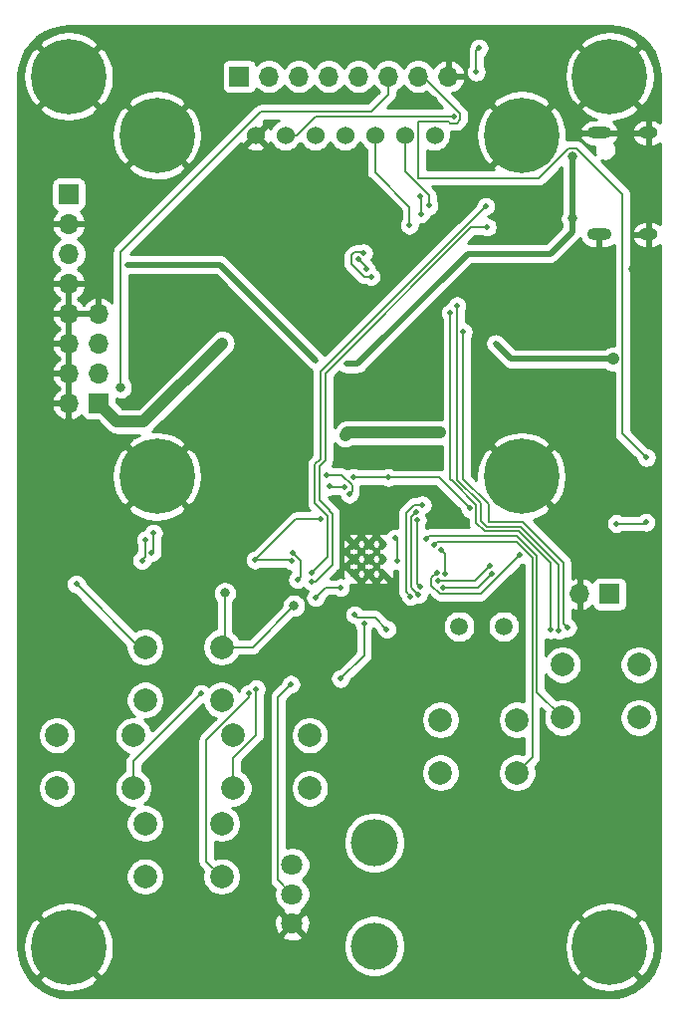
<source format=gtl>
G04 #@! TF.GenerationSoftware,KiCad,Pcbnew,5.1.9+dfsg1-1*
G04 #@! TF.CreationDate,2022-06-11T22:33:06-07:00*
G04 #@! TF.ProjectId,keygame,6b657967-616d-4652-9e6b-696361645f70,rev?*
G04 #@! TF.SameCoordinates,Original*
G04 #@! TF.FileFunction,Copper,L1,Top*
G04 #@! TF.FilePolarity,Positive*
%FSLAX46Y46*%
G04 Gerber Fmt 4.6, Leading zero omitted, Abs format (unit mm)*
G04 Created by KiCad (PCBNEW 5.1.9+dfsg1-1) date 2022-06-11 22:33:06*
%MOMM*%
%LPD*%
G01*
G04 APERTURE LIST*
G04 #@! TA.AperFunction,ComponentPad*
%ADD10C,0.800000*%
G04 #@! TD*
G04 #@! TA.AperFunction,ComponentPad*
%ADD11C,6.400000*%
G04 #@! TD*
G04 #@! TA.AperFunction,ComponentPad*
%ADD12R,1.700000X1.700000*%
G04 #@! TD*
G04 #@! TA.AperFunction,ComponentPad*
%ADD13O,1.700000X1.700000*%
G04 #@! TD*
G04 #@! TA.AperFunction,ComponentPad*
%ADD14C,2.000000*%
G04 #@! TD*
G04 #@! TA.AperFunction,ComponentPad*
%ADD15C,1.524000*%
G04 #@! TD*
G04 #@! TA.AperFunction,ComponentPad*
%ADD16C,1.800000*%
G04 #@! TD*
G04 #@! TA.AperFunction,WasherPad*
%ADD17C,4.000000*%
G04 #@! TD*
G04 #@! TA.AperFunction,ComponentPad*
%ADD18C,0.600000*%
G04 #@! TD*
G04 #@! TA.AperFunction,ComponentPad*
%ADD19C,1.500000*%
G04 #@! TD*
G04 #@! TA.AperFunction,ComponentPad*
%ADD20O,1.600000X1.000000*%
G04 #@! TD*
G04 #@! TA.AperFunction,ComponentPad*
%ADD21O,2.100000X1.000000*%
G04 #@! TD*
G04 #@! TA.AperFunction,ViaPad*
%ADD22C,0.800000*%
G04 #@! TD*
G04 #@! TA.AperFunction,ViaPad*
%ADD23C,0.500000*%
G04 #@! TD*
G04 #@! TA.AperFunction,Conductor*
%ADD24C,0.500000*%
G04 #@! TD*
G04 #@! TA.AperFunction,Conductor*
%ADD25C,0.200000*%
G04 #@! TD*
G04 #@! TA.AperFunction,Conductor*
%ADD26C,1.000000*%
G04 #@! TD*
G04 #@! TA.AperFunction,Conductor*
%ADD27C,0.254000*%
G04 #@! TD*
G04 #@! TA.AperFunction,Conductor*
%ADD28C,0.350000*%
G04 #@! TD*
G04 APERTURE END LIST*
D10*
G04 #@! TO.P,H1,1*
G04 #@! TO.N,GND*
X139697056Y-19302944D03*
X138000000Y-18600000D03*
X136302944Y-19302944D03*
X135600000Y-21000000D03*
X136302944Y-22697056D03*
X138000000Y-23400000D03*
X139697056Y-22697056D03*
X140400000Y-21000000D03*
D11*
X138000000Y-21000000D03*
G04 #@! TD*
G04 #@! TO.P,H2,1*
G04 #@! TO.N,GND*
X184000000Y-21000000D03*
D10*
X186400000Y-21000000D03*
X185697056Y-22697056D03*
X184000000Y-23400000D03*
X182302944Y-22697056D03*
X181600000Y-21000000D03*
X182302944Y-19302944D03*
X184000000Y-18600000D03*
X185697056Y-19302944D03*
G04 #@! TD*
G04 #@! TO.P,H3,1*
G04 #@! TO.N,GND*
X139697056Y-93302944D03*
X138000000Y-92600000D03*
X136302944Y-93302944D03*
X135600000Y-95000000D03*
X136302944Y-96697056D03*
X138000000Y-97400000D03*
X139697056Y-96697056D03*
X140400000Y-95000000D03*
D11*
X138000000Y-95000000D03*
G04 #@! TD*
G04 #@! TO.P,H4,1*
G04 #@! TO.N,GND*
X184000000Y-95000000D03*
D10*
X186400000Y-95000000D03*
X185697056Y-96697056D03*
X184000000Y-97400000D03*
X182302944Y-96697056D03*
X181600000Y-95000000D03*
X182302944Y-93302944D03*
X184000000Y-92600000D03*
X185697056Y-93302944D03*
G04 #@! TD*
D11*
G04 #@! TO.P,H6,1*
G04 #@! TO.N,GND*
X176500000Y-26000000D03*
D10*
X178900000Y-26000000D03*
X178197056Y-27697056D03*
X176500000Y-28400000D03*
X174802944Y-27697056D03*
X174100000Y-26000000D03*
X174802944Y-24302944D03*
X176500000Y-23600000D03*
X178197056Y-24302944D03*
G04 #@! TD*
G04 #@! TO.P,H7,1*
G04 #@! TO.N,GND*
X147197056Y-53302944D03*
X145500000Y-52600000D03*
X143802944Y-53302944D03*
X143100000Y-55000000D03*
X143802944Y-56697056D03*
X145500000Y-57400000D03*
X147197056Y-56697056D03*
X147900000Y-55000000D03*
D11*
X145500000Y-55000000D03*
G04 #@! TD*
G04 #@! TO.P,H8,1*
G04 #@! TO.N,GND*
X176500000Y-55000000D03*
D10*
X178900000Y-55000000D03*
X178197056Y-56697056D03*
X176500000Y-57400000D03*
X174802944Y-56697056D03*
X174100000Y-55000000D03*
X174802944Y-53302944D03*
X176500000Y-52600000D03*
X178197056Y-53302944D03*
G04 #@! TD*
D12*
G04 #@! TO.P,LS1,1*
G04 #@! TO.N,Net-(LS1-Pad1)*
X184000000Y-65000000D03*
D13*
G04 #@! TO.P,LS1,2*
G04 #@! TO.N,GND*
X181460000Y-65000000D03*
G04 #@! TD*
D14*
G04 #@! TO.P,SW1,2*
G04 #@! TO.N,/BTN_RIGHT*
X152000000Y-81500000D03*
G04 #@! TO.P,SW1,1*
G04 #@! TO.N,+3V3*
X152000000Y-77000000D03*
G04 #@! TO.P,SW1,2*
G04 #@! TO.N,/BTN_RIGHT*
X158500000Y-81500000D03*
G04 #@! TO.P,SW1,1*
G04 #@! TO.N,+3V3*
X158500000Y-77000000D03*
G04 #@! TD*
G04 #@! TO.P,SW2,1*
G04 #@! TO.N,+3V3*
X143500000Y-77000000D03*
G04 #@! TO.P,SW2,2*
G04 #@! TO.N,/BTN_LEFT*
X143500000Y-81500000D03*
G04 #@! TO.P,SW2,1*
G04 #@! TO.N,+3V3*
X137000000Y-77000000D03*
G04 #@! TO.P,SW2,2*
G04 #@! TO.N,/BTN_LEFT*
X137000000Y-81500000D03*
G04 #@! TD*
G04 #@! TO.P,SW3,2*
G04 #@! TO.N,/BTN_B*
X169625001Y-80175001D03*
G04 #@! TO.P,SW3,1*
G04 #@! TO.N,+3V3*
X169625001Y-75675001D03*
G04 #@! TO.P,SW3,2*
G04 #@! TO.N,/BTN_B*
X176125001Y-80175001D03*
G04 #@! TO.P,SW3,1*
G04 #@! TO.N,+3V3*
X176125001Y-75675001D03*
G04 #@! TD*
G04 #@! TO.P,SW4,1*
G04 #@! TO.N,+3V3*
X186500000Y-71000000D03*
G04 #@! TO.P,SW4,2*
G04 #@! TO.N,/BTN_A*
X186500000Y-75500000D03*
G04 #@! TO.P,SW4,1*
G04 #@! TO.N,+3V3*
X180000000Y-71000000D03*
G04 #@! TO.P,SW4,2*
G04 #@! TO.N,/BTN_A*
X180000000Y-75500000D03*
G04 #@! TD*
G04 #@! TO.P,SW5,1*
G04 #@! TO.N,+3V3*
X151000000Y-84500000D03*
G04 #@! TO.P,SW5,2*
G04 #@! TO.N,/BTN_DOWN*
X151000000Y-89000000D03*
G04 #@! TO.P,SW5,1*
G04 #@! TO.N,+3V3*
X144500000Y-84500000D03*
G04 #@! TO.P,SW5,2*
G04 #@! TO.N,/BTN_DOWN*
X144500000Y-89000000D03*
G04 #@! TD*
G04 #@! TO.P,SW6,2*
G04 #@! TO.N,/BTN_UP*
X144500000Y-74000000D03*
G04 #@! TO.P,SW6,1*
G04 #@! TO.N,+3V3*
X144500000Y-69500000D03*
G04 #@! TO.P,SW6,2*
G04 #@! TO.N,/BTN_UP*
X151000000Y-74000000D03*
G04 #@! TO.P,SW6,1*
G04 #@! TO.N,+3V3*
X151000000Y-69500000D03*
G04 #@! TD*
D15*
G04 #@! TO.P,U2,4*
G04 #@! TO.N,/COPI*
X161500000Y-26000000D03*
G04 #@! TO.P,U2,3*
G04 #@! TO.N,/SCK*
X158960000Y-26000000D03*
G04 #@! TO.P,U2,5*
G04 #@! TO.N,/SCREEN_RST*
X164040000Y-26000000D03*
G04 #@! TO.P,U2,2*
G04 #@! TO.N,+3V3*
X156420000Y-26000000D03*
G04 #@! TO.P,U2,6*
G04 #@! TO.N,/SCREEN_DC*
X166580000Y-26000000D03*
G04 #@! TO.P,U2,1*
G04 #@! TO.N,GND*
X153880000Y-26000000D03*
G04 #@! TO.P,U2,7*
G04 #@! TO.N,/SCREEN_CS*
X169120000Y-26000000D03*
G04 #@! TD*
D12*
G04 #@! TO.P,J1,1*
G04 #@! TO.N,/SCK*
X152500000Y-21000000D03*
D13*
G04 #@! TO.P,J1,2*
G04 #@! TO.N,/COPI*
X155040000Y-21000000D03*
G04 #@! TO.P,J1,3*
G04 #@! TO.N,/SCREEN_RST*
X157580000Y-21000000D03*
G04 #@! TO.P,J1,4*
G04 #@! TO.N,/SCREEN_DC*
X160120000Y-21000000D03*
G04 #@! TO.P,J1,5*
G04 #@! TO.N,/SCREEN_CS*
X162660000Y-21000000D03*
G04 #@! TO.P,J1,6*
G04 #@! TO.N,/~USB_BOOT*
X165200000Y-21000000D03*
G04 #@! TO.P,J1,7*
G04 #@! TO.N,/RUN*
X167740000Y-21000000D03*
G04 #@! TO.P,J1,8*
G04 #@! TO.N,GND*
X170280000Y-21000000D03*
G04 #@! TD*
D16*
G04 #@! TO.P,RV1,3*
G04 #@! TO.N,+3V3*
X157000000Y-88000000D03*
G04 #@! TO.P,RV1,2*
G04 #@! TO.N,/PADDLE*
X157000000Y-90500000D03*
G04 #@! TO.P,RV1,1*
G04 #@! TO.N,GND*
X157000000Y-93000000D03*
D17*
G04 #@! TO.P,RV1,*
G04 #@! TO.N,*
X164000000Y-86100000D03*
X164000000Y-94900000D03*
G04 #@! TD*
D11*
G04 #@! TO.P,H5,1*
G04 #@! TO.N,GND*
X145500000Y-26000000D03*
D10*
X147900000Y-26000000D03*
X147197056Y-27697056D03*
X145500000Y-28400000D03*
X143802944Y-27697056D03*
X143100000Y-26000000D03*
X143802944Y-24302944D03*
X145500000Y-23600000D03*
X147197056Y-24302944D03*
G04 #@! TD*
D12*
G04 #@! TO.P,J2,1*
G04 #@! TO.N,+3V3*
X138000000Y-31000000D03*
D13*
G04 #@! TO.P,J2,2*
G04 #@! TO.N,GND*
X138000000Y-33540000D03*
G04 #@! TO.P,J2,3*
G04 #@! TO.N,+5V*
X138000000Y-36080000D03*
G04 #@! TO.P,J2,4*
G04 #@! TO.N,GND*
X138000000Y-38620000D03*
G04 #@! TO.P,J2,5*
X138000000Y-41160000D03*
G04 #@! TO.P,J2,6*
X138000000Y-43700000D03*
G04 #@! TO.P,J2,7*
X138000000Y-46240000D03*
G04 #@! TO.P,J2,8*
X138000000Y-48780000D03*
G04 #@! TD*
D12*
G04 #@! TO.P,J3,1*
G04 #@! TO.N,+3V3*
X140540000Y-48780000D03*
D13*
G04 #@! TO.P,J3,2*
G04 #@! TO.N,/UART_TX*
X140540000Y-46240000D03*
G04 #@! TO.P,J3,3*
G04 #@! TO.N,/UART_RX*
X140540000Y-43700000D03*
G04 #@! TO.P,J3,4*
G04 #@! TO.N,GND*
X140540000Y-41160000D03*
G04 #@! TD*
D18*
G04 #@! TO.P,U1,57*
G04 #@! TO.N,GND*
X162225000Y-60725000D03*
X162225000Y-62000000D03*
X162225000Y-63275000D03*
X163500000Y-60725000D03*
X163500000Y-62000000D03*
X163500000Y-63275000D03*
X164775000Y-60725000D03*
X164775000Y-62000000D03*
X164775000Y-63275000D03*
G04 #@! TD*
D19*
G04 #@! TO.P,Y1,1*
G04 #@! TO.N,Net-(C8-Pad1)*
X175000000Y-67750000D03*
G04 #@! TO.P,Y1,2*
G04 #@! TO.N,Net-(C7-Pad1)*
X171200000Y-67750000D03*
G04 #@! TD*
D20*
G04 #@! TO.P,P1,S1*
G04 #@! TO.N,GND*
X187300000Y-34430000D03*
X187300000Y-25790000D03*
D21*
X183120000Y-25790000D03*
X183120000Y-34430000D03*
G04 #@! TD*
D22*
G04 #@! TO.N,GND*
X153270000Y-64930000D03*
X152520000Y-66910000D03*
X155240000Y-71160000D03*
X164440000Y-70920000D03*
X182760000Y-53000000D03*
X182040000Y-49200000D03*
X186050000Y-37370000D03*
X164620000Y-52970000D03*
X161880000Y-52980000D03*
X157650000Y-56350000D03*
X166190000Y-56590000D03*
X169260000Y-53540000D03*
X165180000Y-46610000D03*
X151120000Y-51170000D03*
X158000000Y-41050000D03*
X146930000Y-38980000D03*
X176870000Y-49180000D03*
X177210000Y-38930000D03*
X186040000Y-30020000D03*
X184000000Y-61400000D03*
X171190000Y-72660000D03*
X165800000Y-73650000D03*
X179450000Y-86470000D03*
X140580000Y-84730000D03*
X136810000Y-69380000D03*
X147720000Y-63280000D03*
X136350000Y-52750000D03*
X144650000Y-44910000D03*
X139630000Y-27320000D03*
X148340000Y-21760000D03*
X147880000Y-19270000D03*
X149960000Y-17450000D03*
X163710000Y-31540000D03*
X160360000Y-30230000D03*
X154930000Y-47550000D03*
X169020000Y-23040000D03*
X171370000Y-26490000D03*
D23*
G04 #@! TO.N,+3V3*
X153840000Y-62100000D03*
X138640000Y-64150000D03*
X165950000Y-62160000D03*
X165770000Y-60230000D03*
X162200000Y-55060000D03*
X165200000Y-55090000D03*
X172120000Y-57720000D03*
X159460000Y-58620000D03*
X156960000Y-62200000D03*
X170730000Y-24420000D03*
D22*
X169560000Y-51280000D03*
X161500000Y-51480000D03*
X151050000Y-43670000D03*
X157150000Y-65980000D03*
X151280000Y-64920000D03*
X165780000Y-51280000D03*
G04 #@! TO.N,+5V*
X180810000Y-33080000D03*
X180870000Y-27780000D03*
D23*
X161590000Y-45420000D03*
X159030000Y-45160000D03*
X143030000Y-37000000D03*
X173560000Y-36060000D03*
G04 #@! TO.N,/SCREEN_DC*
X167064693Y-65201261D03*
X168086726Y-57402455D03*
X168642705Y-31982705D03*
G04 #@! TO.N,/SCREEN_RST*
X167900000Y-64350000D03*
X167641726Y-58724588D03*
X166986726Y-33650000D03*
G04 #@! TO.N,/SCK*
X163300000Y-37400000D03*
X162601091Y-36481091D03*
G04 #@! TO.N,/PADDLE*
X156900000Y-72649980D03*
G04 #@! TO.N,/BTN_DOWN*
X153300000Y-73450000D03*
G04 #@! TO.N,/BTN_LEFT*
X163128242Y-67528242D03*
X161111091Y-72191091D03*
X149250000Y-73450000D03*
G04 #@! TO.N,/BTN_RIGHT*
X153946156Y-73049990D03*
G04 #@! TO.N,/BTN_A*
X168435502Y-60300000D03*
G04 #@! TO.N,/BTN_B*
X169054504Y-60850000D03*
G04 #@! TO.N,Net-(C7-Pad1)*
X169681091Y-61250000D03*
X169980000Y-63300000D03*
G04 #@! TO.N,+1V1*
X157450000Y-63750000D03*
X157015836Y-61477955D03*
D22*
G04 #@! TO.N,Net-(C21-Pad1)*
X184290000Y-45010000D03*
D23*
X174300000Y-43700000D03*
G04 #@! TO.N,/COPI*
X163700010Y-38023032D03*
X163096067Y-35986115D03*
G04 #@! TO.N,/UART_TX*
X161460000Y-55940000D03*
X160170000Y-55850000D03*
G04 #@! TO.N,/UART_RX*
X161858448Y-56515536D03*
X159968909Y-54871091D03*
G04 #@! TO.N,/SWDIO*
X169395111Y-63842987D03*
X173847232Y-62564712D03*
X184596101Y-58996081D03*
X187080000Y-58890000D03*
G04 #@! TO.N,/SWCLK*
X169296259Y-63150000D03*
X176360000Y-61670000D03*
G04 #@! TO.N,/RUN*
X161108843Y-64435622D03*
X158987157Y-65290661D03*
X173990000Y-63250000D03*
X169838203Y-64433521D03*
X187140000Y-53400000D03*
G04 #@! TO.N,/SCREEN_CS_GPIO*
X167744023Y-65032403D03*
X167536726Y-58032506D03*
X167942705Y-32682705D03*
X167899887Y-31169887D03*
G04 #@! TO.N,/SPEAKER*
X162322332Y-66742332D03*
X165050000Y-67976098D03*
D22*
G04 #@! TO.N,/~USB_BOOT*
X142420000Y-47430000D03*
D23*
G04 #@! TO.N,/~QSPI_CS*
X145204236Y-59815000D03*
X145070000Y-61465000D03*
G04 #@! TO.N,Net-(R11-Pad2)*
X158650000Y-63186091D03*
X173462899Y-32040000D03*
G04 #@! TO.N,Net-(R12-Pad2)*
X158628410Y-63932387D03*
X173600000Y-33800000D03*
G04 #@! TO.N,/RED_LED*
X178976296Y-68047257D03*
X170460000Y-41090246D03*
G04 #@! TO.N,/BLUE_LED*
X179676240Y-68056242D03*
X171010000Y-40490000D03*
G04 #@! TO.N,/GREEN_LED*
X180429090Y-67869090D03*
X171560000Y-42690000D03*
X172660000Y-20630000D03*
X172893314Y-18603314D03*
G04 #@! TO.N,/QSPI_D1*
X144520000Y-60365000D03*
X144230000Y-62130000D03*
G04 #@! TD*
D24*
G04 #@! TO.N,GND*
X153270000Y-66160000D02*
X152520000Y-66910000D01*
X153270000Y-64930000D02*
X153270000Y-66160000D01*
D25*
G04 #@! TO.N,+3V3*
X143990000Y-69500000D02*
X144500000Y-69500000D01*
X138640000Y-64150000D02*
X143990000Y-69500000D01*
X165950000Y-60410000D02*
X165770000Y-60230000D01*
X165950000Y-62160000D02*
X165950000Y-60410000D01*
X153840000Y-62100000D02*
X156830000Y-62100000D01*
X165170000Y-55060000D02*
X165200000Y-55090000D01*
X162200000Y-55060000D02*
X165170000Y-55060000D01*
X169490000Y-55090000D02*
X172120000Y-57720000D01*
X165200000Y-55090000D02*
X169490000Y-55090000D01*
X153840000Y-62100000D02*
X157320000Y-58620000D01*
X157320000Y-58620000D02*
X159460000Y-58620000D01*
X157388238Y-26000000D02*
X156420000Y-26000000D01*
X158968238Y-24420000D02*
X157388238Y-26000000D01*
X170730000Y-24420000D02*
X158968238Y-24420000D01*
D26*
X161700000Y-51280000D02*
X161500000Y-51480000D01*
X142090001Y-50330001D02*
X140540000Y-48780000D01*
X144389999Y-50330001D02*
X142090001Y-50330001D01*
X151050000Y-43670000D02*
X144389999Y-50330001D01*
D25*
X153630000Y-69500000D02*
X151000000Y-69500000D01*
X157150000Y-65980000D02*
X153630000Y-69500000D01*
X151280000Y-69220000D02*
X151000000Y-69500000D01*
X151280000Y-64920000D02*
X151280000Y-69220000D01*
D26*
X165780000Y-51280000D02*
X161700000Y-51280000D01*
X169560000Y-51280000D02*
X165780000Y-51280000D01*
D24*
G04 #@! TO.N,+5V*
X180810000Y-27840000D02*
X180870000Y-27780000D01*
X180810000Y-33080000D02*
X180810000Y-27840000D01*
X180810000Y-33080000D02*
X180810000Y-34200000D01*
X180810000Y-34200000D02*
X178950000Y-36060000D01*
X162580000Y-45420000D02*
X161590000Y-45420000D01*
X171940000Y-36060000D02*
X162580000Y-45420000D01*
X150870000Y-37000000D02*
X143030000Y-37000000D01*
X159030000Y-45160000D02*
X150870000Y-37000000D01*
X173560000Y-36060000D02*
X171940000Y-36060000D01*
X178950000Y-36060000D02*
X173560000Y-36060000D01*
D25*
G04 #@! TO.N,/SCREEN_DC*
X167352775Y-57402455D02*
X168086726Y-57402455D01*
X166691715Y-58063515D02*
X167352775Y-57402455D01*
X166691715Y-64828283D02*
X166691715Y-58063515D01*
X167064693Y-65201261D02*
X166691715Y-64828283D01*
X166580000Y-29035998D02*
X166580000Y-26000000D01*
X168642705Y-31098703D02*
X166580000Y-29035998D01*
X168642705Y-31982705D02*
X168642705Y-31098703D01*
G04 #@! TO.N,/SCREEN_RST*
X167641726Y-64091726D02*
X167641726Y-58724588D01*
X167900000Y-64350000D02*
X167641726Y-64091726D01*
X166986726Y-32083048D02*
X166989887Y-32079887D01*
X166986726Y-33650000D02*
X166986726Y-32083048D01*
X164040000Y-29136322D02*
X164040000Y-26000000D01*
X166986726Y-32083048D02*
X164040000Y-29136322D01*
G04 #@! TO.N,/SCK*
X163300000Y-37180000D02*
X162601091Y-36481091D01*
X163300000Y-37400000D02*
X163300000Y-37180000D01*
G04 #@! TO.N,/PADDLE*
X155799999Y-89299999D02*
X157000000Y-90500000D01*
X155799999Y-73749981D02*
X155799999Y-89299999D01*
X156900000Y-72649980D02*
X155799999Y-73749981D01*
G04 #@! TO.N,/BTN_DOWN*
X149699999Y-87699999D02*
X151000000Y-89000000D01*
X149699999Y-77403554D02*
X149699999Y-87699999D01*
X153300000Y-73803553D02*
X149699999Y-77403554D01*
X153300000Y-73450000D02*
X153300000Y-73803553D01*
G04 #@! TO.N,/BTN_LEFT*
X163128242Y-70173940D02*
X161111091Y-72191091D01*
X163128242Y-67528242D02*
X163128242Y-70173940D01*
X143500000Y-79200000D02*
X143500000Y-81500000D01*
X149250000Y-73450000D02*
X143500000Y-79200000D01*
G04 #@! TO.N,/BTN_RIGHT*
X152000000Y-78924002D02*
X152000000Y-81500000D01*
X153946156Y-76977846D02*
X152000000Y-78924002D01*
X153946156Y-73049990D02*
X153946156Y-76977846D01*
G04 #@! TO.N,/BTN_A*
X176119701Y-60050001D02*
X177825012Y-61755311D01*
X168685501Y-60050001D02*
X176119701Y-60050001D01*
X168435502Y-60300000D02*
X168685501Y-60050001D01*
X177825012Y-73325012D02*
X180000000Y-75500000D01*
X177825012Y-61755311D02*
X177825012Y-73325012D01*
G04 #@! TO.N,/BTN_B*
X177425002Y-78875000D02*
X176125001Y-80175001D01*
X177425002Y-61921000D02*
X177425002Y-78875000D01*
X176104003Y-60600001D02*
X177425002Y-61921000D01*
X169304503Y-60600001D02*
X176104003Y-60600001D01*
X169054504Y-60850000D02*
X169304503Y-60600001D01*
G04 #@! TO.N,Net-(C7-Pad1)*
X169980000Y-61548909D02*
X169980000Y-63300000D01*
X169681091Y-61250000D02*
X169980000Y-61548909D01*
G04 #@! TO.N,+1V1*
X157463909Y-63736091D02*
X157450000Y-63750000D01*
X157699999Y-62162118D02*
X157015836Y-61477955D01*
X157699999Y-63500001D02*
X157699999Y-62162118D01*
X157450000Y-63750000D02*
X157699999Y-63500001D01*
D26*
G04 #@! TO.N,Net-(C21-Pad1)*
X184290000Y-45010000D02*
X184300000Y-45020000D01*
D24*
X184290000Y-45010000D02*
X176990000Y-45010000D01*
X175610000Y-45010000D02*
X174300000Y-43700000D01*
X176990000Y-45010000D02*
X175610000Y-45010000D01*
D25*
G04 #@! TO.N,/COPI*
X162337090Y-35931090D02*
X163041042Y-35931090D01*
X162051090Y-36217090D02*
X162337090Y-35931090D01*
X162051090Y-36965092D02*
X162051090Y-36217090D01*
X163109030Y-38023032D02*
X162051090Y-36965092D01*
X163041042Y-35931090D02*
X163096067Y-35986115D01*
X163700010Y-38023032D02*
X163109030Y-38023032D01*
G04 #@! TO.N,/UART_TX*
X160260000Y-55940000D02*
X160170000Y-55850000D01*
X161460000Y-55940000D02*
X160260000Y-55940000D01*
G04 #@! TO.N,/UART_RX*
X161205093Y-54871091D02*
X159968909Y-54871091D01*
X162108447Y-55774445D02*
X161205093Y-54871091D01*
X162108447Y-56265537D02*
X162108447Y-55774445D01*
X161858448Y-56515536D02*
X162108447Y-56265537D01*
G04 #@! TO.N,/SWDIO*
X169402125Y-63850001D02*
X172561943Y-63850001D01*
X172561943Y-63850001D02*
X173847232Y-62564712D01*
X169395111Y-63842987D02*
X169402125Y-63850001D01*
X186973919Y-58996081D02*
X187080000Y-58890000D01*
X184596101Y-58996081D02*
X186973919Y-58996081D01*
G04 #@! TO.N,/SWCLK*
X173034296Y-64983522D02*
X175083909Y-62933909D01*
X169574202Y-64983522D02*
X173034296Y-64983522D01*
X168845110Y-64254430D02*
X169574202Y-64983522D01*
X168845110Y-63601149D02*
X168845110Y-64254430D01*
X169296259Y-63150000D02*
X168845110Y-63601149D01*
X175096091Y-62933909D02*
X176360000Y-61670000D01*
X175083909Y-62933909D02*
X175096091Y-62933909D01*
G04 #@! TO.N,/RUN*
X159842196Y-64435622D02*
X158987157Y-65290661D01*
X161108843Y-64435622D02*
X159842196Y-64435622D01*
X172806479Y-64433521D02*
X173990000Y-63250000D01*
X169838203Y-64433521D02*
X172806479Y-64433521D01*
X185100008Y-51360008D02*
X187140000Y-53400000D01*
X167740000Y-21000000D02*
X168124002Y-21000000D01*
X168124002Y-21000000D02*
X171280001Y-24155999D01*
X167740000Y-29630300D02*
X177983698Y-29630300D01*
X185100008Y-30974006D02*
X185100008Y-51360008D01*
X171280001Y-24155999D02*
X171280001Y-24684001D01*
X170994001Y-24970001D02*
X170465999Y-24970001D01*
X167740000Y-24820010D02*
X167740000Y-29630300D01*
X177983698Y-29630300D02*
X180533999Y-27079999D01*
X171280001Y-24684001D02*
X170994001Y-24970001D01*
X180533999Y-27079999D02*
X181206001Y-27079999D01*
X170465999Y-24970001D02*
X170316008Y-24820010D01*
X170316008Y-24820010D02*
X167740000Y-24820010D01*
X181206001Y-27079999D02*
X185100008Y-30974006D01*
G04 #@! TO.N,/SCREEN_CS_GPIO*
X167744023Y-65032403D02*
X167241716Y-64530096D01*
X167091725Y-58477507D02*
X167536726Y-58032506D01*
X167091725Y-64380105D02*
X167091725Y-58477507D01*
X167241716Y-64530096D02*
X167091725Y-64380105D01*
X167942705Y-31212705D02*
X167899887Y-31169887D01*
X167942705Y-32682705D02*
X167942705Y-31212705D01*
G04 #@! TO.N,/SPEAKER*
X162500000Y-66920000D02*
X162322332Y-66742332D01*
X162558241Y-66978241D02*
X162322332Y-66742332D01*
X164052143Y-66978241D02*
X162558241Y-66978241D01*
X165050000Y-67976098D02*
X164052143Y-66978241D01*
G04 #@! TO.N,/~USB_BOOT*
X142420000Y-35888238D02*
X154318238Y-23990000D01*
X142420000Y-47430000D02*
X142420000Y-35888238D01*
X165200000Y-22510000D02*
X163720000Y-23990000D01*
X165200000Y-21000000D02*
X165200000Y-22510000D01*
X154318238Y-23990000D02*
X163720000Y-23990000D01*
G04 #@! TO.N,/~QSPI_CS*
X145204236Y-61330764D02*
X145070000Y-61465000D01*
X145204236Y-59815000D02*
X145204236Y-61330764D01*
G04 #@! TO.N,Net-(R11-Pad2)*
X159418908Y-53501092D02*
X159418908Y-53361092D01*
X158940000Y-53980000D02*
X159418908Y-53501092D01*
X158940000Y-57285998D02*
X158940000Y-53980000D01*
X160010001Y-58355999D02*
X158940000Y-57285998D01*
X160010001Y-61826090D02*
X160010001Y-58355999D01*
X158650000Y-63186091D02*
X160010001Y-61826090D01*
X159418908Y-46083991D02*
X173462899Y-32040000D01*
X159418908Y-53361092D02*
X159418908Y-46083991D01*
G04 #@! TO.N,Net-(R12-Pad2)*
X160410011Y-62504339D02*
X160410011Y-58160011D01*
X158981963Y-63932387D02*
X160410011Y-62504339D01*
X158628410Y-63932387D02*
X158981963Y-63932387D01*
X160180000Y-57880000D02*
X159340010Y-57040010D01*
X160180000Y-57930000D02*
X160180000Y-57880000D01*
X160410011Y-58160011D02*
X160180000Y-57930000D01*
X159340010Y-54145688D02*
X159840000Y-53645698D01*
X159340010Y-57040010D02*
X159340010Y-54145688D01*
X159840000Y-53645698D02*
X159840000Y-46228598D01*
X172268598Y-33800000D02*
X172234299Y-33834299D01*
X173600000Y-33800000D02*
X172268598Y-33800000D01*
X159840000Y-46228598D02*
X172234299Y-33834299D01*
G04 #@! TO.N,/RED_LED*
X170650002Y-55310002D02*
X170650000Y-55310000D01*
X172670001Y-58910001D02*
X172670001Y-57455999D01*
X176285390Y-59649991D02*
X173409991Y-59649991D01*
X173409991Y-59649991D02*
X172670001Y-58910001D01*
X178976296Y-62340898D02*
X176285390Y-59649991D01*
X178976296Y-68047257D02*
X178976296Y-62340898D01*
X170460000Y-44420000D02*
X170460000Y-41090246D01*
X172670001Y-57455999D02*
X170650002Y-55436000D01*
X170460000Y-55245998D02*
X170650002Y-55436000D01*
X170460000Y-44420000D02*
X170460000Y-55245998D01*
G04 #@! TO.N,/BLUE_LED*
X176451079Y-59249981D02*
X179676240Y-62475142D01*
X173575679Y-59249981D02*
X176451079Y-59249981D01*
X173070011Y-58744313D02*
X173575679Y-59249981D01*
X173070011Y-57290310D02*
X173070011Y-58744313D01*
X171050010Y-55270310D02*
X173070011Y-57290310D01*
X171050010Y-44170010D02*
X171050010Y-55270310D01*
X171010000Y-44130000D02*
X171050010Y-44170010D01*
X179676240Y-62475142D02*
X179676240Y-68056242D01*
X171010000Y-40490000D02*
X171010000Y-44130000D01*
G04 #@! TO.N,/GREEN_LED*
X180076250Y-67516250D02*
X180429090Y-67869090D01*
X180076250Y-62309453D02*
X180076250Y-67516250D01*
X176616768Y-58849971D02*
X180076250Y-62309453D01*
X173741367Y-57378647D02*
X173741367Y-58849971D01*
X171560000Y-55197280D02*
X173741367Y-57378647D01*
X173741367Y-58849971D02*
X176616768Y-58849971D01*
X171560000Y-42690000D02*
X171560000Y-55197280D01*
X172660000Y-18836628D02*
X172893314Y-18603314D01*
X172660000Y-20630000D02*
X172660000Y-18836628D01*
G04 #@! TO.N,/QSPI_D1*
X144520000Y-61840000D02*
X144230000Y-62130000D01*
X144520000Y-60365000D02*
X144520000Y-61840000D01*
G04 #@! TD*
D27*
G04 #@! TO.N,GND*
X184759192Y-16780578D02*
X185494389Y-16981705D01*
X186182351Y-17309846D01*
X186801331Y-17754628D01*
X187331761Y-18301988D01*
X187756884Y-18934639D01*
X188063251Y-19632561D01*
X188242499Y-20379183D01*
X188290001Y-21026044D01*
X188290001Y-24885097D01*
X188151678Y-24789997D01*
X187945987Y-24701585D01*
X187727000Y-24655000D01*
X187427000Y-24655000D01*
X187427000Y-25663000D01*
X187447000Y-25663000D01*
X187447000Y-25917000D01*
X187427000Y-25917000D01*
X187427000Y-26925000D01*
X187727000Y-26925000D01*
X187945987Y-26878415D01*
X188151678Y-26790003D01*
X188290001Y-26694903D01*
X188290001Y-33525097D01*
X188151678Y-33429997D01*
X187945987Y-33341585D01*
X187727000Y-33295000D01*
X187427000Y-33295000D01*
X187427000Y-34303000D01*
X187447000Y-34303000D01*
X187447000Y-34557000D01*
X187427000Y-34557000D01*
X187427000Y-35565000D01*
X187727000Y-35565000D01*
X187945987Y-35518415D01*
X188151678Y-35430003D01*
X188290001Y-35334903D01*
X188290000Y-94968382D01*
X188219422Y-95759193D01*
X188018295Y-96494389D01*
X187690152Y-97182355D01*
X187245374Y-97801328D01*
X186698012Y-98331761D01*
X186065362Y-98756883D01*
X185367439Y-99063251D01*
X184620819Y-99242499D01*
X183973970Y-99290000D01*
X138031618Y-99290000D01*
X137240807Y-99219422D01*
X136505611Y-99018295D01*
X135817645Y-98690152D01*
X135198672Y-98245374D01*
X134671020Y-97700881D01*
X135478724Y-97700881D01*
X135838912Y-98190548D01*
X136502882Y-98550849D01*
X137224385Y-98774694D01*
X137975695Y-98853480D01*
X138727938Y-98784178D01*
X139452208Y-98569452D01*
X140120670Y-98217555D01*
X140161088Y-98190548D01*
X140521276Y-97700881D01*
X181478724Y-97700881D01*
X181838912Y-98190548D01*
X182502882Y-98550849D01*
X183224385Y-98774694D01*
X183975695Y-98853480D01*
X184727938Y-98784178D01*
X185452208Y-98569452D01*
X186120670Y-98217555D01*
X186161088Y-98190548D01*
X186521276Y-97700881D01*
X184000000Y-95179605D01*
X181478724Y-97700881D01*
X140521276Y-97700881D01*
X138000000Y-95179605D01*
X135478724Y-97700881D01*
X134671020Y-97700881D01*
X134668239Y-97698012D01*
X134243117Y-97065362D01*
X133936749Y-96367439D01*
X133757501Y-95620819D01*
X133710127Y-94975695D01*
X134146520Y-94975695D01*
X134215822Y-95727938D01*
X134430548Y-96452208D01*
X134782445Y-97120670D01*
X134809452Y-97161088D01*
X135299119Y-97521276D01*
X137820395Y-95000000D01*
X138179605Y-95000000D01*
X140700881Y-97521276D01*
X141190548Y-97161088D01*
X141550849Y-96497118D01*
X141774694Y-95775615D01*
X141853480Y-95024305D01*
X141818119Y-94640475D01*
X161365000Y-94640475D01*
X161365000Y-95159525D01*
X161466261Y-95668601D01*
X161664893Y-96148141D01*
X161953262Y-96579715D01*
X162320285Y-96946738D01*
X162751859Y-97235107D01*
X163231399Y-97433739D01*
X163740475Y-97535000D01*
X164259525Y-97535000D01*
X164768601Y-97433739D01*
X165248141Y-97235107D01*
X165679715Y-96946738D01*
X166046738Y-96579715D01*
X166335107Y-96148141D01*
X166533739Y-95668601D01*
X166635000Y-95159525D01*
X166635000Y-94975695D01*
X180146520Y-94975695D01*
X180215822Y-95727938D01*
X180430548Y-96452208D01*
X180782445Y-97120670D01*
X180809452Y-97161088D01*
X181299119Y-97521276D01*
X183820395Y-95000000D01*
X184179605Y-95000000D01*
X186700881Y-97521276D01*
X187190548Y-97161088D01*
X187550849Y-96497118D01*
X187774694Y-95775615D01*
X187853480Y-95024305D01*
X187784178Y-94272062D01*
X187569452Y-93547792D01*
X187217555Y-92879330D01*
X187190548Y-92838912D01*
X186700881Y-92478724D01*
X184179605Y-95000000D01*
X183820395Y-95000000D01*
X181299119Y-92478724D01*
X180809452Y-92838912D01*
X180449151Y-93502882D01*
X180225306Y-94224385D01*
X180146520Y-94975695D01*
X166635000Y-94975695D01*
X166635000Y-94640475D01*
X166533739Y-94131399D01*
X166335107Y-93651859D01*
X166046738Y-93220285D01*
X165679715Y-92853262D01*
X165248141Y-92564893D01*
X164768601Y-92366261D01*
X164431054Y-92299119D01*
X181478724Y-92299119D01*
X184000000Y-94820395D01*
X186521276Y-92299119D01*
X186161088Y-91809452D01*
X185497118Y-91449151D01*
X184775615Y-91225306D01*
X184024305Y-91146520D01*
X183272062Y-91215822D01*
X182547792Y-91430548D01*
X181879330Y-91782445D01*
X181838912Y-91809452D01*
X181478724Y-92299119D01*
X164431054Y-92299119D01*
X164259525Y-92265000D01*
X163740475Y-92265000D01*
X163231399Y-92366261D01*
X162751859Y-92564893D01*
X162320285Y-92853262D01*
X161953262Y-93220285D01*
X161664893Y-93651859D01*
X161466261Y-94131399D01*
X161365000Y-94640475D01*
X141818119Y-94640475D01*
X141784178Y-94272062D01*
X141722518Y-94064080D01*
X156115525Y-94064080D01*
X156199208Y-94318261D01*
X156471775Y-94449158D01*
X156764642Y-94524365D01*
X157066553Y-94540991D01*
X157365907Y-94498397D01*
X157651199Y-94398222D01*
X157800792Y-94318261D01*
X157884475Y-94064080D01*
X157000000Y-93179605D01*
X156115525Y-94064080D01*
X141722518Y-94064080D01*
X141569452Y-93547792D01*
X141316115Y-93066553D01*
X155459009Y-93066553D01*
X155501603Y-93365907D01*
X155601778Y-93651199D01*
X155681739Y-93800792D01*
X155935920Y-93884475D01*
X156820395Y-93000000D01*
X157179605Y-93000000D01*
X158064080Y-93884475D01*
X158318261Y-93800792D01*
X158449158Y-93528225D01*
X158524365Y-93235358D01*
X158540991Y-92933447D01*
X158498397Y-92634093D01*
X158398222Y-92348801D01*
X158318261Y-92199208D01*
X158064080Y-92115525D01*
X157179605Y-93000000D01*
X156820395Y-93000000D01*
X155935920Y-92115525D01*
X155681739Y-92199208D01*
X155550842Y-92471775D01*
X155475635Y-92764642D01*
X155459009Y-93066553D01*
X141316115Y-93066553D01*
X141217555Y-92879330D01*
X141190548Y-92838912D01*
X140700881Y-92478724D01*
X138179605Y-95000000D01*
X137820395Y-95000000D01*
X135299119Y-92478724D01*
X134809452Y-92838912D01*
X134449151Y-93502882D01*
X134225306Y-94224385D01*
X134146520Y-94975695D01*
X133710127Y-94975695D01*
X133710000Y-94973970D01*
X133710000Y-92299119D01*
X135478724Y-92299119D01*
X138000000Y-94820395D01*
X140521276Y-92299119D01*
X140161088Y-91809452D01*
X139497118Y-91449151D01*
X138775615Y-91225306D01*
X138024305Y-91146520D01*
X137272062Y-91215822D01*
X136547792Y-91430548D01*
X135879330Y-91782445D01*
X135838912Y-91809452D01*
X135478724Y-92299119D01*
X133710000Y-92299119D01*
X133710000Y-88838967D01*
X142865000Y-88838967D01*
X142865000Y-89161033D01*
X142927832Y-89476912D01*
X143051082Y-89774463D01*
X143230013Y-90042252D01*
X143457748Y-90269987D01*
X143725537Y-90448918D01*
X144023088Y-90572168D01*
X144338967Y-90635000D01*
X144661033Y-90635000D01*
X144976912Y-90572168D01*
X145274463Y-90448918D01*
X145542252Y-90269987D01*
X145769987Y-90042252D01*
X145948918Y-89774463D01*
X146072168Y-89476912D01*
X146135000Y-89161033D01*
X146135000Y-88838967D01*
X146072168Y-88523088D01*
X145948918Y-88225537D01*
X145769987Y-87957748D01*
X145542252Y-87730013D01*
X145274463Y-87551082D01*
X144976912Y-87427832D01*
X144661033Y-87365000D01*
X144338967Y-87365000D01*
X144023088Y-87427832D01*
X143725537Y-87551082D01*
X143457748Y-87730013D01*
X143230013Y-87957748D01*
X143051082Y-88225537D01*
X142927832Y-88523088D01*
X142865000Y-88838967D01*
X133710000Y-88838967D01*
X133710000Y-81338967D01*
X135365000Y-81338967D01*
X135365000Y-81661033D01*
X135427832Y-81976912D01*
X135551082Y-82274463D01*
X135730013Y-82542252D01*
X135957748Y-82769987D01*
X136225537Y-82948918D01*
X136523088Y-83072168D01*
X136838967Y-83135000D01*
X137161033Y-83135000D01*
X137476912Y-83072168D01*
X137774463Y-82948918D01*
X138042252Y-82769987D01*
X138269987Y-82542252D01*
X138448918Y-82274463D01*
X138572168Y-81976912D01*
X138635000Y-81661033D01*
X138635000Y-81338967D01*
X138572168Y-81023088D01*
X138448918Y-80725537D01*
X138269987Y-80457748D01*
X138042252Y-80230013D01*
X137774463Y-80051082D01*
X137476912Y-79927832D01*
X137161033Y-79865000D01*
X136838967Y-79865000D01*
X136523088Y-79927832D01*
X136225537Y-80051082D01*
X135957748Y-80230013D01*
X135730013Y-80457748D01*
X135551082Y-80725537D01*
X135427832Y-81023088D01*
X135365000Y-81338967D01*
X133710000Y-81338967D01*
X133710000Y-76838967D01*
X135365000Y-76838967D01*
X135365000Y-77161033D01*
X135427832Y-77476912D01*
X135551082Y-77774463D01*
X135730013Y-78042252D01*
X135957748Y-78269987D01*
X136225537Y-78448918D01*
X136523088Y-78572168D01*
X136838967Y-78635000D01*
X137161033Y-78635000D01*
X137476912Y-78572168D01*
X137774463Y-78448918D01*
X138042252Y-78269987D01*
X138269987Y-78042252D01*
X138448918Y-77774463D01*
X138572168Y-77476912D01*
X138635000Y-77161033D01*
X138635000Y-76838967D01*
X141865000Y-76838967D01*
X141865000Y-77161033D01*
X141927832Y-77476912D01*
X142051082Y-77774463D01*
X142230013Y-78042252D01*
X142457748Y-78269987D01*
X142725537Y-78448918D01*
X143023088Y-78572168D01*
X143077552Y-78583002D01*
X143005808Y-78654746D01*
X142977762Y-78677763D01*
X142885913Y-78789681D01*
X142817663Y-78917368D01*
X142815651Y-78924002D01*
X142775635Y-79055915D01*
X142761444Y-79200000D01*
X142765000Y-79236105D01*
X142765000Y-80034736D01*
X142725537Y-80051082D01*
X142457748Y-80230013D01*
X142230013Y-80457748D01*
X142051082Y-80725537D01*
X141927832Y-81023088D01*
X141865000Y-81338967D01*
X141865000Y-81661033D01*
X141927832Y-81976912D01*
X142051082Y-82274463D01*
X142230013Y-82542252D01*
X142457748Y-82769987D01*
X142725537Y-82948918D01*
X143023088Y-83072168D01*
X143338967Y-83135000D01*
X143599945Y-83135000D01*
X143457748Y-83230013D01*
X143230013Y-83457748D01*
X143051082Y-83725537D01*
X142927832Y-84023088D01*
X142865000Y-84338967D01*
X142865000Y-84661033D01*
X142927832Y-84976912D01*
X143051082Y-85274463D01*
X143230013Y-85542252D01*
X143457748Y-85769987D01*
X143725537Y-85948918D01*
X144023088Y-86072168D01*
X144338967Y-86135000D01*
X144661033Y-86135000D01*
X144976912Y-86072168D01*
X145274463Y-85948918D01*
X145542252Y-85769987D01*
X145769987Y-85542252D01*
X145948918Y-85274463D01*
X146072168Y-84976912D01*
X146135000Y-84661033D01*
X146135000Y-84338967D01*
X146072168Y-84023088D01*
X145948918Y-83725537D01*
X145769987Y-83457748D01*
X145542252Y-83230013D01*
X145274463Y-83051082D01*
X144976912Y-82927832D01*
X144661033Y-82865000D01*
X144400055Y-82865000D01*
X144542252Y-82769987D01*
X144769987Y-82542252D01*
X144948918Y-82274463D01*
X145072168Y-81976912D01*
X145135000Y-81661033D01*
X145135000Y-81338967D01*
X145072168Y-81023088D01*
X144948918Y-80725537D01*
X144769987Y-80457748D01*
X144542252Y-80230013D01*
X144274463Y-80051082D01*
X144235000Y-80034736D01*
X144235000Y-79504446D01*
X149400408Y-74339039D01*
X149427832Y-74476912D01*
X149551082Y-74774463D01*
X149730013Y-75042252D01*
X149957748Y-75269987D01*
X150225537Y-75448918D01*
X150501062Y-75563045D01*
X149205807Y-76858300D01*
X149177761Y-76881317D01*
X149085912Y-76993235D01*
X149017662Y-77120922D01*
X148988383Y-77217441D01*
X148975634Y-77259469D01*
X148961443Y-77403554D01*
X148964999Y-77439659D01*
X148965000Y-87663884D01*
X148961443Y-87699999D01*
X148975634Y-87844084D01*
X149017663Y-87982632D01*
X149085913Y-88110319D01*
X149177762Y-88222237D01*
X149205807Y-88245253D01*
X149444178Y-88483625D01*
X149427832Y-88523088D01*
X149365000Y-88838967D01*
X149365000Y-89161033D01*
X149427832Y-89476912D01*
X149551082Y-89774463D01*
X149730013Y-90042252D01*
X149957748Y-90269987D01*
X150225537Y-90448918D01*
X150523088Y-90572168D01*
X150838967Y-90635000D01*
X151161033Y-90635000D01*
X151476912Y-90572168D01*
X151774463Y-90448918D01*
X152042252Y-90269987D01*
X152269987Y-90042252D01*
X152448918Y-89774463D01*
X152572168Y-89476912D01*
X152635000Y-89161033D01*
X152635000Y-88838967D01*
X152572168Y-88523088D01*
X152448918Y-88225537D01*
X152269987Y-87957748D01*
X152042252Y-87730013D01*
X151774463Y-87551082D01*
X151476912Y-87427832D01*
X151161033Y-87365000D01*
X150838967Y-87365000D01*
X150523088Y-87427832D01*
X150483625Y-87444178D01*
X150434999Y-87395553D01*
X150434999Y-86035680D01*
X150523088Y-86072168D01*
X150838967Y-86135000D01*
X151161033Y-86135000D01*
X151476912Y-86072168D01*
X151774463Y-85948918D01*
X152042252Y-85769987D01*
X152269987Y-85542252D01*
X152448918Y-85274463D01*
X152572168Y-84976912D01*
X152635000Y-84661033D01*
X152635000Y-84338967D01*
X152572168Y-84023088D01*
X152448918Y-83725537D01*
X152269987Y-83457748D01*
X152042252Y-83230013D01*
X151900055Y-83135000D01*
X152161033Y-83135000D01*
X152476912Y-83072168D01*
X152774463Y-82948918D01*
X153042252Y-82769987D01*
X153269987Y-82542252D01*
X153448918Y-82274463D01*
X153572168Y-81976912D01*
X153635000Y-81661033D01*
X153635000Y-81338967D01*
X153572168Y-81023088D01*
X153448918Y-80725537D01*
X153269987Y-80457748D01*
X153042252Y-80230013D01*
X152774463Y-80051082D01*
X152735000Y-80034736D01*
X152735000Y-79228448D01*
X154440349Y-77523100D01*
X154468394Y-77500084D01*
X154560243Y-77388166D01*
X154628493Y-77260479D01*
X154670521Y-77121931D01*
X154681156Y-77013951D01*
X154681156Y-77013942D01*
X154684711Y-76977847D01*
X154681156Y-76941752D01*
X154681156Y-73749981D01*
X155061443Y-73749981D01*
X155064999Y-73786086D01*
X155065000Y-89263884D01*
X155061443Y-89299999D01*
X155075634Y-89444084D01*
X155099117Y-89521495D01*
X155117663Y-89582632D01*
X155185913Y-89710319D01*
X155277762Y-89822237D01*
X155305807Y-89845253D01*
X155522134Y-90061581D01*
X155465000Y-90348816D01*
X155465000Y-90651184D01*
X155523989Y-90947743D01*
X155639701Y-91227095D01*
X155807688Y-91478505D01*
X156021495Y-91692312D01*
X156164310Y-91787738D01*
X156115525Y-91935920D01*
X157000000Y-92820395D01*
X157884475Y-91935920D01*
X157835690Y-91787738D01*
X157978505Y-91692312D01*
X158192312Y-91478505D01*
X158360299Y-91227095D01*
X158476011Y-90947743D01*
X158535000Y-90651184D01*
X158535000Y-90348816D01*
X158476011Y-90052257D01*
X158360299Y-89772905D01*
X158192312Y-89521495D01*
X157978505Y-89307688D01*
X157892169Y-89250000D01*
X157978505Y-89192312D01*
X158192312Y-88978505D01*
X158360299Y-88727095D01*
X158476011Y-88447743D01*
X158535000Y-88151184D01*
X158535000Y-87848816D01*
X158476011Y-87552257D01*
X158360299Y-87272905D01*
X158192312Y-87021495D01*
X157978505Y-86807688D01*
X157727095Y-86639701D01*
X157447743Y-86523989D01*
X157151184Y-86465000D01*
X156848816Y-86465000D01*
X156552257Y-86523989D01*
X156534999Y-86531138D01*
X156534999Y-85840475D01*
X161365000Y-85840475D01*
X161365000Y-86359525D01*
X161466261Y-86868601D01*
X161664893Y-87348141D01*
X161953262Y-87779715D01*
X162320285Y-88146738D01*
X162751859Y-88435107D01*
X163231399Y-88633739D01*
X163740475Y-88735000D01*
X164259525Y-88735000D01*
X164768601Y-88633739D01*
X165248141Y-88435107D01*
X165679715Y-88146738D01*
X166046738Y-87779715D01*
X166335107Y-87348141D01*
X166533739Y-86868601D01*
X166635000Y-86359525D01*
X166635000Y-85840475D01*
X166533739Y-85331399D01*
X166335107Y-84851859D01*
X166046738Y-84420285D01*
X165679715Y-84053262D01*
X165248141Y-83764893D01*
X164768601Y-83566261D01*
X164259525Y-83465000D01*
X163740475Y-83465000D01*
X163231399Y-83566261D01*
X162751859Y-83764893D01*
X162320285Y-84053262D01*
X161953262Y-84420285D01*
X161664893Y-84851859D01*
X161466261Y-85331399D01*
X161365000Y-85840475D01*
X156534999Y-85840475D01*
X156534999Y-81338967D01*
X156865000Y-81338967D01*
X156865000Y-81661033D01*
X156927832Y-81976912D01*
X157051082Y-82274463D01*
X157230013Y-82542252D01*
X157457748Y-82769987D01*
X157725537Y-82948918D01*
X158023088Y-83072168D01*
X158338967Y-83135000D01*
X158661033Y-83135000D01*
X158976912Y-83072168D01*
X159274463Y-82948918D01*
X159542252Y-82769987D01*
X159769987Y-82542252D01*
X159948918Y-82274463D01*
X160072168Y-81976912D01*
X160135000Y-81661033D01*
X160135000Y-81338967D01*
X160072168Y-81023088D01*
X159948918Y-80725537D01*
X159769987Y-80457748D01*
X159542252Y-80230013D01*
X159274463Y-80051082D01*
X159184863Y-80013968D01*
X167990001Y-80013968D01*
X167990001Y-80336034D01*
X168052833Y-80651913D01*
X168176083Y-80949464D01*
X168355014Y-81217253D01*
X168582749Y-81444988D01*
X168850538Y-81623919D01*
X169148089Y-81747169D01*
X169463968Y-81810001D01*
X169786034Y-81810001D01*
X170101913Y-81747169D01*
X170399464Y-81623919D01*
X170667253Y-81444988D01*
X170894988Y-81217253D01*
X171073919Y-80949464D01*
X171197169Y-80651913D01*
X171260001Y-80336034D01*
X171260001Y-80013968D01*
X171197169Y-79698089D01*
X171073919Y-79400538D01*
X170894988Y-79132749D01*
X170667253Y-78905014D01*
X170399464Y-78726083D01*
X170101913Y-78602833D01*
X169786034Y-78540001D01*
X169463968Y-78540001D01*
X169148089Y-78602833D01*
X168850538Y-78726083D01*
X168582749Y-78905014D01*
X168355014Y-79132749D01*
X168176083Y-79400538D01*
X168052833Y-79698089D01*
X167990001Y-80013968D01*
X159184863Y-80013968D01*
X158976912Y-79927832D01*
X158661033Y-79865000D01*
X158338967Y-79865000D01*
X158023088Y-79927832D01*
X157725537Y-80051082D01*
X157457748Y-80230013D01*
X157230013Y-80457748D01*
X157051082Y-80725537D01*
X156927832Y-81023088D01*
X156865000Y-81338967D01*
X156534999Y-81338967D01*
X156534999Y-76838967D01*
X156865000Y-76838967D01*
X156865000Y-77161033D01*
X156927832Y-77476912D01*
X157051082Y-77774463D01*
X157230013Y-78042252D01*
X157457748Y-78269987D01*
X157725537Y-78448918D01*
X158023088Y-78572168D01*
X158338967Y-78635000D01*
X158661033Y-78635000D01*
X158976912Y-78572168D01*
X159274463Y-78448918D01*
X159542252Y-78269987D01*
X159769987Y-78042252D01*
X159948918Y-77774463D01*
X160072168Y-77476912D01*
X160135000Y-77161033D01*
X160135000Y-76838967D01*
X160072168Y-76523088D01*
X159948918Y-76225537D01*
X159769987Y-75957748D01*
X159542252Y-75730013D01*
X159274463Y-75551082D01*
X159184863Y-75513968D01*
X167990001Y-75513968D01*
X167990001Y-75836034D01*
X168052833Y-76151913D01*
X168176083Y-76449464D01*
X168355014Y-76717253D01*
X168582749Y-76944988D01*
X168850538Y-77123919D01*
X169148089Y-77247169D01*
X169463968Y-77310001D01*
X169786034Y-77310001D01*
X170101913Y-77247169D01*
X170399464Y-77123919D01*
X170667253Y-76944988D01*
X170894988Y-76717253D01*
X171073919Y-76449464D01*
X171197169Y-76151913D01*
X171260001Y-75836034D01*
X171260001Y-75513968D01*
X171197169Y-75198089D01*
X171073919Y-74900538D01*
X170894988Y-74632749D01*
X170667253Y-74405014D01*
X170399464Y-74226083D01*
X170101913Y-74102833D01*
X169786034Y-74040001D01*
X169463968Y-74040001D01*
X169148089Y-74102833D01*
X168850538Y-74226083D01*
X168582749Y-74405014D01*
X168355014Y-74632749D01*
X168176083Y-74900538D01*
X168052833Y-75198089D01*
X167990001Y-75513968D01*
X159184863Y-75513968D01*
X158976912Y-75427832D01*
X158661033Y-75365000D01*
X158338967Y-75365000D01*
X158023088Y-75427832D01*
X157725537Y-75551082D01*
X157457748Y-75730013D01*
X157230013Y-75957748D01*
X157051082Y-76225537D01*
X156927832Y-76523088D01*
X156865000Y-76838967D01*
X156534999Y-76838967D01*
X156534999Y-74054427D01*
X157071153Y-73518274D01*
X157158145Y-73500970D01*
X157319205Y-73434257D01*
X157464155Y-73337404D01*
X157587424Y-73214135D01*
X157684277Y-73069185D01*
X157750990Y-72908125D01*
X157785000Y-72737145D01*
X157785000Y-72562815D01*
X157750990Y-72391835D01*
X157684277Y-72230775D01*
X157599519Y-72103926D01*
X160226091Y-72103926D01*
X160226091Y-72278256D01*
X160260101Y-72449236D01*
X160326814Y-72610296D01*
X160423667Y-72755246D01*
X160546936Y-72878515D01*
X160691886Y-72975368D01*
X160852946Y-73042081D01*
X161023926Y-73076091D01*
X161198256Y-73076091D01*
X161369236Y-73042081D01*
X161530296Y-72975368D01*
X161675246Y-72878515D01*
X161798515Y-72755246D01*
X161895368Y-72610296D01*
X161962081Y-72449236D01*
X161979385Y-72362243D01*
X163622435Y-70719194D01*
X163650480Y-70696178D01*
X163742329Y-70584260D01*
X163810579Y-70456573D01*
X163852607Y-70318025D01*
X163863242Y-70210045D01*
X163863242Y-70210036D01*
X163866797Y-70173941D01*
X163863242Y-70137846D01*
X163863242Y-68021195D01*
X163912519Y-67947447D01*
X163932841Y-67898385D01*
X164181706Y-68147251D01*
X164199010Y-68234243D01*
X164265723Y-68395303D01*
X164362576Y-68540253D01*
X164485845Y-68663522D01*
X164630795Y-68760375D01*
X164791855Y-68827088D01*
X164962835Y-68861098D01*
X165137165Y-68861098D01*
X165308145Y-68827088D01*
X165469205Y-68760375D01*
X165614155Y-68663522D01*
X165737424Y-68540253D01*
X165834277Y-68395303D01*
X165900990Y-68234243D01*
X165935000Y-68063263D01*
X165935000Y-67888933D01*
X165900990Y-67717953D01*
X165857762Y-67613589D01*
X169815000Y-67613589D01*
X169815000Y-67886411D01*
X169868225Y-68153989D01*
X169972629Y-68406043D01*
X170124201Y-68632886D01*
X170317114Y-68825799D01*
X170543957Y-68977371D01*
X170796011Y-69081775D01*
X171063589Y-69135000D01*
X171336411Y-69135000D01*
X171603989Y-69081775D01*
X171856043Y-68977371D01*
X172082886Y-68825799D01*
X172275799Y-68632886D01*
X172427371Y-68406043D01*
X172531775Y-68153989D01*
X172585000Y-67886411D01*
X172585000Y-67613589D01*
X173615000Y-67613589D01*
X173615000Y-67886411D01*
X173668225Y-68153989D01*
X173772629Y-68406043D01*
X173924201Y-68632886D01*
X174117114Y-68825799D01*
X174343957Y-68977371D01*
X174596011Y-69081775D01*
X174863589Y-69135000D01*
X175136411Y-69135000D01*
X175403989Y-69081775D01*
X175656043Y-68977371D01*
X175882886Y-68825799D01*
X176075799Y-68632886D01*
X176227371Y-68406043D01*
X176331775Y-68153989D01*
X176385000Y-67886411D01*
X176385000Y-67613589D01*
X176331775Y-67346011D01*
X176227371Y-67093957D01*
X176075799Y-66867114D01*
X175882886Y-66674201D01*
X175656043Y-66522629D01*
X175403989Y-66418225D01*
X175136411Y-66365000D01*
X174863589Y-66365000D01*
X174596011Y-66418225D01*
X174343957Y-66522629D01*
X174117114Y-66674201D01*
X173924201Y-66867114D01*
X173772629Y-67093957D01*
X173668225Y-67346011D01*
X173615000Y-67613589D01*
X172585000Y-67613589D01*
X172531775Y-67346011D01*
X172427371Y-67093957D01*
X172275799Y-66867114D01*
X172082886Y-66674201D01*
X171856043Y-66522629D01*
X171603989Y-66418225D01*
X171336411Y-66365000D01*
X171063589Y-66365000D01*
X170796011Y-66418225D01*
X170543957Y-66522629D01*
X170317114Y-66674201D01*
X170124201Y-66867114D01*
X169972629Y-67093957D01*
X169868225Y-67346011D01*
X169815000Y-67613589D01*
X165857762Y-67613589D01*
X165834277Y-67556893D01*
X165737424Y-67411943D01*
X165614155Y-67288674D01*
X165469205Y-67191821D01*
X165308145Y-67125108D01*
X165221153Y-67107804D01*
X164597401Y-66484053D01*
X164574381Y-66456003D01*
X164462463Y-66364154D01*
X164334776Y-66295904D01*
X164196228Y-66253876D01*
X164088248Y-66243241D01*
X164052143Y-66239685D01*
X164016038Y-66243241D01*
X163053231Y-66243241D01*
X163009756Y-66178177D01*
X162886487Y-66054908D01*
X162741537Y-65958055D01*
X162580477Y-65891342D01*
X162409497Y-65857332D01*
X162235167Y-65857332D01*
X162064187Y-65891342D01*
X161903127Y-65958055D01*
X161758177Y-66054908D01*
X161634908Y-66178177D01*
X161538055Y-66323127D01*
X161471342Y-66484187D01*
X161437332Y-66655167D01*
X161437332Y-66829497D01*
X161471342Y-67000477D01*
X161538055Y-67161537D01*
X161634908Y-67306487D01*
X161758177Y-67429756D01*
X161903127Y-67526609D01*
X162064187Y-67593322D01*
X162200513Y-67620439D01*
X162231566Y-67637037D01*
X162249445Y-67646594D01*
X162277252Y-67786387D01*
X162343965Y-67947447D01*
X162393242Y-68021195D01*
X162393243Y-69869492D01*
X160939939Y-71322797D01*
X160852946Y-71340101D01*
X160691886Y-71406814D01*
X160546936Y-71503667D01*
X160423667Y-71626936D01*
X160326814Y-71771886D01*
X160260101Y-71932946D01*
X160226091Y-72103926D01*
X157599519Y-72103926D01*
X157587424Y-72085825D01*
X157464155Y-71962556D01*
X157319205Y-71865703D01*
X157158145Y-71798990D01*
X156987165Y-71764980D01*
X156812835Y-71764980D01*
X156641855Y-71798990D01*
X156480795Y-71865703D01*
X156335845Y-71962556D01*
X156212576Y-72085825D01*
X156115723Y-72230775D01*
X156049010Y-72391835D01*
X156031706Y-72478827D01*
X155305807Y-73204727D01*
X155277761Y-73227744D01*
X155185912Y-73339662D01*
X155117662Y-73467349D01*
X155096484Y-73537165D01*
X155075634Y-73605896D01*
X155061443Y-73749981D01*
X154681156Y-73749981D01*
X154681156Y-73542943D01*
X154730433Y-73469195D01*
X154797146Y-73308135D01*
X154831156Y-73137155D01*
X154831156Y-72962825D01*
X154797146Y-72791845D01*
X154730433Y-72630785D01*
X154633580Y-72485835D01*
X154510311Y-72362566D01*
X154365361Y-72265713D01*
X154204301Y-72199000D01*
X154033321Y-72164990D01*
X153858991Y-72164990D01*
X153688011Y-72199000D01*
X153526951Y-72265713D01*
X153382001Y-72362566D01*
X153258732Y-72485835D01*
X153204762Y-72566606D01*
X153041855Y-72599010D01*
X152880795Y-72665723D01*
X152735845Y-72762576D01*
X152612576Y-72885845D01*
X152515723Y-73030795D01*
X152449010Y-73191855D01*
X152443826Y-73217916D01*
X152269987Y-72957748D01*
X152042252Y-72730013D01*
X151774463Y-72551082D01*
X151476912Y-72427832D01*
X151161033Y-72365000D01*
X150838967Y-72365000D01*
X150523088Y-72427832D01*
X150225537Y-72551082D01*
X149957748Y-72730013D01*
X149869670Y-72818091D01*
X149814155Y-72762576D01*
X149669205Y-72665723D01*
X149508145Y-72599010D01*
X149337165Y-72565000D01*
X149162835Y-72565000D01*
X148991855Y-72599010D01*
X148830795Y-72665723D01*
X148685845Y-72762576D01*
X148562576Y-72885845D01*
X148465723Y-73030795D01*
X148399010Y-73191855D01*
X148381706Y-73278847D01*
X145083002Y-76577552D01*
X145072168Y-76523088D01*
X144948918Y-76225537D01*
X144769987Y-75957748D01*
X144542252Y-75730013D01*
X144400055Y-75635000D01*
X144661033Y-75635000D01*
X144976912Y-75572168D01*
X145274463Y-75448918D01*
X145542252Y-75269987D01*
X145769987Y-75042252D01*
X145948918Y-74774463D01*
X146072168Y-74476912D01*
X146135000Y-74161033D01*
X146135000Y-73838967D01*
X146072168Y-73523088D01*
X145948918Y-73225537D01*
X145769987Y-72957748D01*
X145542252Y-72730013D01*
X145274463Y-72551082D01*
X144976912Y-72427832D01*
X144661033Y-72365000D01*
X144338967Y-72365000D01*
X144023088Y-72427832D01*
X143725537Y-72551082D01*
X143457748Y-72730013D01*
X143230013Y-72957748D01*
X143051082Y-73225537D01*
X142927832Y-73523088D01*
X142865000Y-73838967D01*
X142865000Y-74161033D01*
X142927832Y-74476912D01*
X143051082Y-74774463D01*
X143230013Y-75042252D01*
X143457748Y-75269987D01*
X143599945Y-75365000D01*
X143338967Y-75365000D01*
X143023088Y-75427832D01*
X142725537Y-75551082D01*
X142457748Y-75730013D01*
X142230013Y-75957748D01*
X142051082Y-76225537D01*
X141927832Y-76523088D01*
X141865000Y-76838967D01*
X138635000Y-76838967D01*
X138572168Y-76523088D01*
X138448918Y-76225537D01*
X138269987Y-75957748D01*
X138042252Y-75730013D01*
X137774463Y-75551082D01*
X137476912Y-75427832D01*
X137161033Y-75365000D01*
X136838967Y-75365000D01*
X136523088Y-75427832D01*
X136225537Y-75551082D01*
X135957748Y-75730013D01*
X135730013Y-75957748D01*
X135551082Y-76225537D01*
X135427832Y-76523088D01*
X135365000Y-76838967D01*
X133710000Y-76838967D01*
X133710000Y-64062835D01*
X137755000Y-64062835D01*
X137755000Y-64237165D01*
X137789010Y-64408145D01*
X137855723Y-64569205D01*
X137952576Y-64714155D01*
X138075845Y-64837424D01*
X138220795Y-64934277D01*
X138381855Y-65000990D01*
X138468848Y-65018294D01*
X142865000Y-69414447D01*
X142865000Y-69661033D01*
X142927832Y-69976912D01*
X143051082Y-70274463D01*
X143230013Y-70542252D01*
X143457748Y-70769987D01*
X143725537Y-70948918D01*
X144023088Y-71072168D01*
X144338967Y-71135000D01*
X144661033Y-71135000D01*
X144976912Y-71072168D01*
X145274463Y-70948918D01*
X145542252Y-70769987D01*
X145769987Y-70542252D01*
X145948918Y-70274463D01*
X146072168Y-69976912D01*
X146135000Y-69661033D01*
X146135000Y-69338967D01*
X149365000Y-69338967D01*
X149365000Y-69661033D01*
X149427832Y-69976912D01*
X149551082Y-70274463D01*
X149730013Y-70542252D01*
X149957748Y-70769987D01*
X150225537Y-70948918D01*
X150523088Y-71072168D01*
X150838967Y-71135000D01*
X151161033Y-71135000D01*
X151476912Y-71072168D01*
X151774463Y-70948918D01*
X152042252Y-70769987D01*
X152269987Y-70542252D01*
X152448918Y-70274463D01*
X152465264Y-70235000D01*
X153593895Y-70235000D01*
X153630000Y-70238556D01*
X153666105Y-70235000D01*
X153774085Y-70224365D01*
X153912633Y-70182337D01*
X154040320Y-70114087D01*
X154152238Y-70022238D01*
X154175259Y-69994187D01*
X157154447Y-67015000D01*
X157251939Y-67015000D01*
X157451898Y-66975226D01*
X157640256Y-66897205D01*
X157809774Y-66783937D01*
X157953937Y-66639774D01*
X158067205Y-66470256D01*
X158145226Y-66281898D01*
X158185000Y-66081939D01*
X158185000Y-65878061D01*
X158145226Y-65678102D01*
X158067205Y-65489744D01*
X157953937Y-65320226D01*
X157809774Y-65176063D01*
X157640256Y-65062795D01*
X157451898Y-64984774D01*
X157251939Y-64945000D01*
X157048061Y-64945000D01*
X156848102Y-64984774D01*
X156659744Y-65062795D01*
X156490226Y-65176063D01*
X156346063Y-65320226D01*
X156232795Y-65489744D01*
X156154774Y-65678102D01*
X156115000Y-65878061D01*
X156115000Y-65975553D01*
X153325554Y-68765000D01*
X152465264Y-68765000D01*
X152448918Y-68725537D01*
X152269987Y-68457748D01*
X152042252Y-68230013D01*
X152015000Y-68211804D01*
X152015000Y-65648711D01*
X152083937Y-65579774D01*
X152197205Y-65410256D01*
X152275226Y-65221898D01*
X152315000Y-65021939D01*
X152315000Y-64818061D01*
X152275226Y-64618102D01*
X152197205Y-64429744D01*
X152083937Y-64260226D01*
X151939774Y-64116063D01*
X151770256Y-64002795D01*
X151581898Y-63924774D01*
X151381939Y-63885000D01*
X151178061Y-63885000D01*
X150978102Y-63924774D01*
X150789744Y-64002795D01*
X150620226Y-64116063D01*
X150476063Y-64260226D01*
X150362795Y-64429744D01*
X150284774Y-64618102D01*
X150245000Y-64818061D01*
X150245000Y-65021939D01*
X150284774Y-65221898D01*
X150362795Y-65410256D01*
X150476063Y-65579774D01*
X150545000Y-65648711D01*
X150545001Y-67923473D01*
X150523088Y-67927832D01*
X150225537Y-68051082D01*
X149957748Y-68230013D01*
X149730013Y-68457748D01*
X149551082Y-68725537D01*
X149427832Y-69023088D01*
X149365000Y-69338967D01*
X146135000Y-69338967D01*
X146072168Y-69023088D01*
X145948918Y-68725537D01*
X145769987Y-68457748D01*
X145542252Y-68230013D01*
X145274463Y-68051082D01*
X144976912Y-67927832D01*
X144661033Y-67865000D01*
X144338967Y-67865000D01*
X144023088Y-67927832D01*
X143725537Y-68051082D01*
X143638611Y-68109164D01*
X139508294Y-63978848D01*
X139490990Y-63891855D01*
X139424277Y-63730795D01*
X139327424Y-63585845D01*
X139204155Y-63462576D01*
X139059205Y-63365723D01*
X138898145Y-63299010D01*
X138727165Y-63265000D01*
X138552835Y-63265000D01*
X138381855Y-63299010D01*
X138220795Y-63365723D01*
X138075845Y-63462576D01*
X137952576Y-63585845D01*
X137855723Y-63730795D01*
X137789010Y-63891855D01*
X137755000Y-64062835D01*
X133710000Y-64062835D01*
X133710000Y-62042835D01*
X143345000Y-62042835D01*
X143345000Y-62217165D01*
X143379010Y-62388145D01*
X143445723Y-62549205D01*
X143542576Y-62694155D01*
X143665845Y-62817424D01*
X143810795Y-62914277D01*
X143971855Y-62980990D01*
X144142835Y-63015000D01*
X144317165Y-63015000D01*
X144488145Y-62980990D01*
X144649205Y-62914277D01*
X144794155Y-62817424D01*
X144917424Y-62694155D01*
X145014277Y-62549205D01*
X145080990Y-62388145D01*
X145088578Y-62350000D01*
X145157165Y-62350000D01*
X145328145Y-62315990D01*
X145489205Y-62249277D01*
X145634155Y-62152424D01*
X145757424Y-62029155D01*
X145854277Y-61884205D01*
X145920990Y-61723145D01*
X145955000Y-61552165D01*
X145955000Y-61377835D01*
X145940000Y-61302422D01*
X145939236Y-61294670D01*
X145939236Y-60307953D01*
X145988513Y-60234205D01*
X146055226Y-60073145D01*
X146089236Y-59902165D01*
X146089236Y-59727835D01*
X146055226Y-59556855D01*
X145988513Y-59395795D01*
X145891660Y-59250845D01*
X145768391Y-59127576D01*
X145623441Y-59030723D01*
X145462381Y-58964010D01*
X145291401Y-58930000D01*
X145117071Y-58930000D01*
X144946091Y-58964010D01*
X144785031Y-59030723D01*
X144640081Y-59127576D01*
X144516812Y-59250845D01*
X144419959Y-59395795D01*
X144380792Y-59490352D01*
X144261855Y-59514010D01*
X144100795Y-59580723D01*
X143955845Y-59677576D01*
X143832576Y-59800845D01*
X143735723Y-59945795D01*
X143669010Y-60106855D01*
X143635000Y-60277835D01*
X143635000Y-60452165D01*
X143669010Y-60623145D01*
X143735723Y-60784205D01*
X143785000Y-60857953D01*
X143785001Y-61362958D01*
X143665845Y-61442576D01*
X143542576Y-61565845D01*
X143445723Y-61710795D01*
X143379010Y-61871855D01*
X143345000Y-62042835D01*
X133710000Y-62042835D01*
X133710000Y-57700881D01*
X142978724Y-57700881D01*
X143338912Y-58190548D01*
X144002882Y-58550849D01*
X144724385Y-58774694D01*
X145475695Y-58853480D01*
X146227938Y-58784178D01*
X146952208Y-58569452D01*
X147620670Y-58217555D01*
X147661088Y-58190548D01*
X148021276Y-57700881D01*
X145500000Y-55179605D01*
X142978724Y-57700881D01*
X133710000Y-57700881D01*
X133710000Y-54975695D01*
X141646520Y-54975695D01*
X141715822Y-55727938D01*
X141930548Y-56452208D01*
X142282445Y-57120670D01*
X142309452Y-57161088D01*
X142799119Y-57521276D01*
X145320395Y-55000000D01*
X145679605Y-55000000D01*
X148200881Y-57521276D01*
X148690548Y-57161088D01*
X149050849Y-56497118D01*
X149274694Y-55775615D01*
X149353480Y-55024305D01*
X149284178Y-54272062D01*
X149069452Y-53547792D01*
X148717555Y-52879330D01*
X148690548Y-52838912D01*
X148200881Y-52478724D01*
X145679605Y-55000000D01*
X145320395Y-55000000D01*
X142799119Y-52478724D01*
X142309452Y-52838912D01*
X141949151Y-53502882D01*
X141725306Y-54224385D01*
X141646520Y-54975695D01*
X133710000Y-54975695D01*
X133710000Y-49136890D01*
X136558524Y-49136890D01*
X136603175Y-49284099D01*
X136728359Y-49546920D01*
X136902412Y-49780269D01*
X137118645Y-49975178D01*
X137368748Y-50124157D01*
X137643109Y-50221481D01*
X137873000Y-50100814D01*
X137873000Y-48907000D01*
X136679845Y-48907000D01*
X136558524Y-49136890D01*
X133710000Y-49136890D01*
X133710000Y-46596890D01*
X136558524Y-46596890D01*
X136603175Y-46744099D01*
X136728359Y-47006920D01*
X136902412Y-47240269D01*
X137118645Y-47435178D01*
X137244255Y-47510000D01*
X137118645Y-47584822D01*
X136902412Y-47779731D01*
X136728359Y-48013080D01*
X136603175Y-48275901D01*
X136558524Y-48423110D01*
X136679845Y-48653000D01*
X137873000Y-48653000D01*
X137873000Y-46367000D01*
X136679845Y-46367000D01*
X136558524Y-46596890D01*
X133710000Y-46596890D01*
X133710000Y-44056890D01*
X136558524Y-44056890D01*
X136603175Y-44204099D01*
X136728359Y-44466920D01*
X136902412Y-44700269D01*
X137118645Y-44895178D01*
X137244255Y-44970000D01*
X137118645Y-45044822D01*
X136902412Y-45239731D01*
X136728359Y-45473080D01*
X136603175Y-45735901D01*
X136558524Y-45883110D01*
X136679845Y-46113000D01*
X137873000Y-46113000D01*
X137873000Y-43827000D01*
X136679845Y-43827000D01*
X136558524Y-44056890D01*
X133710000Y-44056890D01*
X133710000Y-41516890D01*
X136558524Y-41516890D01*
X136603175Y-41664099D01*
X136728359Y-41926920D01*
X136902412Y-42160269D01*
X137118645Y-42355178D01*
X137244255Y-42430000D01*
X137118645Y-42504822D01*
X136902412Y-42699731D01*
X136728359Y-42933080D01*
X136603175Y-43195901D01*
X136558524Y-43343110D01*
X136679845Y-43573000D01*
X137873000Y-43573000D01*
X137873000Y-41287000D01*
X138127000Y-41287000D01*
X138127000Y-43573000D01*
X138147000Y-43573000D01*
X138147000Y-43827000D01*
X138127000Y-43827000D01*
X138127000Y-46113000D01*
X138147000Y-46113000D01*
X138147000Y-46367000D01*
X138127000Y-46367000D01*
X138127000Y-48653000D01*
X138147000Y-48653000D01*
X138147000Y-48907000D01*
X138127000Y-48907000D01*
X138127000Y-50100814D01*
X138356891Y-50221481D01*
X138631252Y-50124157D01*
X138881355Y-49975178D01*
X139077502Y-49798374D01*
X139100498Y-49874180D01*
X139159463Y-49984494D01*
X139238815Y-50081185D01*
X139335506Y-50160537D01*
X139445820Y-50219502D01*
X139565518Y-50255812D01*
X139690000Y-50268072D01*
X140422941Y-50268072D01*
X141248010Y-51093141D01*
X141283552Y-51136450D01*
X141456378Y-51278285D01*
X141653554Y-51383677D01*
X141867502Y-51448578D01*
X142034249Y-51465001D01*
X142034258Y-51465001D01*
X142090000Y-51470491D01*
X142145742Y-51465001D01*
X143982345Y-51465001D01*
X143379330Y-51782445D01*
X143338912Y-51809452D01*
X142978724Y-52299119D01*
X145500000Y-54820395D01*
X148021276Y-52299119D01*
X147661088Y-51809452D01*
X146997118Y-51449151D01*
X146275615Y-51225306D01*
X145524305Y-51146520D01*
X145141168Y-51181817D01*
X145196448Y-51136450D01*
X145231995Y-51093136D01*
X151891988Y-44433144D01*
X151998284Y-44303623D01*
X152103676Y-44106447D01*
X152168577Y-43892499D01*
X152190491Y-43670000D01*
X152168577Y-43447501D01*
X152103676Y-43233554D01*
X151998284Y-43036377D01*
X151856449Y-42863551D01*
X151683623Y-42721716D01*
X151486446Y-42616324D01*
X151272499Y-42551423D01*
X151050000Y-42529509D01*
X150827501Y-42551423D01*
X150613553Y-42616324D01*
X150416377Y-42721716D01*
X150286856Y-42828012D01*
X143919868Y-49195001D01*
X142560133Y-49195001D01*
X142028072Y-48662941D01*
X142028072Y-48387934D01*
X142118102Y-48425226D01*
X142318061Y-48465000D01*
X142521939Y-48465000D01*
X142721898Y-48425226D01*
X142910256Y-48347205D01*
X143079774Y-48233937D01*
X143223937Y-48089774D01*
X143337205Y-47920256D01*
X143415226Y-47731898D01*
X143455000Y-47531939D01*
X143455000Y-47328061D01*
X143415226Y-47128102D01*
X143337205Y-46939744D01*
X143223937Y-46770226D01*
X143155000Y-46701289D01*
X143155000Y-37885000D01*
X150503422Y-37885000D01*
X158342576Y-45724155D01*
X158465845Y-45847424D01*
X158502170Y-45871696D01*
X158535941Y-45899411D01*
X158574468Y-45920004D01*
X158610795Y-45944277D01*
X158651161Y-45960997D01*
X158689686Y-45981589D01*
X158690416Y-45981810D01*
X158680352Y-46083991D01*
X158683909Y-46120106D01*
X158683908Y-53196646D01*
X158445808Y-53434746D01*
X158417763Y-53457762D01*
X158325914Y-53569680D01*
X158257664Y-53697367D01*
X158215635Y-53835915D01*
X158201444Y-53980000D01*
X158205001Y-54016115D01*
X158205000Y-57249893D01*
X158201444Y-57285998D01*
X158215635Y-57430083D01*
X158221777Y-57450329D01*
X158257663Y-57568630D01*
X158325913Y-57696317D01*
X158417762Y-57808235D01*
X158445808Y-57831252D01*
X158499556Y-57885000D01*
X157356094Y-57885000D01*
X157319999Y-57881445D01*
X157283904Y-57885000D01*
X157283895Y-57885000D01*
X157175915Y-57895635D01*
X157037367Y-57937663D01*
X156909680Y-58005913D01*
X156797762Y-58097762D01*
X156774746Y-58125807D01*
X153668848Y-61231706D01*
X153581855Y-61249010D01*
X153420795Y-61315723D01*
X153275845Y-61412576D01*
X153152576Y-61535845D01*
X153055723Y-61680795D01*
X152989010Y-61841855D01*
X152955000Y-62012835D01*
X152955000Y-62187165D01*
X152989010Y-62358145D01*
X153055723Y-62519205D01*
X153152576Y-62664155D01*
X153275845Y-62787424D01*
X153420795Y-62884277D01*
X153581855Y-62950990D01*
X153752835Y-62985000D01*
X153927165Y-62985000D01*
X154098145Y-62950990D01*
X154259205Y-62884277D01*
X154332953Y-62835000D01*
X156343421Y-62835000D01*
X156395845Y-62887424D01*
X156540795Y-62984277D01*
X156701855Y-63050990D01*
X156864983Y-63083438D01*
X156762576Y-63185845D01*
X156665723Y-63330795D01*
X156599010Y-63491855D01*
X156565000Y-63662835D01*
X156565000Y-63837165D01*
X156599010Y-64008145D01*
X156665723Y-64169205D01*
X156762576Y-64314155D01*
X156885845Y-64437424D01*
X157030795Y-64534277D01*
X157191855Y-64600990D01*
X157362835Y-64635000D01*
X157537165Y-64635000D01*
X157708145Y-64600990D01*
X157869205Y-64534277D01*
X157936261Y-64489471D01*
X157940986Y-64496542D01*
X158064255Y-64619811D01*
X158209205Y-64716664D01*
X158285260Y-64748167D01*
X158202880Y-64871456D01*
X158136167Y-65032516D01*
X158102157Y-65203496D01*
X158102157Y-65377826D01*
X158136167Y-65548806D01*
X158202880Y-65709866D01*
X158299733Y-65854816D01*
X158423002Y-65978085D01*
X158567952Y-66074938D01*
X158729012Y-66141651D01*
X158899992Y-66175661D01*
X159074322Y-66175661D01*
X159245302Y-66141651D01*
X159406362Y-66074938D01*
X159551312Y-65978085D01*
X159674581Y-65854816D01*
X159771434Y-65709866D01*
X159838147Y-65548806D01*
X159855451Y-65461814D01*
X160146643Y-65170622D01*
X160615890Y-65170622D01*
X160689638Y-65219899D01*
X160850698Y-65286612D01*
X161021678Y-65320622D01*
X161196008Y-65320622D01*
X161366988Y-65286612D01*
X161528048Y-65219899D01*
X161672998Y-65123046D01*
X161796267Y-64999777D01*
X161893120Y-64854827D01*
X161959833Y-64693767D01*
X161993843Y-64522787D01*
X161993843Y-64348457D01*
X161959833Y-64177477D01*
X161958902Y-64175229D01*
X162131176Y-64209828D01*
X162315355Y-64210171D01*
X162496061Y-64174574D01*
X162666351Y-64104408D01*
X162669425Y-64102763D01*
X162679936Y-63909541D01*
X163045064Y-63909541D01*
X163055575Y-64102763D01*
X163225603Y-64173562D01*
X163406176Y-64209828D01*
X163590355Y-64210171D01*
X163771061Y-64174574D01*
X163941351Y-64104408D01*
X163944425Y-64102763D01*
X163954936Y-63909541D01*
X164320064Y-63909541D01*
X164330575Y-64102763D01*
X164500603Y-64173562D01*
X164681176Y-64209828D01*
X164865355Y-64210171D01*
X165046061Y-64174574D01*
X165216351Y-64104408D01*
X165219425Y-64102763D01*
X165229936Y-63909541D01*
X164775000Y-63454605D01*
X164320064Y-63909541D01*
X163954936Y-63909541D01*
X163500000Y-63454605D01*
X163045064Y-63909541D01*
X162679936Y-63909541D01*
X162225000Y-63454605D01*
X162210858Y-63468748D01*
X162031253Y-63289143D01*
X162045395Y-63275000D01*
X162404605Y-63275000D01*
X162581969Y-63452364D01*
X162600426Y-63546061D01*
X162670592Y-63716351D01*
X162672237Y-63719425D01*
X162859201Y-63729596D01*
X162859541Y-63729936D01*
X162862500Y-63729775D01*
X162865459Y-63729936D01*
X162865799Y-63729596D01*
X163052763Y-63719425D01*
X163123562Y-63549397D01*
X163143055Y-63452340D01*
X163320395Y-63275000D01*
X163679605Y-63275000D01*
X163856969Y-63452364D01*
X163875426Y-63546061D01*
X163945592Y-63716351D01*
X163947237Y-63719425D01*
X164134201Y-63729596D01*
X164134541Y-63729936D01*
X164137500Y-63729775D01*
X164140459Y-63729936D01*
X164140799Y-63729596D01*
X164327763Y-63719425D01*
X164398562Y-63549397D01*
X164418055Y-63452340D01*
X164595395Y-63275000D01*
X164418031Y-63097636D01*
X164399574Y-63003939D01*
X164329408Y-62833649D01*
X164327763Y-62830575D01*
X164140799Y-62820404D01*
X164140459Y-62820064D01*
X164137500Y-62820225D01*
X164134541Y-62820064D01*
X164134201Y-62820404D01*
X163947237Y-62830575D01*
X163876438Y-63000603D01*
X163856945Y-63097660D01*
X163679605Y-63275000D01*
X163320395Y-63275000D01*
X163143031Y-63097636D01*
X163124574Y-63003939D01*
X163054408Y-62833649D01*
X163052763Y-62830575D01*
X162865799Y-62820404D01*
X162865459Y-62820064D01*
X162862500Y-62820225D01*
X162859541Y-62820064D01*
X162859201Y-62820404D01*
X162672237Y-62830575D01*
X162601438Y-63000603D01*
X162581945Y-63097660D01*
X162404605Y-63275000D01*
X162045395Y-63275000D01*
X161590459Y-62820064D01*
X161397237Y-62830575D01*
X161326438Y-63000603D01*
X161290172Y-63181176D01*
X161289829Y-63365355D01*
X161325426Y-63546061D01*
X161339027Y-63579070D01*
X161196008Y-63550622D01*
X161021678Y-63550622D01*
X160850698Y-63584632D01*
X160689638Y-63651345D01*
X160615890Y-63700622D01*
X160253175Y-63700622D01*
X160904208Y-63049589D01*
X160932248Y-63026577D01*
X160955261Y-62998536D01*
X160955264Y-62998533D01*
X160988539Y-62957987D01*
X161024098Y-62914659D01*
X161092348Y-62786972D01*
X161134376Y-62648424D01*
X161135743Y-62634541D01*
X161770064Y-62634541D01*
X161770225Y-62637500D01*
X161770064Y-62640459D01*
X161770404Y-62640799D01*
X161780575Y-62827763D01*
X161950603Y-62898562D01*
X162047660Y-62918055D01*
X162225000Y-63095395D01*
X162402364Y-62918031D01*
X162496061Y-62899574D01*
X162666351Y-62829408D01*
X162669425Y-62827763D01*
X162679596Y-62640799D01*
X162679936Y-62640459D01*
X162679775Y-62637500D01*
X162679936Y-62634541D01*
X163045064Y-62634541D01*
X163045225Y-62637500D01*
X163045064Y-62640459D01*
X163045404Y-62640799D01*
X163055575Y-62827763D01*
X163225603Y-62898562D01*
X163322660Y-62918055D01*
X163500000Y-63095395D01*
X163677364Y-62918031D01*
X163771061Y-62899574D01*
X163941351Y-62829408D01*
X163944425Y-62827763D01*
X163954596Y-62640799D01*
X163954936Y-62640459D01*
X163954775Y-62637500D01*
X163954936Y-62634541D01*
X163954596Y-62634201D01*
X163944425Y-62447237D01*
X163774397Y-62376438D01*
X163677340Y-62356945D01*
X163500000Y-62179605D01*
X163322636Y-62356969D01*
X163228939Y-62375426D01*
X163058649Y-62445592D01*
X163055575Y-62447237D01*
X163045404Y-62634201D01*
X163045064Y-62634541D01*
X162679936Y-62634541D01*
X162679596Y-62634201D01*
X162669425Y-62447237D01*
X162499397Y-62376438D01*
X162402340Y-62356945D01*
X162225000Y-62179605D01*
X162047636Y-62356969D01*
X161953939Y-62375426D01*
X161783649Y-62445592D01*
X161780575Y-62447237D01*
X161770404Y-62634201D01*
X161770064Y-62634541D01*
X161135743Y-62634541D01*
X161141860Y-62572438D01*
X161148567Y-62504339D01*
X161145011Y-62468234D01*
X161145011Y-62090355D01*
X161289829Y-62090355D01*
X161325426Y-62271061D01*
X161395592Y-62441351D01*
X161397237Y-62444425D01*
X161590459Y-62454936D01*
X162045395Y-62000000D01*
X162404605Y-62000000D01*
X162581969Y-62177364D01*
X162600426Y-62271061D01*
X162670592Y-62441351D01*
X162672237Y-62444425D01*
X162859201Y-62454596D01*
X162859541Y-62454936D01*
X162862500Y-62454775D01*
X162865459Y-62454936D01*
X162865799Y-62454596D01*
X163052763Y-62444425D01*
X163123562Y-62274397D01*
X163143055Y-62177340D01*
X163320395Y-62000000D01*
X163679605Y-62000000D01*
X163856969Y-62177364D01*
X163875426Y-62271061D01*
X163945592Y-62441351D01*
X163947237Y-62444425D01*
X164134201Y-62454596D01*
X164134541Y-62454936D01*
X164137500Y-62454775D01*
X164140459Y-62454936D01*
X164140799Y-62454596D01*
X164327763Y-62444425D01*
X164398562Y-62274397D01*
X164418055Y-62177340D01*
X164595395Y-62000000D01*
X164418031Y-61822636D01*
X164399574Y-61728939D01*
X164329408Y-61558649D01*
X164327763Y-61555575D01*
X164140799Y-61545404D01*
X164140459Y-61545064D01*
X164137500Y-61545225D01*
X164134541Y-61545064D01*
X164134201Y-61545404D01*
X163947237Y-61555575D01*
X163876438Y-61725603D01*
X163856945Y-61822660D01*
X163679605Y-62000000D01*
X163320395Y-62000000D01*
X163143031Y-61822636D01*
X163124574Y-61728939D01*
X163054408Y-61558649D01*
X163052763Y-61555575D01*
X162865799Y-61545404D01*
X162865459Y-61545064D01*
X162862500Y-61545225D01*
X162859541Y-61545064D01*
X162859201Y-61545404D01*
X162672237Y-61555575D01*
X162601438Y-61725603D01*
X162581945Y-61822660D01*
X162404605Y-62000000D01*
X162045395Y-62000000D01*
X161590459Y-61545064D01*
X161397237Y-61555575D01*
X161326438Y-61725603D01*
X161290172Y-61906176D01*
X161289829Y-62090355D01*
X161145011Y-62090355D01*
X161145011Y-61359541D01*
X161770064Y-61359541D01*
X161770225Y-61362500D01*
X161770064Y-61365459D01*
X161770404Y-61365799D01*
X161780575Y-61552763D01*
X161950603Y-61623562D01*
X162047660Y-61643055D01*
X162225000Y-61820395D01*
X162402364Y-61643031D01*
X162496061Y-61624574D01*
X162666351Y-61554408D01*
X162669425Y-61552763D01*
X162679596Y-61365799D01*
X162679936Y-61365459D01*
X162679775Y-61362500D01*
X162679936Y-61359541D01*
X163045064Y-61359541D01*
X163045225Y-61362500D01*
X163045064Y-61365459D01*
X163045404Y-61365799D01*
X163055575Y-61552763D01*
X163225603Y-61623562D01*
X163322660Y-61643055D01*
X163500000Y-61820395D01*
X163677364Y-61643031D01*
X163771061Y-61624574D01*
X163941351Y-61554408D01*
X163944425Y-61552763D01*
X163954596Y-61365799D01*
X163954936Y-61365459D01*
X163954775Y-61362500D01*
X163954936Y-61359541D01*
X163954596Y-61359201D01*
X163944425Y-61172237D01*
X163774397Y-61101438D01*
X163677340Y-61081945D01*
X163500000Y-60904605D01*
X163322636Y-61081969D01*
X163228939Y-61100426D01*
X163058649Y-61170592D01*
X163055575Y-61172237D01*
X163045404Y-61359201D01*
X163045064Y-61359541D01*
X162679936Y-61359541D01*
X162679596Y-61359201D01*
X162669425Y-61172237D01*
X162499397Y-61101438D01*
X162402340Y-61081945D01*
X162225000Y-60904605D01*
X162047636Y-61081969D01*
X161953939Y-61100426D01*
X161783649Y-61170592D01*
X161780575Y-61172237D01*
X161770404Y-61359201D01*
X161770064Y-61359541D01*
X161145011Y-61359541D01*
X161145011Y-60815355D01*
X161289829Y-60815355D01*
X161325426Y-60996061D01*
X161395592Y-61166351D01*
X161397237Y-61169425D01*
X161590459Y-61179936D01*
X162045395Y-60725000D01*
X162404605Y-60725000D01*
X162581969Y-60902364D01*
X162600426Y-60996061D01*
X162670592Y-61166351D01*
X162672237Y-61169425D01*
X162859201Y-61179596D01*
X162859541Y-61179936D01*
X162862500Y-61179775D01*
X162865459Y-61179936D01*
X162865799Y-61179596D01*
X163052763Y-61169425D01*
X163123562Y-60999397D01*
X163143055Y-60902340D01*
X163320395Y-60725000D01*
X163679605Y-60725000D01*
X163856969Y-60902364D01*
X163875426Y-60996061D01*
X163945592Y-61166351D01*
X163947237Y-61169425D01*
X164134201Y-61179596D01*
X164134541Y-61179936D01*
X164137500Y-61179775D01*
X164140459Y-61179936D01*
X164140799Y-61179596D01*
X164327763Y-61169425D01*
X164398562Y-60999397D01*
X164418055Y-60902340D01*
X164595395Y-60725000D01*
X164418031Y-60547636D01*
X164399574Y-60453939D01*
X164329408Y-60283649D01*
X164327763Y-60280575D01*
X164140799Y-60270404D01*
X164140459Y-60270064D01*
X164137500Y-60270225D01*
X164134541Y-60270064D01*
X164134201Y-60270404D01*
X163947237Y-60280575D01*
X163876438Y-60450603D01*
X163856945Y-60547660D01*
X163679605Y-60725000D01*
X163320395Y-60725000D01*
X163143031Y-60547636D01*
X163124574Y-60453939D01*
X163054408Y-60283649D01*
X163052763Y-60280575D01*
X162865799Y-60270404D01*
X162865459Y-60270064D01*
X162862500Y-60270225D01*
X162859541Y-60270064D01*
X162859201Y-60270404D01*
X162672237Y-60280575D01*
X162601438Y-60450603D01*
X162581945Y-60547660D01*
X162404605Y-60725000D01*
X162045395Y-60725000D01*
X161590459Y-60270064D01*
X161397237Y-60280575D01*
X161326438Y-60450603D01*
X161290172Y-60631176D01*
X161289829Y-60815355D01*
X161145011Y-60815355D01*
X161145011Y-60090459D01*
X161770064Y-60090459D01*
X162225000Y-60545395D01*
X162679936Y-60090459D01*
X163045064Y-60090459D01*
X163500000Y-60545395D01*
X163954936Y-60090459D01*
X163944425Y-59897237D01*
X163774397Y-59826438D01*
X163593824Y-59790172D01*
X163409645Y-59789829D01*
X163228939Y-59825426D01*
X163058649Y-59895592D01*
X163055575Y-59897237D01*
X163045064Y-60090459D01*
X162679936Y-60090459D01*
X162669425Y-59897237D01*
X162499397Y-59826438D01*
X162318824Y-59790172D01*
X162134645Y-59789829D01*
X161953939Y-59825426D01*
X161783649Y-59895592D01*
X161780575Y-59897237D01*
X161770064Y-60090459D01*
X161145011Y-60090459D01*
X161145011Y-58196116D01*
X161148567Y-58160011D01*
X161134376Y-58015926D01*
X161092348Y-57877378D01*
X161084024Y-57861805D01*
X161024098Y-57749691D01*
X160932249Y-57637773D01*
X160904198Y-57614752D01*
X160834231Y-57544785D01*
X160794086Y-57469679D01*
X160725253Y-57385806D01*
X160702238Y-57357762D01*
X160674193Y-57334746D01*
X160075010Y-56735564D01*
X160075010Y-56733444D01*
X160082835Y-56735000D01*
X160257165Y-56735000D01*
X160428145Y-56700990D01*
X160490891Y-56675000D01*
X160967047Y-56675000D01*
X160991015Y-56691015D01*
X161007458Y-56773681D01*
X161074171Y-56934741D01*
X161171024Y-57079691D01*
X161294293Y-57202960D01*
X161439243Y-57299813D01*
X161600303Y-57366526D01*
X161771283Y-57400536D01*
X161945613Y-57400536D01*
X162116593Y-57366526D01*
X162277653Y-57299813D01*
X162422603Y-57202960D01*
X162545872Y-57079691D01*
X162642725Y-56934741D01*
X162709438Y-56773681D01*
X162732667Y-56656899D01*
X162790784Y-56548170D01*
X162832812Y-56409622D01*
X162836572Y-56371451D01*
X162847003Y-56265537D01*
X162843447Y-56229432D01*
X162843447Y-55810539D01*
X162844977Y-55795000D01*
X164662149Y-55795000D01*
X164780795Y-55874277D01*
X164941855Y-55940990D01*
X165112835Y-55975000D01*
X165287165Y-55975000D01*
X165458145Y-55940990D01*
X165619205Y-55874277D01*
X165692953Y-55825000D01*
X169185554Y-55825000D01*
X171251706Y-57891153D01*
X171269010Y-57978145D01*
X171335723Y-58139205D01*
X171432576Y-58284155D01*
X171555845Y-58407424D01*
X171700795Y-58504277D01*
X171861855Y-58570990D01*
X171935001Y-58585540D01*
X171935001Y-58873896D01*
X171931445Y-58910001D01*
X171945636Y-59054086D01*
X171953608Y-59080364D01*
X171987664Y-59192633D01*
X172053071Y-59315001D01*
X168721606Y-59315001D01*
X168685501Y-59311445D01*
X168541415Y-59325636D01*
X168509169Y-59335418D01*
X168402868Y-59367664D01*
X168376726Y-59381637D01*
X168376726Y-59217541D01*
X168426003Y-59143793D01*
X168492716Y-58982733D01*
X168526726Y-58811753D01*
X168526726Y-58637423D01*
X168492716Y-58466443D01*
X168426003Y-58305383D01*
X168394241Y-58257848D01*
X168399628Y-58230764D01*
X168505931Y-58186732D01*
X168650881Y-58089879D01*
X168774150Y-57966610D01*
X168871003Y-57821660D01*
X168937716Y-57660600D01*
X168971726Y-57489620D01*
X168971726Y-57315290D01*
X168937716Y-57144310D01*
X168871003Y-56983250D01*
X168774150Y-56838300D01*
X168650881Y-56715031D01*
X168505931Y-56618178D01*
X168344871Y-56551465D01*
X168173891Y-56517455D01*
X167999561Y-56517455D01*
X167828581Y-56551465D01*
X167667521Y-56618178D01*
X167593773Y-56667455D01*
X167388879Y-56667455D01*
X167352774Y-56663899D01*
X167208689Y-56678090D01*
X167166661Y-56690839D01*
X167070142Y-56720118D01*
X166942455Y-56788368D01*
X166830537Y-56880217D01*
X166807521Y-56908262D01*
X166197523Y-57518261D01*
X166169478Y-57541277D01*
X166077629Y-57653195D01*
X166025954Y-57749873D01*
X166009379Y-57780882D01*
X165967350Y-57919430D01*
X165953159Y-58063515D01*
X165956716Y-58099630D01*
X165956716Y-59364802D01*
X165857165Y-59345000D01*
X165682835Y-59345000D01*
X165511855Y-59379010D01*
X165350795Y-59445723D01*
X165205845Y-59542576D01*
X165082576Y-59665845D01*
X164985723Y-59810795D01*
X164984631Y-59813431D01*
X164868824Y-59790172D01*
X164684645Y-59789829D01*
X164503939Y-59825426D01*
X164333649Y-59895592D01*
X164330575Y-59897237D01*
X164320064Y-60090459D01*
X164775000Y-60545395D01*
X164789143Y-60531253D01*
X164968748Y-60710858D01*
X164954605Y-60725000D01*
X164968748Y-60739143D01*
X164789143Y-60918748D01*
X164775000Y-60904605D01*
X164597636Y-61081969D01*
X164503939Y-61100426D01*
X164333649Y-61170592D01*
X164330575Y-61172237D01*
X164320404Y-61359201D01*
X164320064Y-61359541D01*
X164320225Y-61362500D01*
X164320064Y-61365459D01*
X164320404Y-61365799D01*
X164330575Y-61552763D01*
X164500603Y-61623562D01*
X164597660Y-61643055D01*
X164775000Y-61820395D01*
X164789143Y-61806253D01*
X164968748Y-61985858D01*
X164954605Y-62000000D01*
X164968748Y-62014143D01*
X164789143Y-62193748D01*
X164775000Y-62179605D01*
X164597636Y-62356969D01*
X164503939Y-62375426D01*
X164333649Y-62445592D01*
X164330575Y-62447237D01*
X164320404Y-62634201D01*
X164320064Y-62634541D01*
X164320225Y-62637500D01*
X164320064Y-62640459D01*
X164320404Y-62640799D01*
X164330575Y-62827763D01*
X164500603Y-62898562D01*
X164597660Y-62918055D01*
X164775000Y-63095395D01*
X164789143Y-63081253D01*
X164968748Y-63260858D01*
X164954605Y-63275000D01*
X165409541Y-63729936D01*
X165602763Y-63719425D01*
X165673562Y-63549397D01*
X165709828Y-63368824D01*
X165710171Y-63184645D01*
X165674574Y-63003939D01*
X165674521Y-63003810D01*
X165691855Y-63010990D01*
X165862835Y-63045000D01*
X165956715Y-63045000D01*
X165956715Y-64792178D01*
X165953159Y-64828283D01*
X165967350Y-64972368D01*
X165975027Y-64997676D01*
X166009378Y-65110915D01*
X166077628Y-65238602D01*
X166169477Y-65350520D01*
X166196447Y-65372654D01*
X166213703Y-65459406D01*
X166280416Y-65620466D01*
X166377269Y-65765416D01*
X166500538Y-65888685D01*
X166645488Y-65985538D01*
X166806548Y-66052251D01*
X166977528Y-66086261D01*
X167151858Y-66086261D01*
X167322838Y-66052251D01*
X167483898Y-65985538D01*
X167602154Y-65906522D01*
X167656858Y-65917403D01*
X167831188Y-65917403D01*
X168002168Y-65883393D01*
X168163228Y-65816680D01*
X168308178Y-65719827D01*
X168431447Y-65596558D01*
X168528300Y-65451608D01*
X168595013Y-65290548D01*
X168629023Y-65119568D01*
X168629023Y-65077789D01*
X169028948Y-65477715D01*
X169051964Y-65505760D01*
X169163882Y-65597609D01*
X169291569Y-65665859D01*
X169407348Y-65700980D01*
X169430117Y-65707887D01*
X169574202Y-65722078D01*
X169610307Y-65718522D01*
X172998191Y-65718522D01*
X173034296Y-65722078D01*
X173070401Y-65718522D01*
X173178381Y-65707887D01*
X173316929Y-65665859D01*
X173444616Y-65597609D01*
X173556534Y-65505760D01*
X173579554Y-65477710D01*
X175522349Y-63534916D01*
X175618329Y-63456147D01*
X175641349Y-63428097D01*
X176531153Y-62538294D01*
X176618145Y-62520990D01*
X176690002Y-62491226D01*
X176690003Y-74139321D01*
X176601913Y-74102833D01*
X176286034Y-74040001D01*
X175963968Y-74040001D01*
X175648089Y-74102833D01*
X175350538Y-74226083D01*
X175082749Y-74405014D01*
X174855014Y-74632749D01*
X174676083Y-74900538D01*
X174552833Y-75198089D01*
X174490001Y-75513968D01*
X174490001Y-75836034D01*
X174552833Y-76151913D01*
X174676083Y-76449464D01*
X174855014Y-76717253D01*
X175082749Y-76944988D01*
X175350538Y-77123919D01*
X175648089Y-77247169D01*
X175963968Y-77310001D01*
X176286034Y-77310001D01*
X176601913Y-77247169D01*
X176690003Y-77210681D01*
X176690003Y-78570552D01*
X176641376Y-78619179D01*
X176601913Y-78602833D01*
X176286034Y-78540001D01*
X175963968Y-78540001D01*
X175648089Y-78602833D01*
X175350538Y-78726083D01*
X175082749Y-78905014D01*
X174855014Y-79132749D01*
X174676083Y-79400538D01*
X174552833Y-79698089D01*
X174490001Y-80013968D01*
X174490001Y-80336034D01*
X174552833Y-80651913D01*
X174676083Y-80949464D01*
X174855014Y-81217253D01*
X175082749Y-81444988D01*
X175350538Y-81623919D01*
X175648089Y-81747169D01*
X175963968Y-81810001D01*
X176286034Y-81810001D01*
X176601913Y-81747169D01*
X176899464Y-81623919D01*
X177167253Y-81444988D01*
X177394988Y-81217253D01*
X177573919Y-80949464D01*
X177697169Y-80651913D01*
X177760001Y-80336034D01*
X177760001Y-80013968D01*
X177697169Y-79698089D01*
X177680823Y-79658626D01*
X177919195Y-79420254D01*
X177947240Y-79397238D01*
X178039089Y-79285320D01*
X178107339Y-79157633D01*
X178149367Y-79019085D01*
X178160002Y-78911105D01*
X178163558Y-78875001D01*
X178160002Y-78838896D01*
X178160002Y-74699448D01*
X178444178Y-74983625D01*
X178427832Y-75023088D01*
X178365000Y-75338967D01*
X178365000Y-75661033D01*
X178427832Y-75976912D01*
X178551082Y-76274463D01*
X178730013Y-76542252D01*
X178957748Y-76769987D01*
X179225537Y-76948918D01*
X179523088Y-77072168D01*
X179838967Y-77135000D01*
X180161033Y-77135000D01*
X180476912Y-77072168D01*
X180774463Y-76948918D01*
X181042252Y-76769987D01*
X181269987Y-76542252D01*
X181448918Y-76274463D01*
X181572168Y-75976912D01*
X181635000Y-75661033D01*
X181635000Y-75338967D01*
X184865000Y-75338967D01*
X184865000Y-75661033D01*
X184927832Y-75976912D01*
X185051082Y-76274463D01*
X185230013Y-76542252D01*
X185457748Y-76769987D01*
X185725537Y-76948918D01*
X186023088Y-77072168D01*
X186338967Y-77135000D01*
X186661033Y-77135000D01*
X186976912Y-77072168D01*
X187274463Y-76948918D01*
X187542252Y-76769987D01*
X187769987Y-76542252D01*
X187948918Y-76274463D01*
X188072168Y-75976912D01*
X188135000Y-75661033D01*
X188135000Y-75338967D01*
X188072168Y-75023088D01*
X187948918Y-74725537D01*
X187769987Y-74457748D01*
X187542252Y-74230013D01*
X187274463Y-74051082D01*
X186976912Y-73927832D01*
X186661033Y-73865000D01*
X186338967Y-73865000D01*
X186023088Y-73927832D01*
X185725537Y-74051082D01*
X185457748Y-74230013D01*
X185230013Y-74457748D01*
X185051082Y-74725537D01*
X184927832Y-75023088D01*
X184865000Y-75338967D01*
X181635000Y-75338967D01*
X181572168Y-75023088D01*
X181448918Y-74725537D01*
X181269987Y-74457748D01*
X181042252Y-74230013D01*
X180774463Y-74051082D01*
X180476912Y-73927832D01*
X180161033Y-73865000D01*
X179838967Y-73865000D01*
X179523088Y-73927832D01*
X179483625Y-73944178D01*
X178560012Y-73020566D01*
X178560012Y-71787828D01*
X178730013Y-72042252D01*
X178957748Y-72269987D01*
X179225537Y-72448918D01*
X179523088Y-72572168D01*
X179838967Y-72635000D01*
X180161033Y-72635000D01*
X180476912Y-72572168D01*
X180774463Y-72448918D01*
X181042252Y-72269987D01*
X181269987Y-72042252D01*
X181448918Y-71774463D01*
X181572168Y-71476912D01*
X181635000Y-71161033D01*
X181635000Y-70838967D01*
X184865000Y-70838967D01*
X184865000Y-71161033D01*
X184927832Y-71476912D01*
X185051082Y-71774463D01*
X185230013Y-72042252D01*
X185457748Y-72269987D01*
X185725537Y-72448918D01*
X186023088Y-72572168D01*
X186338967Y-72635000D01*
X186661033Y-72635000D01*
X186976912Y-72572168D01*
X187274463Y-72448918D01*
X187542252Y-72269987D01*
X187769987Y-72042252D01*
X187948918Y-71774463D01*
X188072168Y-71476912D01*
X188135000Y-71161033D01*
X188135000Y-70838967D01*
X188072168Y-70523088D01*
X187948918Y-70225537D01*
X187769987Y-69957748D01*
X187542252Y-69730013D01*
X187274463Y-69551082D01*
X186976912Y-69427832D01*
X186661033Y-69365000D01*
X186338967Y-69365000D01*
X186023088Y-69427832D01*
X185725537Y-69551082D01*
X185457748Y-69730013D01*
X185230013Y-69957748D01*
X185051082Y-70225537D01*
X184927832Y-70523088D01*
X184865000Y-70838967D01*
X181635000Y-70838967D01*
X181572168Y-70523088D01*
X181448918Y-70225537D01*
X181269987Y-69957748D01*
X181042252Y-69730013D01*
X180774463Y-69551082D01*
X180476912Y-69427832D01*
X180161033Y-69365000D01*
X179838967Y-69365000D01*
X179523088Y-69427832D01*
X179225537Y-69551082D01*
X178957748Y-69730013D01*
X178730013Y-69957748D01*
X178560012Y-70212172D01*
X178560012Y-68832744D01*
X178718151Y-68898247D01*
X178889131Y-68932257D01*
X179063461Y-68932257D01*
X179234441Y-68898247D01*
X179315422Y-68864704D01*
X179418095Y-68907232D01*
X179589075Y-68941242D01*
X179763405Y-68941242D01*
X179934385Y-68907232D01*
X180095445Y-68840519D01*
X180240395Y-68743666D01*
X180248545Y-68735516D01*
X180341925Y-68754090D01*
X180516255Y-68754090D01*
X180687235Y-68720080D01*
X180848295Y-68653367D01*
X180993245Y-68556514D01*
X181116514Y-68433245D01*
X181213367Y-68288295D01*
X181280080Y-68127235D01*
X181314090Y-67956255D01*
X181314090Y-67781925D01*
X181280080Y-67610945D01*
X181213367Y-67449885D01*
X181116514Y-67304935D01*
X180993245Y-67181666D01*
X180848295Y-67084813D01*
X180811250Y-67069469D01*
X180811250Y-66327926D01*
X180955901Y-66396825D01*
X181103110Y-66441476D01*
X181333000Y-66320155D01*
X181333000Y-65127000D01*
X181313000Y-65127000D01*
X181313000Y-64873000D01*
X181333000Y-64873000D01*
X181333000Y-63679845D01*
X181587000Y-63679845D01*
X181587000Y-64873000D01*
X181607000Y-64873000D01*
X181607000Y-65127000D01*
X181587000Y-65127000D01*
X181587000Y-66320155D01*
X181816890Y-66441476D01*
X181964099Y-66396825D01*
X182226920Y-66271641D01*
X182460269Y-66097588D01*
X182536034Y-66013534D01*
X182560498Y-66094180D01*
X182619463Y-66204494D01*
X182698815Y-66301185D01*
X182795506Y-66380537D01*
X182905820Y-66439502D01*
X183025518Y-66475812D01*
X183150000Y-66488072D01*
X184850000Y-66488072D01*
X184974482Y-66475812D01*
X185094180Y-66439502D01*
X185204494Y-66380537D01*
X185301185Y-66301185D01*
X185380537Y-66204494D01*
X185439502Y-66094180D01*
X185475812Y-65974482D01*
X185488072Y-65850000D01*
X185488072Y-64150000D01*
X185475812Y-64025518D01*
X185439502Y-63905820D01*
X185380537Y-63795506D01*
X185301185Y-63698815D01*
X185204494Y-63619463D01*
X185094180Y-63560498D01*
X184974482Y-63524188D01*
X184850000Y-63511928D01*
X183150000Y-63511928D01*
X183025518Y-63524188D01*
X182905820Y-63560498D01*
X182795506Y-63619463D01*
X182698815Y-63698815D01*
X182619463Y-63795506D01*
X182560498Y-63905820D01*
X182536034Y-63986466D01*
X182460269Y-63902412D01*
X182226920Y-63728359D01*
X181964099Y-63603175D01*
X181816890Y-63558524D01*
X181587000Y-63679845D01*
X181333000Y-63679845D01*
X181103110Y-63558524D01*
X180955901Y-63603175D01*
X180811250Y-63672074D01*
X180811250Y-62345547D01*
X180814805Y-62309452D01*
X180811250Y-62273357D01*
X180811250Y-62273348D01*
X180800615Y-62165368D01*
X180758587Y-62026820D01*
X180690337Y-61899133D01*
X180634866Y-61831542D01*
X180621503Y-61815259D01*
X180621500Y-61815256D01*
X180598487Y-61787215D01*
X180570447Y-61764203D01*
X177715160Y-58908916D01*
X183711101Y-58908916D01*
X183711101Y-59083246D01*
X183745111Y-59254226D01*
X183811824Y-59415286D01*
X183908677Y-59560236D01*
X184031946Y-59683505D01*
X184176896Y-59780358D01*
X184337956Y-59847071D01*
X184508936Y-59881081D01*
X184683266Y-59881081D01*
X184854246Y-59847071D01*
X185015306Y-59780358D01*
X185089054Y-59731081D01*
X186797932Y-59731081D01*
X186821855Y-59740990D01*
X186992835Y-59775000D01*
X187167165Y-59775000D01*
X187338145Y-59740990D01*
X187499205Y-59674277D01*
X187644155Y-59577424D01*
X187767424Y-59454155D01*
X187864277Y-59309205D01*
X187930990Y-59148145D01*
X187965000Y-58977165D01*
X187965000Y-58802835D01*
X187930990Y-58631855D01*
X187864277Y-58470795D01*
X187767424Y-58325845D01*
X187644155Y-58202576D01*
X187499205Y-58105723D01*
X187338145Y-58039010D01*
X187167165Y-58005000D01*
X186992835Y-58005000D01*
X186821855Y-58039010D01*
X186660795Y-58105723D01*
X186515845Y-58202576D01*
X186457340Y-58261081D01*
X185089054Y-58261081D01*
X185015306Y-58211804D01*
X184854246Y-58145091D01*
X184683266Y-58111081D01*
X184508936Y-58111081D01*
X184337956Y-58145091D01*
X184176896Y-58211804D01*
X184031946Y-58308657D01*
X183908677Y-58431926D01*
X183811824Y-58576876D01*
X183745111Y-58737936D01*
X183711101Y-58908916D01*
X177715160Y-58908916D01*
X177507530Y-58701287D01*
X177952208Y-58569452D01*
X178620670Y-58217555D01*
X178661088Y-58190548D01*
X179021276Y-57700881D01*
X176500000Y-55179605D01*
X176485858Y-55193748D01*
X176306253Y-55014143D01*
X176320395Y-55000000D01*
X176679605Y-55000000D01*
X179200881Y-57521276D01*
X179690548Y-57161088D01*
X180050849Y-56497118D01*
X180274694Y-55775615D01*
X180353480Y-55024305D01*
X180284178Y-54272062D01*
X180069452Y-53547792D01*
X179717555Y-52879330D01*
X179690548Y-52838912D01*
X179200881Y-52478724D01*
X176679605Y-55000000D01*
X176320395Y-55000000D01*
X173799119Y-52478724D01*
X173309452Y-52838912D01*
X172949151Y-53502882D01*
X172725306Y-54224385D01*
X172646520Y-54975695D01*
X172673782Y-55271616D01*
X172295000Y-54892834D01*
X172295000Y-52299119D01*
X173978724Y-52299119D01*
X176500000Y-54820395D01*
X179021276Y-52299119D01*
X178661088Y-51809452D01*
X177997118Y-51449151D01*
X177275615Y-51225306D01*
X176524305Y-51146520D01*
X175772062Y-51215822D01*
X175047792Y-51430548D01*
X174379330Y-51782445D01*
X174338912Y-51809452D01*
X173978724Y-52299119D01*
X172295000Y-52299119D01*
X172295000Y-43182953D01*
X172344277Y-43109205D01*
X172410990Y-42948145D01*
X172445000Y-42777165D01*
X172445000Y-42602835D01*
X172410990Y-42431855D01*
X172344277Y-42270795D01*
X172247424Y-42125845D01*
X172124155Y-42002576D01*
X171979205Y-41905723D01*
X171818145Y-41839010D01*
X171745000Y-41824461D01*
X171745000Y-40982953D01*
X171794277Y-40909205D01*
X171860990Y-40748145D01*
X171895000Y-40577165D01*
X171895000Y-40402835D01*
X171860990Y-40231855D01*
X171794277Y-40070795D01*
X171697424Y-39925845D01*
X171574155Y-39802576D01*
X171429205Y-39705723D01*
X171268145Y-39639010D01*
X171097165Y-39605000D01*
X170922835Y-39605000D01*
X170751855Y-39639010D01*
X170590795Y-39705723D01*
X170445845Y-39802576D01*
X170322576Y-39925845D01*
X170225723Y-40070795D01*
X170159010Y-40231855D01*
X170153559Y-40259261D01*
X170040795Y-40305969D01*
X169895845Y-40402822D01*
X169772576Y-40526091D01*
X169675723Y-40671041D01*
X169609010Y-40832101D01*
X169575000Y-41003081D01*
X169575000Y-41177411D01*
X169609010Y-41348391D01*
X169675723Y-41509451D01*
X169725001Y-41583200D01*
X169725000Y-44383895D01*
X169725000Y-44383896D01*
X169725001Y-50155760D01*
X169615752Y-50145000D01*
X161755752Y-50145000D01*
X161700000Y-50139509D01*
X161644249Y-50145000D01*
X161644248Y-50145000D01*
X161477501Y-50161423D01*
X161263553Y-50226324D01*
X161066377Y-50331716D01*
X160893551Y-50473551D01*
X160858007Y-50516861D01*
X160658012Y-50716857D01*
X160575000Y-50818008D01*
X160575000Y-46533044D01*
X161013233Y-46094812D01*
X161025845Y-46107424D01*
X161062171Y-46131696D01*
X161095941Y-46159411D01*
X161134467Y-46180004D01*
X161170795Y-46204277D01*
X161211165Y-46220999D01*
X161249687Y-46241589D01*
X161291487Y-46254269D01*
X161331855Y-46270990D01*
X161374705Y-46279513D01*
X161416510Y-46292195D01*
X161459987Y-46296477D01*
X161502835Y-46305000D01*
X162536531Y-46305000D01*
X162580000Y-46309281D01*
X162623469Y-46305000D01*
X162623477Y-46305000D01*
X162753490Y-46292195D01*
X162920313Y-46241589D01*
X163074059Y-46159411D01*
X163208817Y-46048817D01*
X163236534Y-46015044D01*
X172306579Y-36945000D01*
X178906531Y-36945000D01*
X178950000Y-36949281D01*
X178993469Y-36945000D01*
X178993477Y-36945000D01*
X179123490Y-36932195D01*
X179290313Y-36881589D01*
X179444059Y-36799411D01*
X179578817Y-36688817D01*
X179606534Y-36655044D01*
X181405049Y-34856530D01*
X181438817Y-34828817D01*
X181488785Y-34767931D01*
X181555724Y-34954976D01*
X181677631Y-35142764D01*
X181833831Y-35303161D01*
X182018322Y-35430003D01*
X182224013Y-35518415D01*
X182443000Y-35565000D01*
X182993000Y-35565000D01*
X182993000Y-34557000D01*
X182973000Y-34557000D01*
X182973000Y-34303000D01*
X182993000Y-34303000D01*
X182993000Y-34283000D01*
X183247000Y-34283000D01*
X183247000Y-34303000D01*
X183267000Y-34303000D01*
X183267000Y-34557000D01*
X183247000Y-34557000D01*
X183247000Y-35565000D01*
X183797000Y-35565000D01*
X184015987Y-35518415D01*
X184221678Y-35430003D01*
X184365008Y-35331460D01*
X184365009Y-43876897D01*
X184290000Y-43869509D01*
X184067502Y-43891423D01*
X183853554Y-43956324D01*
X183656378Y-44061717D01*
X183579268Y-44125000D01*
X175976579Y-44125000D01*
X174987426Y-43135848D01*
X174987424Y-43135845D01*
X174864155Y-43012576D01*
X174827824Y-42988300D01*
X174794059Y-42960590D01*
X174755540Y-42940001D01*
X174719205Y-42915723D01*
X174678827Y-42898998D01*
X174640313Y-42878412D01*
X174598520Y-42865734D01*
X174558145Y-42849010D01*
X174515293Y-42840486D01*
X174473490Y-42827805D01*
X174430015Y-42823523D01*
X174387165Y-42815000D01*
X174343469Y-42815000D01*
X174300000Y-42810719D01*
X174256531Y-42815000D01*
X174212835Y-42815000D01*
X174169985Y-42823523D01*
X174126510Y-42827805D01*
X174084707Y-42840486D01*
X174041855Y-42849010D01*
X174001480Y-42865734D01*
X173959687Y-42878412D01*
X173921173Y-42898998D01*
X173880795Y-42915723D01*
X173844460Y-42940001D01*
X173805941Y-42960590D01*
X173772176Y-42988301D01*
X173735845Y-43012576D01*
X173704949Y-43043472D01*
X173671183Y-43071183D01*
X173643472Y-43104949D01*
X173612576Y-43135845D01*
X173588301Y-43172176D01*
X173560590Y-43205941D01*
X173540001Y-43244460D01*
X173515723Y-43280795D01*
X173498998Y-43321173D01*
X173478412Y-43359687D01*
X173465734Y-43401480D01*
X173449010Y-43441855D01*
X173440486Y-43484707D01*
X173427805Y-43526510D01*
X173423523Y-43569985D01*
X173415000Y-43612835D01*
X173415000Y-43656531D01*
X173410719Y-43700000D01*
X173415000Y-43743469D01*
X173415000Y-43787165D01*
X173423523Y-43830015D01*
X173427805Y-43873490D01*
X173440486Y-43915293D01*
X173449010Y-43958145D01*
X173465734Y-43998520D01*
X173478412Y-44040313D01*
X173498998Y-44078827D01*
X173515723Y-44119205D01*
X173540001Y-44155540D01*
X173560590Y-44194059D01*
X173588300Y-44227824D01*
X173612576Y-44264155D01*
X173735845Y-44387424D01*
X173735848Y-44387426D01*
X174953470Y-45605049D01*
X174981183Y-45638817D01*
X175014951Y-45666530D01*
X175014953Y-45666532D01*
X175085167Y-45724155D01*
X175115941Y-45749411D01*
X175269687Y-45831589D01*
X175436510Y-45882195D01*
X175566523Y-45895000D01*
X175566531Y-45895000D01*
X175610000Y-45899281D01*
X175653469Y-45895000D01*
X183577082Y-45895000D01*
X183666378Y-45968283D01*
X183863554Y-46073675D01*
X184077501Y-46138577D01*
X184299999Y-46160491D01*
X184365009Y-46154088D01*
X184365009Y-51323893D01*
X184361452Y-51360008D01*
X184375643Y-51504093D01*
X184399258Y-51581939D01*
X184417672Y-51642641D01*
X184485922Y-51770328D01*
X184577771Y-51882246D01*
X184605816Y-51905262D01*
X186271706Y-53571153D01*
X186289010Y-53658145D01*
X186355723Y-53819205D01*
X186452576Y-53964155D01*
X186575845Y-54087424D01*
X186720795Y-54184277D01*
X186881855Y-54250990D01*
X187052835Y-54285000D01*
X187227165Y-54285000D01*
X187398145Y-54250990D01*
X187559205Y-54184277D01*
X187704155Y-54087424D01*
X187827424Y-53964155D01*
X187924277Y-53819205D01*
X187990990Y-53658145D01*
X188025000Y-53487165D01*
X188025000Y-53312835D01*
X187990990Y-53141855D01*
X187924277Y-52980795D01*
X187827424Y-52835845D01*
X187704155Y-52712576D01*
X187559205Y-52615723D01*
X187398145Y-52549010D01*
X187311153Y-52531706D01*
X185835008Y-51055562D01*
X185835008Y-34731874D01*
X185905881Y-34731874D01*
X185985724Y-34954976D01*
X186107631Y-35142764D01*
X186263831Y-35303161D01*
X186448322Y-35430003D01*
X186654013Y-35518415D01*
X186873000Y-35565000D01*
X187173000Y-35565000D01*
X187173000Y-34557000D01*
X186032046Y-34557000D01*
X185905881Y-34731874D01*
X185835008Y-34731874D01*
X185835008Y-34128126D01*
X185905881Y-34128126D01*
X186032046Y-34303000D01*
X187173000Y-34303000D01*
X187173000Y-33295000D01*
X186873000Y-33295000D01*
X186654013Y-33341585D01*
X186448322Y-33429997D01*
X186263831Y-33556839D01*
X186107631Y-33717236D01*
X185985724Y-33905024D01*
X185905881Y-34128126D01*
X185835008Y-34128126D01*
X185835008Y-31010111D01*
X185838564Y-30974006D01*
X185824373Y-30829921D01*
X185782345Y-30691372D01*
X185714095Y-30563686D01*
X185645261Y-30479812D01*
X185645258Y-30479809D01*
X185622245Y-30451768D01*
X185594205Y-30428756D01*
X183265125Y-28099676D01*
X183369978Y-28143108D01*
X183555448Y-28180000D01*
X183744552Y-28180000D01*
X183930022Y-28143108D01*
X184104731Y-28070741D01*
X184261964Y-27965681D01*
X184395681Y-27831964D01*
X184500741Y-27674731D01*
X184573108Y-27500022D01*
X184610000Y-27314552D01*
X184610000Y-27125448D01*
X184573108Y-26939978D01*
X184500741Y-26765269D01*
X184421794Y-26647116D01*
X184562369Y-26502764D01*
X184684276Y-26314976D01*
X184764119Y-26091874D01*
X185905881Y-26091874D01*
X185985724Y-26314976D01*
X186107631Y-26502764D01*
X186263831Y-26663161D01*
X186448322Y-26790003D01*
X186654013Y-26878415D01*
X186873000Y-26925000D01*
X187173000Y-26925000D01*
X187173000Y-25917000D01*
X186032046Y-25917000D01*
X185905881Y-26091874D01*
X184764119Y-26091874D01*
X184637954Y-25917000D01*
X183247000Y-25917000D01*
X183247000Y-25937000D01*
X182993000Y-25937000D01*
X182993000Y-25917000D01*
X181602046Y-25917000D01*
X181475881Y-26091874D01*
X181555724Y-26314976D01*
X181677631Y-26502764D01*
X181833831Y-26663161D01*
X182018322Y-26790003D01*
X182224013Y-26878415D01*
X182443000Y-26925000D01*
X182733096Y-26925000D01*
X182726892Y-26939978D01*
X182690000Y-27125448D01*
X182690000Y-27314552D01*
X182726892Y-27500022D01*
X182770324Y-27604876D01*
X181751260Y-26585812D01*
X181728239Y-26557761D01*
X181616321Y-26465912D01*
X181488634Y-26397662D01*
X181350086Y-26355634D01*
X181242106Y-26344999D01*
X181206001Y-26341443D01*
X181169896Y-26344999D01*
X180570093Y-26344999D01*
X180533998Y-26341444D01*
X180497903Y-26344999D01*
X180497894Y-26344999D01*
X180389914Y-26355634D01*
X180316397Y-26377935D01*
X180353480Y-26024305D01*
X180304084Y-25488126D01*
X181475881Y-25488126D01*
X181602046Y-25663000D01*
X182993000Y-25663000D01*
X182993000Y-25643000D01*
X183247000Y-25643000D01*
X183247000Y-25663000D01*
X184637954Y-25663000D01*
X184764119Y-25488126D01*
X185905881Y-25488126D01*
X186032046Y-25663000D01*
X187173000Y-25663000D01*
X187173000Y-24655000D01*
X186873000Y-24655000D01*
X186654013Y-24701585D01*
X186448322Y-24789997D01*
X186263831Y-24916839D01*
X186107631Y-25077236D01*
X185985724Y-25265024D01*
X185905881Y-25488126D01*
X184764119Y-25488126D01*
X184684276Y-25265024D01*
X184562369Y-25077236D01*
X184406169Y-24916839D01*
X184274036Y-24825995D01*
X184727938Y-24784178D01*
X185452208Y-24569452D01*
X186120670Y-24217555D01*
X186161088Y-24190548D01*
X186521276Y-23700881D01*
X184000000Y-21179605D01*
X181478724Y-23700881D01*
X181838912Y-24190548D01*
X182502882Y-24550849D01*
X182838584Y-24655000D01*
X182443000Y-24655000D01*
X182224013Y-24701585D01*
X182018322Y-24789997D01*
X181833831Y-24916839D01*
X181677631Y-25077236D01*
X181555724Y-25265024D01*
X181475881Y-25488126D01*
X180304084Y-25488126D01*
X180284178Y-25272062D01*
X180069452Y-24547792D01*
X179717555Y-23879330D01*
X179690548Y-23838912D01*
X179200881Y-23478724D01*
X176679605Y-26000000D01*
X176693748Y-26014143D01*
X176514143Y-26193748D01*
X176500000Y-26179605D01*
X173978724Y-28700881D01*
X174121734Y-28895300D01*
X168475000Y-28895300D01*
X168475000Y-27244934D01*
X168712510Y-27343314D01*
X168982408Y-27397000D01*
X169257592Y-27397000D01*
X169527490Y-27343314D01*
X169781727Y-27238005D01*
X170010535Y-27085120D01*
X170205120Y-26890535D01*
X170358005Y-26661727D01*
X170463314Y-26407490D01*
X170517000Y-26137592D01*
X170517000Y-25975695D01*
X172646520Y-25975695D01*
X172715822Y-26727938D01*
X172930548Y-27452208D01*
X173282445Y-28120670D01*
X173309452Y-28161088D01*
X173799119Y-28521276D01*
X176320395Y-26000000D01*
X173799119Y-23478724D01*
X173309452Y-23838912D01*
X172949151Y-24502882D01*
X172725306Y-25224385D01*
X172646520Y-25975695D01*
X170517000Y-25975695D01*
X170517000Y-25862408D01*
X170486005Y-25706586D01*
X170502093Y-25705001D01*
X170957896Y-25705001D01*
X170994001Y-25708557D01*
X171030106Y-25705001D01*
X171138086Y-25694366D01*
X171276634Y-25652338D01*
X171404321Y-25584088D01*
X171516239Y-25492239D01*
X171539260Y-25464188D01*
X171774188Y-25229260D01*
X171802239Y-25206239D01*
X171894088Y-25094321D01*
X171962338Y-24966634D01*
X172003688Y-24830321D01*
X172004366Y-24828087D01*
X172018557Y-24684002D01*
X172015001Y-24647897D01*
X172015001Y-24192104D01*
X172018557Y-24155999D01*
X172004366Y-24011914D01*
X171962338Y-23873365D01*
X171894088Y-23745679D01*
X171825254Y-23661805D01*
X171825251Y-23661802D01*
X171802238Y-23633761D01*
X171774198Y-23610749D01*
X171462568Y-23299119D01*
X173978724Y-23299119D01*
X176500000Y-25820395D01*
X179021276Y-23299119D01*
X178661088Y-22809452D01*
X177997118Y-22449151D01*
X177275615Y-22225306D01*
X176524305Y-22146520D01*
X175772062Y-22215822D01*
X175047792Y-22430548D01*
X174379330Y-22782445D01*
X174338912Y-22809452D01*
X173978724Y-23299119D01*
X171462568Y-23299119D01*
X170569205Y-22405756D01*
X170636890Y-22441476D01*
X170784099Y-22396825D01*
X171046920Y-22271641D01*
X171280269Y-22097588D01*
X171475178Y-21881355D01*
X171624157Y-21631252D01*
X171721481Y-21356891D01*
X171600814Y-21127000D01*
X170407000Y-21127000D01*
X170407000Y-21147000D01*
X170153000Y-21147000D01*
X170153000Y-21127000D01*
X170133000Y-21127000D01*
X170133000Y-20873000D01*
X170153000Y-20873000D01*
X170153000Y-19679845D01*
X170407000Y-19679845D01*
X170407000Y-20873000D01*
X171600814Y-20873000D01*
X171721481Y-20643109D01*
X171685911Y-20542835D01*
X171775000Y-20542835D01*
X171775000Y-20717165D01*
X171809010Y-20888145D01*
X171875723Y-21049205D01*
X171972576Y-21194155D01*
X172095845Y-21317424D01*
X172240795Y-21414277D01*
X172401855Y-21480990D01*
X172572835Y-21515000D01*
X172747165Y-21515000D01*
X172918145Y-21480990D01*
X173079205Y-21414277D01*
X173224155Y-21317424D01*
X173347424Y-21194155D01*
X173444277Y-21049205D01*
X173474725Y-20975695D01*
X180146520Y-20975695D01*
X180215822Y-21727938D01*
X180430548Y-22452208D01*
X180782445Y-23120670D01*
X180809452Y-23161088D01*
X181299119Y-23521276D01*
X183820395Y-21000000D01*
X184179605Y-21000000D01*
X186700881Y-23521276D01*
X187190548Y-23161088D01*
X187550849Y-22497118D01*
X187774694Y-21775615D01*
X187853480Y-21024305D01*
X187784178Y-20272062D01*
X187569452Y-19547792D01*
X187217555Y-18879330D01*
X187190548Y-18838912D01*
X186700881Y-18478724D01*
X184179605Y-21000000D01*
X183820395Y-21000000D01*
X181299119Y-18478724D01*
X180809452Y-18838912D01*
X180449151Y-19502882D01*
X180225306Y-20224385D01*
X180146520Y-20975695D01*
X173474725Y-20975695D01*
X173510990Y-20888145D01*
X173545000Y-20717165D01*
X173545000Y-20542835D01*
X173510990Y-20371855D01*
X173444277Y-20210795D01*
X173395000Y-20137047D01*
X173395000Y-19332479D01*
X173457469Y-19290738D01*
X173580738Y-19167469D01*
X173677591Y-19022519D01*
X173744304Y-18861459D01*
X173778314Y-18690479D01*
X173778314Y-18516149D01*
X173744304Y-18345169D01*
X173725230Y-18299119D01*
X181478724Y-18299119D01*
X184000000Y-20820395D01*
X186521276Y-18299119D01*
X186161088Y-17809452D01*
X185497118Y-17449151D01*
X184775615Y-17225306D01*
X184024305Y-17146520D01*
X183272062Y-17215822D01*
X182547792Y-17430548D01*
X181879330Y-17782445D01*
X181838912Y-17809452D01*
X181478724Y-18299119D01*
X173725230Y-18299119D01*
X173677591Y-18184109D01*
X173580738Y-18039159D01*
X173457469Y-17915890D01*
X173312519Y-17819037D01*
X173151459Y-17752324D01*
X172980479Y-17718314D01*
X172806149Y-17718314D01*
X172635169Y-17752324D01*
X172474109Y-17819037D01*
X172329159Y-17915890D01*
X172205890Y-18039159D01*
X172109037Y-18184109D01*
X172042324Y-18345169D01*
X172014490Y-18485098D01*
X171977664Y-18553995D01*
X171935635Y-18692543D01*
X171921444Y-18836628D01*
X171925001Y-18872743D01*
X171925000Y-20137047D01*
X171875723Y-20210795D01*
X171809010Y-20371855D01*
X171775000Y-20542835D01*
X171685911Y-20542835D01*
X171624157Y-20368748D01*
X171475178Y-20118645D01*
X171280269Y-19902412D01*
X171046920Y-19728359D01*
X170784099Y-19603175D01*
X170636890Y-19558524D01*
X170407000Y-19679845D01*
X170153000Y-19679845D01*
X169923110Y-19558524D01*
X169775901Y-19603175D01*
X169513080Y-19728359D01*
X169279731Y-19902412D01*
X169084822Y-20118645D01*
X169015195Y-20235534D01*
X168893475Y-20053368D01*
X168686632Y-19846525D01*
X168443411Y-19684010D01*
X168173158Y-19572068D01*
X167886260Y-19515000D01*
X167593740Y-19515000D01*
X167306842Y-19572068D01*
X167036589Y-19684010D01*
X166793368Y-19846525D01*
X166586525Y-20053368D01*
X166470000Y-20227760D01*
X166353475Y-20053368D01*
X166146632Y-19846525D01*
X165903411Y-19684010D01*
X165633158Y-19572068D01*
X165346260Y-19515000D01*
X165053740Y-19515000D01*
X164766842Y-19572068D01*
X164496589Y-19684010D01*
X164253368Y-19846525D01*
X164046525Y-20053368D01*
X163930000Y-20227760D01*
X163813475Y-20053368D01*
X163606632Y-19846525D01*
X163363411Y-19684010D01*
X163093158Y-19572068D01*
X162806260Y-19515000D01*
X162513740Y-19515000D01*
X162226842Y-19572068D01*
X161956589Y-19684010D01*
X161713368Y-19846525D01*
X161506525Y-20053368D01*
X161390000Y-20227760D01*
X161273475Y-20053368D01*
X161066632Y-19846525D01*
X160823411Y-19684010D01*
X160553158Y-19572068D01*
X160266260Y-19515000D01*
X159973740Y-19515000D01*
X159686842Y-19572068D01*
X159416589Y-19684010D01*
X159173368Y-19846525D01*
X158966525Y-20053368D01*
X158850000Y-20227760D01*
X158733475Y-20053368D01*
X158526632Y-19846525D01*
X158283411Y-19684010D01*
X158013158Y-19572068D01*
X157726260Y-19515000D01*
X157433740Y-19515000D01*
X157146842Y-19572068D01*
X156876589Y-19684010D01*
X156633368Y-19846525D01*
X156426525Y-20053368D01*
X156310000Y-20227760D01*
X156193475Y-20053368D01*
X155986632Y-19846525D01*
X155743411Y-19684010D01*
X155473158Y-19572068D01*
X155186260Y-19515000D01*
X154893740Y-19515000D01*
X154606842Y-19572068D01*
X154336589Y-19684010D01*
X154093368Y-19846525D01*
X153961513Y-19978380D01*
X153939502Y-19905820D01*
X153880537Y-19795506D01*
X153801185Y-19698815D01*
X153704494Y-19619463D01*
X153594180Y-19560498D01*
X153474482Y-19524188D01*
X153350000Y-19511928D01*
X151650000Y-19511928D01*
X151525518Y-19524188D01*
X151405820Y-19560498D01*
X151295506Y-19619463D01*
X151198815Y-19698815D01*
X151119463Y-19795506D01*
X151060498Y-19905820D01*
X151024188Y-20025518D01*
X151011928Y-20150000D01*
X151011928Y-21850000D01*
X151024188Y-21974482D01*
X151060498Y-22094180D01*
X151119463Y-22204494D01*
X151198815Y-22301185D01*
X151295506Y-22380537D01*
X151405820Y-22439502D01*
X151525518Y-22475812D01*
X151650000Y-22488072D01*
X153350000Y-22488072D01*
X153474482Y-22475812D01*
X153594180Y-22439502D01*
X153704494Y-22380537D01*
X153801185Y-22301185D01*
X153880537Y-22204494D01*
X153939502Y-22094180D01*
X153961513Y-22021620D01*
X154093368Y-22153475D01*
X154336589Y-22315990D01*
X154606842Y-22427932D01*
X154893740Y-22485000D01*
X155186260Y-22485000D01*
X155473158Y-22427932D01*
X155743411Y-22315990D01*
X155986632Y-22153475D01*
X156193475Y-21946632D01*
X156310000Y-21772240D01*
X156426525Y-21946632D01*
X156633368Y-22153475D01*
X156876589Y-22315990D01*
X157146842Y-22427932D01*
X157433740Y-22485000D01*
X157726260Y-22485000D01*
X158013158Y-22427932D01*
X158283411Y-22315990D01*
X158526632Y-22153475D01*
X158733475Y-21946632D01*
X158850000Y-21772240D01*
X158966525Y-21946632D01*
X159173368Y-22153475D01*
X159416589Y-22315990D01*
X159686842Y-22427932D01*
X159973740Y-22485000D01*
X160266260Y-22485000D01*
X160553158Y-22427932D01*
X160823411Y-22315990D01*
X161066632Y-22153475D01*
X161273475Y-21946632D01*
X161390000Y-21772240D01*
X161506525Y-21946632D01*
X161713368Y-22153475D01*
X161956589Y-22315990D01*
X162226842Y-22427932D01*
X162513740Y-22485000D01*
X162806260Y-22485000D01*
X163093158Y-22427932D01*
X163363411Y-22315990D01*
X163606632Y-22153475D01*
X163813475Y-21946632D01*
X163930000Y-21772240D01*
X164046525Y-21946632D01*
X164253368Y-22153475D01*
X164411451Y-22259102D01*
X163415554Y-23255000D01*
X154354343Y-23255000D01*
X154318238Y-23251444D01*
X154174153Y-23265635D01*
X154035604Y-23307663D01*
X153907918Y-23375913D01*
X153796000Y-23467762D01*
X153772984Y-23495807D01*
X141925808Y-35342984D01*
X141897763Y-35366000D01*
X141805914Y-35477918D01*
X141783009Y-35520771D01*
X141737664Y-35605605D01*
X141695635Y-35744153D01*
X141681444Y-35888238D01*
X141685001Y-35924353D01*
X141685001Y-40223296D01*
X141637588Y-40159731D01*
X141421355Y-39964822D01*
X141171252Y-39815843D01*
X140896891Y-39718519D01*
X140667000Y-39839186D01*
X140667000Y-41033000D01*
X140687000Y-41033000D01*
X140687000Y-41287000D01*
X140667000Y-41287000D01*
X140667000Y-41307000D01*
X140413000Y-41307000D01*
X140413000Y-41287000D01*
X138127000Y-41287000D01*
X137873000Y-41287000D01*
X136679845Y-41287000D01*
X136558524Y-41516890D01*
X133710000Y-41516890D01*
X133710000Y-38976890D01*
X136558524Y-38976890D01*
X136603175Y-39124099D01*
X136728359Y-39386920D01*
X136902412Y-39620269D01*
X137118645Y-39815178D01*
X137244255Y-39890000D01*
X137118645Y-39964822D01*
X136902412Y-40159731D01*
X136728359Y-40393080D01*
X136603175Y-40655901D01*
X136558524Y-40803110D01*
X136679845Y-41033000D01*
X137873000Y-41033000D01*
X137873000Y-38747000D01*
X138127000Y-38747000D01*
X138127000Y-41033000D01*
X140413000Y-41033000D01*
X140413000Y-39839186D01*
X140183109Y-39718519D01*
X139908748Y-39815843D01*
X139658645Y-39964822D01*
X139442412Y-40159731D01*
X139270000Y-40390880D01*
X139097588Y-40159731D01*
X138881355Y-39964822D01*
X138755745Y-39890000D01*
X138881355Y-39815178D01*
X139097588Y-39620269D01*
X139271641Y-39386920D01*
X139396825Y-39124099D01*
X139441476Y-38976890D01*
X139320155Y-38747000D01*
X138127000Y-38747000D01*
X137873000Y-38747000D01*
X136679845Y-38747000D01*
X136558524Y-38976890D01*
X133710000Y-38976890D01*
X133710000Y-35933740D01*
X136515000Y-35933740D01*
X136515000Y-36226260D01*
X136572068Y-36513158D01*
X136684010Y-36783411D01*
X136846525Y-37026632D01*
X137053368Y-37233475D01*
X137235534Y-37355195D01*
X137118645Y-37424822D01*
X136902412Y-37619731D01*
X136728359Y-37853080D01*
X136603175Y-38115901D01*
X136558524Y-38263110D01*
X136679845Y-38493000D01*
X137873000Y-38493000D01*
X137873000Y-38473000D01*
X138127000Y-38473000D01*
X138127000Y-38493000D01*
X139320155Y-38493000D01*
X139441476Y-38263110D01*
X139396825Y-38115901D01*
X139271641Y-37853080D01*
X139097588Y-37619731D01*
X138881355Y-37424822D01*
X138764466Y-37355195D01*
X138946632Y-37233475D01*
X139153475Y-37026632D01*
X139315990Y-36783411D01*
X139427932Y-36513158D01*
X139485000Y-36226260D01*
X139485000Y-35933740D01*
X139427932Y-35646842D01*
X139315990Y-35376589D01*
X139153475Y-35133368D01*
X138946632Y-34926525D01*
X138764466Y-34804805D01*
X138881355Y-34735178D01*
X139097588Y-34540269D01*
X139271641Y-34306920D01*
X139396825Y-34044099D01*
X139441476Y-33896890D01*
X139320155Y-33667000D01*
X138127000Y-33667000D01*
X138127000Y-33687000D01*
X137873000Y-33687000D01*
X137873000Y-33667000D01*
X136679845Y-33667000D01*
X136558524Y-33896890D01*
X136603175Y-34044099D01*
X136728359Y-34306920D01*
X136902412Y-34540269D01*
X137118645Y-34735178D01*
X137235534Y-34804805D01*
X137053368Y-34926525D01*
X136846525Y-35133368D01*
X136684010Y-35376589D01*
X136572068Y-35646842D01*
X136515000Y-35933740D01*
X133710000Y-35933740D01*
X133710000Y-30150000D01*
X136511928Y-30150000D01*
X136511928Y-31850000D01*
X136524188Y-31974482D01*
X136560498Y-32094180D01*
X136619463Y-32204494D01*
X136698815Y-32301185D01*
X136795506Y-32380537D01*
X136905820Y-32439502D01*
X136986466Y-32463966D01*
X136902412Y-32539731D01*
X136728359Y-32773080D01*
X136603175Y-33035901D01*
X136558524Y-33183110D01*
X136679845Y-33413000D01*
X137873000Y-33413000D01*
X137873000Y-33393000D01*
X138127000Y-33393000D01*
X138127000Y-33413000D01*
X139320155Y-33413000D01*
X139441476Y-33183110D01*
X139396825Y-33035901D01*
X139271641Y-32773080D01*
X139097588Y-32539731D01*
X139013534Y-32463966D01*
X139094180Y-32439502D01*
X139204494Y-32380537D01*
X139301185Y-32301185D01*
X139380537Y-32204494D01*
X139439502Y-32094180D01*
X139475812Y-31974482D01*
X139488072Y-31850000D01*
X139488072Y-30150000D01*
X139475812Y-30025518D01*
X139439502Y-29905820D01*
X139380537Y-29795506D01*
X139301185Y-29698815D01*
X139204494Y-29619463D01*
X139094180Y-29560498D01*
X138974482Y-29524188D01*
X138850000Y-29511928D01*
X137150000Y-29511928D01*
X137025518Y-29524188D01*
X136905820Y-29560498D01*
X136795506Y-29619463D01*
X136698815Y-29698815D01*
X136619463Y-29795506D01*
X136560498Y-29905820D01*
X136524188Y-30025518D01*
X136511928Y-30150000D01*
X133710000Y-30150000D01*
X133710000Y-28700881D01*
X142978724Y-28700881D01*
X143338912Y-29190548D01*
X144002882Y-29550849D01*
X144724385Y-29774694D01*
X145475695Y-29853480D01*
X146227938Y-29784178D01*
X146952208Y-29569452D01*
X147620670Y-29217555D01*
X147661088Y-29190548D01*
X148021276Y-28700881D01*
X145500000Y-26179605D01*
X142978724Y-28700881D01*
X133710000Y-28700881D01*
X133710000Y-25975695D01*
X141646520Y-25975695D01*
X141715822Y-26727938D01*
X141930548Y-27452208D01*
X142282445Y-28120670D01*
X142309452Y-28161088D01*
X142799119Y-28521276D01*
X145320395Y-26000000D01*
X145679605Y-26000000D01*
X148200881Y-28521276D01*
X148690548Y-28161088D01*
X149050849Y-27497118D01*
X149274694Y-26775615D01*
X149353480Y-26024305D01*
X149284178Y-25272062D01*
X149069452Y-24547792D01*
X148717555Y-23879330D01*
X148690548Y-23838912D01*
X148200881Y-23478724D01*
X145679605Y-26000000D01*
X145320395Y-26000000D01*
X142799119Y-23478724D01*
X142309452Y-23838912D01*
X141949151Y-24502882D01*
X141725306Y-25224385D01*
X141646520Y-25975695D01*
X133710000Y-25975695D01*
X133710000Y-23700881D01*
X135478724Y-23700881D01*
X135838912Y-24190548D01*
X136502882Y-24550849D01*
X137224385Y-24774694D01*
X137975695Y-24853480D01*
X138727938Y-24784178D01*
X139452208Y-24569452D01*
X140120670Y-24217555D01*
X140161088Y-24190548D01*
X140521276Y-23700881D01*
X138000000Y-21179605D01*
X135478724Y-23700881D01*
X133710000Y-23700881D01*
X133710000Y-21031618D01*
X133714991Y-20975695D01*
X134146520Y-20975695D01*
X134215822Y-21727938D01*
X134430548Y-22452208D01*
X134782445Y-23120670D01*
X134809452Y-23161088D01*
X135299119Y-23521276D01*
X137820395Y-21000000D01*
X138179605Y-21000000D01*
X140700881Y-23521276D01*
X141002898Y-23299119D01*
X142978724Y-23299119D01*
X145500000Y-25820395D01*
X148021276Y-23299119D01*
X147661088Y-22809452D01*
X146997118Y-22449151D01*
X146275615Y-22225306D01*
X145524305Y-22146520D01*
X144772062Y-22215822D01*
X144047792Y-22430548D01*
X143379330Y-22782445D01*
X143338912Y-22809452D01*
X142978724Y-23299119D01*
X141002898Y-23299119D01*
X141190548Y-23161088D01*
X141550849Y-22497118D01*
X141774694Y-21775615D01*
X141853480Y-21024305D01*
X141784178Y-20272062D01*
X141569452Y-19547792D01*
X141217555Y-18879330D01*
X141190548Y-18838912D01*
X140700881Y-18478724D01*
X138179605Y-21000000D01*
X137820395Y-21000000D01*
X135299119Y-18478724D01*
X134809452Y-18838912D01*
X134449151Y-19502882D01*
X134225306Y-20224385D01*
X134146520Y-20975695D01*
X133714991Y-20975695D01*
X133780578Y-20240808D01*
X133981705Y-19505611D01*
X134309846Y-18817649D01*
X134682447Y-18299119D01*
X135478724Y-18299119D01*
X138000000Y-20820395D01*
X140521276Y-18299119D01*
X140161088Y-17809452D01*
X139497118Y-17449151D01*
X138775615Y-17225306D01*
X138024305Y-17146520D01*
X137272062Y-17215822D01*
X136547792Y-17430548D01*
X135879330Y-17782445D01*
X135838912Y-17809452D01*
X135478724Y-18299119D01*
X134682447Y-18299119D01*
X134754628Y-18198669D01*
X135301988Y-17668239D01*
X135934639Y-17243116D01*
X136632561Y-16936749D01*
X137379183Y-16757501D01*
X138026030Y-16710000D01*
X183968382Y-16710000D01*
X184759192Y-16780578D01*
G04 #@! TA.AperFunction,Conductor*
D28*
G36*
X184759192Y-16780578D02*
G01*
X185494389Y-16981705D01*
X186182351Y-17309846D01*
X186801331Y-17754628D01*
X187331761Y-18301988D01*
X187756884Y-18934639D01*
X188063251Y-19632561D01*
X188242499Y-20379183D01*
X188290001Y-21026044D01*
X188290001Y-24885097D01*
X188151678Y-24789997D01*
X187945987Y-24701585D01*
X187727000Y-24655000D01*
X187427000Y-24655000D01*
X187427000Y-25663000D01*
X187447000Y-25663000D01*
X187447000Y-25917000D01*
X187427000Y-25917000D01*
X187427000Y-26925000D01*
X187727000Y-26925000D01*
X187945987Y-26878415D01*
X188151678Y-26790003D01*
X188290001Y-26694903D01*
X188290001Y-33525097D01*
X188151678Y-33429997D01*
X187945987Y-33341585D01*
X187727000Y-33295000D01*
X187427000Y-33295000D01*
X187427000Y-34303000D01*
X187447000Y-34303000D01*
X187447000Y-34557000D01*
X187427000Y-34557000D01*
X187427000Y-35565000D01*
X187727000Y-35565000D01*
X187945987Y-35518415D01*
X188151678Y-35430003D01*
X188290001Y-35334903D01*
X188290000Y-94968382D01*
X188219422Y-95759193D01*
X188018295Y-96494389D01*
X187690152Y-97182355D01*
X187245374Y-97801328D01*
X186698012Y-98331761D01*
X186065362Y-98756883D01*
X185367439Y-99063251D01*
X184620819Y-99242499D01*
X183973970Y-99290000D01*
X138031618Y-99290000D01*
X137240807Y-99219422D01*
X136505611Y-99018295D01*
X135817645Y-98690152D01*
X135198672Y-98245374D01*
X134671020Y-97700881D01*
X135478724Y-97700881D01*
X135838912Y-98190548D01*
X136502882Y-98550849D01*
X137224385Y-98774694D01*
X137975695Y-98853480D01*
X138727938Y-98784178D01*
X139452208Y-98569452D01*
X140120670Y-98217555D01*
X140161088Y-98190548D01*
X140521276Y-97700881D01*
X181478724Y-97700881D01*
X181838912Y-98190548D01*
X182502882Y-98550849D01*
X183224385Y-98774694D01*
X183975695Y-98853480D01*
X184727938Y-98784178D01*
X185452208Y-98569452D01*
X186120670Y-98217555D01*
X186161088Y-98190548D01*
X186521276Y-97700881D01*
X184000000Y-95179605D01*
X181478724Y-97700881D01*
X140521276Y-97700881D01*
X138000000Y-95179605D01*
X135478724Y-97700881D01*
X134671020Y-97700881D01*
X134668239Y-97698012D01*
X134243117Y-97065362D01*
X133936749Y-96367439D01*
X133757501Y-95620819D01*
X133710127Y-94975695D01*
X134146520Y-94975695D01*
X134215822Y-95727938D01*
X134430548Y-96452208D01*
X134782445Y-97120670D01*
X134809452Y-97161088D01*
X135299119Y-97521276D01*
X137820395Y-95000000D01*
X138179605Y-95000000D01*
X140700881Y-97521276D01*
X141190548Y-97161088D01*
X141550849Y-96497118D01*
X141774694Y-95775615D01*
X141853480Y-95024305D01*
X141818119Y-94640475D01*
X161365000Y-94640475D01*
X161365000Y-95159525D01*
X161466261Y-95668601D01*
X161664893Y-96148141D01*
X161953262Y-96579715D01*
X162320285Y-96946738D01*
X162751859Y-97235107D01*
X163231399Y-97433739D01*
X163740475Y-97535000D01*
X164259525Y-97535000D01*
X164768601Y-97433739D01*
X165248141Y-97235107D01*
X165679715Y-96946738D01*
X166046738Y-96579715D01*
X166335107Y-96148141D01*
X166533739Y-95668601D01*
X166635000Y-95159525D01*
X166635000Y-94975695D01*
X180146520Y-94975695D01*
X180215822Y-95727938D01*
X180430548Y-96452208D01*
X180782445Y-97120670D01*
X180809452Y-97161088D01*
X181299119Y-97521276D01*
X183820395Y-95000000D01*
X184179605Y-95000000D01*
X186700881Y-97521276D01*
X187190548Y-97161088D01*
X187550849Y-96497118D01*
X187774694Y-95775615D01*
X187853480Y-95024305D01*
X187784178Y-94272062D01*
X187569452Y-93547792D01*
X187217555Y-92879330D01*
X187190548Y-92838912D01*
X186700881Y-92478724D01*
X184179605Y-95000000D01*
X183820395Y-95000000D01*
X181299119Y-92478724D01*
X180809452Y-92838912D01*
X180449151Y-93502882D01*
X180225306Y-94224385D01*
X180146520Y-94975695D01*
X166635000Y-94975695D01*
X166635000Y-94640475D01*
X166533739Y-94131399D01*
X166335107Y-93651859D01*
X166046738Y-93220285D01*
X165679715Y-92853262D01*
X165248141Y-92564893D01*
X164768601Y-92366261D01*
X164431054Y-92299119D01*
X181478724Y-92299119D01*
X184000000Y-94820395D01*
X186521276Y-92299119D01*
X186161088Y-91809452D01*
X185497118Y-91449151D01*
X184775615Y-91225306D01*
X184024305Y-91146520D01*
X183272062Y-91215822D01*
X182547792Y-91430548D01*
X181879330Y-91782445D01*
X181838912Y-91809452D01*
X181478724Y-92299119D01*
X164431054Y-92299119D01*
X164259525Y-92265000D01*
X163740475Y-92265000D01*
X163231399Y-92366261D01*
X162751859Y-92564893D01*
X162320285Y-92853262D01*
X161953262Y-93220285D01*
X161664893Y-93651859D01*
X161466261Y-94131399D01*
X161365000Y-94640475D01*
X141818119Y-94640475D01*
X141784178Y-94272062D01*
X141722518Y-94064080D01*
X156115525Y-94064080D01*
X156199208Y-94318261D01*
X156471775Y-94449158D01*
X156764642Y-94524365D01*
X157066553Y-94540991D01*
X157365907Y-94498397D01*
X157651199Y-94398222D01*
X157800792Y-94318261D01*
X157884475Y-94064080D01*
X157000000Y-93179605D01*
X156115525Y-94064080D01*
X141722518Y-94064080D01*
X141569452Y-93547792D01*
X141316115Y-93066553D01*
X155459009Y-93066553D01*
X155501603Y-93365907D01*
X155601778Y-93651199D01*
X155681739Y-93800792D01*
X155935920Y-93884475D01*
X156820395Y-93000000D01*
X157179605Y-93000000D01*
X158064080Y-93884475D01*
X158318261Y-93800792D01*
X158449158Y-93528225D01*
X158524365Y-93235358D01*
X158540991Y-92933447D01*
X158498397Y-92634093D01*
X158398222Y-92348801D01*
X158318261Y-92199208D01*
X158064080Y-92115525D01*
X157179605Y-93000000D01*
X156820395Y-93000000D01*
X155935920Y-92115525D01*
X155681739Y-92199208D01*
X155550842Y-92471775D01*
X155475635Y-92764642D01*
X155459009Y-93066553D01*
X141316115Y-93066553D01*
X141217555Y-92879330D01*
X141190548Y-92838912D01*
X140700881Y-92478724D01*
X138179605Y-95000000D01*
X137820395Y-95000000D01*
X135299119Y-92478724D01*
X134809452Y-92838912D01*
X134449151Y-93502882D01*
X134225306Y-94224385D01*
X134146520Y-94975695D01*
X133710127Y-94975695D01*
X133710000Y-94973970D01*
X133710000Y-92299119D01*
X135478724Y-92299119D01*
X138000000Y-94820395D01*
X140521276Y-92299119D01*
X140161088Y-91809452D01*
X139497118Y-91449151D01*
X138775615Y-91225306D01*
X138024305Y-91146520D01*
X137272062Y-91215822D01*
X136547792Y-91430548D01*
X135879330Y-91782445D01*
X135838912Y-91809452D01*
X135478724Y-92299119D01*
X133710000Y-92299119D01*
X133710000Y-88838967D01*
X142865000Y-88838967D01*
X142865000Y-89161033D01*
X142927832Y-89476912D01*
X143051082Y-89774463D01*
X143230013Y-90042252D01*
X143457748Y-90269987D01*
X143725537Y-90448918D01*
X144023088Y-90572168D01*
X144338967Y-90635000D01*
X144661033Y-90635000D01*
X144976912Y-90572168D01*
X145274463Y-90448918D01*
X145542252Y-90269987D01*
X145769987Y-90042252D01*
X145948918Y-89774463D01*
X146072168Y-89476912D01*
X146135000Y-89161033D01*
X146135000Y-88838967D01*
X146072168Y-88523088D01*
X145948918Y-88225537D01*
X145769987Y-87957748D01*
X145542252Y-87730013D01*
X145274463Y-87551082D01*
X144976912Y-87427832D01*
X144661033Y-87365000D01*
X144338967Y-87365000D01*
X144023088Y-87427832D01*
X143725537Y-87551082D01*
X143457748Y-87730013D01*
X143230013Y-87957748D01*
X143051082Y-88225537D01*
X142927832Y-88523088D01*
X142865000Y-88838967D01*
X133710000Y-88838967D01*
X133710000Y-81338967D01*
X135365000Y-81338967D01*
X135365000Y-81661033D01*
X135427832Y-81976912D01*
X135551082Y-82274463D01*
X135730013Y-82542252D01*
X135957748Y-82769987D01*
X136225537Y-82948918D01*
X136523088Y-83072168D01*
X136838967Y-83135000D01*
X137161033Y-83135000D01*
X137476912Y-83072168D01*
X137774463Y-82948918D01*
X138042252Y-82769987D01*
X138269987Y-82542252D01*
X138448918Y-82274463D01*
X138572168Y-81976912D01*
X138635000Y-81661033D01*
X138635000Y-81338967D01*
X138572168Y-81023088D01*
X138448918Y-80725537D01*
X138269987Y-80457748D01*
X138042252Y-80230013D01*
X137774463Y-80051082D01*
X137476912Y-79927832D01*
X137161033Y-79865000D01*
X136838967Y-79865000D01*
X136523088Y-79927832D01*
X136225537Y-80051082D01*
X135957748Y-80230013D01*
X135730013Y-80457748D01*
X135551082Y-80725537D01*
X135427832Y-81023088D01*
X135365000Y-81338967D01*
X133710000Y-81338967D01*
X133710000Y-76838967D01*
X135365000Y-76838967D01*
X135365000Y-77161033D01*
X135427832Y-77476912D01*
X135551082Y-77774463D01*
X135730013Y-78042252D01*
X135957748Y-78269987D01*
X136225537Y-78448918D01*
X136523088Y-78572168D01*
X136838967Y-78635000D01*
X137161033Y-78635000D01*
X137476912Y-78572168D01*
X137774463Y-78448918D01*
X138042252Y-78269987D01*
X138269987Y-78042252D01*
X138448918Y-77774463D01*
X138572168Y-77476912D01*
X138635000Y-77161033D01*
X138635000Y-76838967D01*
X141865000Y-76838967D01*
X141865000Y-77161033D01*
X141927832Y-77476912D01*
X142051082Y-77774463D01*
X142230013Y-78042252D01*
X142457748Y-78269987D01*
X142725537Y-78448918D01*
X143023088Y-78572168D01*
X143077552Y-78583002D01*
X143005808Y-78654746D01*
X142977762Y-78677763D01*
X142885913Y-78789681D01*
X142817663Y-78917368D01*
X142815651Y-78924002D01*
X142775635Y-79055915D01*
X142761444Y-79200000D01*
X142765000Y-79236105D01*
X142765000Y-80034736D01*
X142725537Y-80051082D01*
X142457748Y-80230013D01*
X142230013Y-80457748D01*
X142051082Y-80725537D01*
X141927832Y-81023088D01*
X141865000Y-81338967D01*
X141865000Y-81661033D01*
X141927832Y-81976912D01*
X142051082Y-82274463D01*
X142230013Y-82542252D01*
X142457748Y-82769987D01*
X142725537Y-82948918D01*
X143023088Y-83072168D01*
X143338967Y-83135000D01*
X143599945Y-83135000D01*
X143457748Y-83230013D01*
X143230013Y-83457748D01*
X143051082Y-83725537D01*
X142927832Y-84023088D01*
X142865000Y-84338967D01*
X142865000Y-84661033D01*
X142927832Y-84976912D01*
X143051082Y-85274463D01*
X143230013Y-85542252D01*
X143457748Y-85769987D01*
X143725537Y-85948918D01*
X144023088Y-86072168D01*
X144338967Y-86135000D01*
X144661033Y-86135000D01*
X144976912Y-86072168D01*
X145274463Y-85948918D01*
X145542252Y-85769987D01*
X145769987Y-85542252D01*
X145948918Y-85274463D01*
X146072168Y-84976912D01*
X146135000Y-84661033D01*
X146135000Y-84338967D01*
X146072168Y-84023088D01*
X145948918Y-83725537D01*
X145769987Y-83457748D01*
X145542252Y-83230013D01*
X145274463Y-83051082D01*
X144976912Y-82927832D01*
X144661033Y-82865000D01*
X144400055Y-82865000D01*
X144542252Y-82769987D01*
X144769987Y-82542252D01*
X144948918Y-82274463D01*
X145072168Y-81976912D01*
X145135000Y-81661033D01*
X145135000Y-81338967D01*
X145072168Y-81023088D01*
X144948918Y-80725537D01*
X144769987Y-80457748D01*
X144542252Y-80230013D01*
X144274463Y-80051082D01*
X144235000Y-80034736D01*
X144235000Y-79504446D01*
X149400408Y-74339039D01*
X149427832Y-74476912D01*
X149551082Y-74774463D01*
X149730013Y-75042252D01*
X149957748Y-75269987D01*
X150225537Y-75448918D01*
X150501062Y-75563045D01*
X149205807Y-76858300D01*
X149177761Y-76881317D01*
X149085912Y-76993235D01*
X149017662Y-77120922D01*
X148988383Y-77217441D01*
X148975634Y-77259469D01*
X148961443Y-77403554D01*
X148964999Y-77439659D01*
X148965000Y-87663884D01*
X148961443Y-87699999D01*
X148975634Y-87844084D01*
X149017663Y-87982632D01*
X149085913Y-88110319D01*
X149177762Y-88222237D01*
X149205807Y-88245253D01*
X149444178Y-88483625D01*
X149427832Y-88523088D01*
X149365000Y-88838967D01*
X149365000Y-89161033D01*
X149427832Y-89476912D01*
X149551082Y-89774463D01*
X149730013Y-90042252D01*
X149957748Y-90269987D01*
X150225537Y-90448918D01*
X150523088Y-90572168D01*
X150838967Y-90635000D01*
X151161033Y-90635000D01*
X151476912Y-90572168D01*
X151774463Y-90448918D01*
X152042252Y-90269987D01*
X152269987Y-90042252D01*
X152448918Y-89774463D01*
X152572168Y-89476912D01*
X152635000Y-89161033D01*
X152635000Y-88838967D01*
X152572168Y-88523088D01*
X152448918Y-88225537D01*
X152269987Y-87957748D01*
X152042252Y-87730013D01*
X151774463Y-87551082D01*
X151476912Y-87427832D01*
X151161033Y-87365000D01*
X150838967Y-87365000D01*
X150523088Y-87427832D01*
X150483625Y-87444178D01*
X150434999Y-87395553D01*
X150434999Y-86035680D01*
X150523088Y-86072168D01*
X150838967Y-86135000D01*
X151161033Y-86135000D01*
X151476912Y-86072168D01*
X151774463Y-85948918D01*
X152042252Y-85769987D01*
X152269987Y-85542252D01*
X152448918Y-85274463D01*
X152572168Y-84976912D01*
X152635000Y-84661033D01*
X152635000Y-84338967D01*
X152572168Y-84023088D01*
X152448918Y-83725537D01*
X152269987Y-83457748D01*
X152042252Y-83230013D01*
X151900055Y-83135000D01*
X152161033Y-83135000D01*
X152476912Y-83072168D01*
X152774463Y-82948918D01*
X153042252Y-82769987D01*
X153269987Y-82542252D01*
X153448918Y-82274463D01*
X153572168Y-81976912D01*
X153635000Y-81661033D01*
X153635000Y-81338967D01*
X153572168Y-81023088D01*
X153448918Y-80725537D01*
X153269987Y-80457748D01*
X153042252Y-80230013D01*
X152774463Y-80051082D01*
X152735000Y-80034736D01*
X152735000Y-79228448D01*
X154440349Y-77523100D01*
X154468394Y-77500084D01*
X154560243Y-77388166D01*
X154628493Y-77260479D01*
X154670521Y-77121931D01*
X154681156Y-77013951D01*
X154681156Y-77013942D01*
X154684711Y-76977847D01*
X154681156Y-76941752D01*
X154681156Y-73749981D01*
X155061443Y-73749981D01*
X155064999Y-73786086D01*
X155065000Y-89263884D01*
X155061443Y-89299999D01*
X155075634Y-89444084D01*
X155099117Y-89521495D01*
X155117663Y-89582632D01*
X155185913Y-89710319D01*
X155277762Y-89822237D01*
X155305807Y-89845253D01*
X155522134Y-90061581D01*
X155465000Y-90348816D01*
X155465000Y-90651184D01*
X155523989Y-90947743D01*
X155639701Y-91227095D01*
X155807688Y-91478505D01*
X156021495Y-91692312D01*
X156164310Y-91787738D01*
X156115525Y-91935920D01*
X157000000Y-92820395D01*
X157884475Y-91935920D01*
X157835690Y-91787738D01*
X157978505Y-91692312D01*
X158192312Y-91478505D01*
X158360299Y-91227095D01*
X158476011Y-90947743D01*
X158535000Y-90651184D01*
X158535000Y-90348816D01*
X158476011Y-90052257D01*
X158360299Y-89772905D01*
X158192312Y-89521495D01*
X157978505Y-89307688D01*
X157892169Y-89250000D01*
X157978505Y-89192312D01*
X158192312Y-88978505D01*
X158360299Y-88727095D01*
X158476011Y-88447743D01*
X158535000Y-88151184D01*
X158535000Y-87848816D01*
X158476011Y-87552257D01*
X158360299Y-87272905D01*
X158192312Y-87021495D01*
X157978505Y-86807688D01*
X157727095Y-86639701D01*
X157447743Y-86523989D01*
X157151184Y-86465000D01*
X156848816Y-86465000D01*
X156552257Y-86523989D01*
X156534999Y-86531138D01*
X156534999Y-85840475D01*
X161365000Y-85840475D01*
X161365000Y-86359525D01*
X161466261Y-86868601D01*
X161664893Y-87348141D01*
X161953262Y-87779715D01*
X162320285Y-88146738D01*
X162751859Y-88435107D01*
X163231399Y-88633739D01*
X163740475Y-88735000D01*
X164259525Y-88735000D01*
X164768601Y-88633739D01*
X165248141Y-88435107D01*
X165679715Y-88146738D01*
X166046738Y-87779715D01*
X166335107Y-87348141D01*
X166533739Y-86868601D01*
X166635000Y-86359525D01*
X166635000Y-85840475D01*
X166533739Y-85331399D01*
X166335107Y-84851859D01*
X166046738Y-84420285D01*
X165679715Y-84053262D01*
X165248141Y-83764893D01*
X164768601Y-83566261D01*
X164259525Y-83465000D01*
X163740475Y-83465000D01*
X163231399Y-83566261D01*
X162751859Y-83764893D01*
X162320285Y-84053262D01*
X161953262Y-84420285D01*
X161664893Y-84851859D01*
X161466261Y-85331399D01*
X161365000Y-85840475D01*
X156534999Y-85840475D01*
X156534999Y-81338967D01*
X156865000Y-81338967D01*
X156865000Y-81661033D01*
X156927832Y-81976912D01*
X157051082Y-82274463D01*
X157230013Y-82542252D01*
X157457748Y-82769987D01*
X157725537Y-82948918D01*
X158023088Y-83072168D01*
X158338967Y-83135000D01*
X158661033Y-83135000D01*
X158976912Y-83072168D01*
X159274463Y-82948918D01*
X159542252Y-82769987D01*
X159769987Y-82542252D01*
X159948918Y-82274463D01*
X160072168Y-81976912D01*
X160135000Y-81661033D01*
X160135000Y-81338967D01*
X160072168Y-81023088D01*
X159948918Y-80725537D01*
X159769987Y-80457748D01*
X159542252Y-80230013D01*
X159274463Y-80051082D01*
X159184863Y-80013968D01*
X167990001Y-80013968D01*
X167990001Y-80336034D01*
X168052833Y-80651913D01*
X168176083Y-80949464D01*
X168355014Y-81217253D01*
X168582749Y-81444988D01*
X168850538Y-81623919D01*
X169148089Y-81747169D01*
X169463968Y-81810001D01*
X169786034Y-81810001D01*
X170101913Y-81747169D01*
X170399464Y-81623919D01*
X170667253Y-81444988D01*
X170894988Y-81217253D01*
X171073919Y-80949464D01*
X171197169Y-80651913D01*
X171260001Y-80336034D01*
X171260001Y-80013968D01*
X171197169Y-79698089D01*
X171073919Y-79400538D01*
X170894988Y-79132749D01*
X170667253Y-78905014D01*
X170399464Y-78726083D01*
X170101913Y-78602833D01*
X169786034Y-78540001D01*
X169463968Y-78540001D01*
X169148089Y-78602833D01*
X168850538Y-78726083D01*
X168582749Y-78905014D01*
X168355014Y-79132749D01*
X168176083Y-79400538D01*
X168052833Y-79698089D01*
X167990001Y-80013968D01*
X159184863Y-80013968D01*
X158976912Y-79927832D01*
X158661033Y-79865000D01*
X158338967Y-79865000D01*
X158023088Y-79927832D01*
X157725537Y-80051082D01*
X157457748Y-80230013D01*
X157230013Y-80457748D01*
X157051082Y-80725537D01*
X156927832Y-81023088D01*
X156865000Y-81338967D01*
X156534999Y-81338967D01*
X156534999Y-76838967D01*
X156865000Y-76838967D01*
X156865000Y-77161033D01*
X156927832Y-77476912D01*
X157051082Y-77774463D01*
X157230013Y-78042252D01*
X157457748Y-78269987D01*
X157725537Y-78448918D01*
X158023088Y-78572168D01*
X158338967Y-78635000D01*
X158661033Y-78635000D01*
X158976912Y-78572168D01*
X159274463Y-78448918D01*
X159542252Y-78269987D01*
X159769987Y-78042252D01*
X159948918Y-77774463D01*
X160072168Y-77476912D01*
X160135000Y-77161033D01*
X160135000Y-76838967D01*
X160072168Y-76523088D01*
X159948918Y-76225537D01*
X159769987Y-75957748D01*
X159542252Y-75730013D01*
X159274463Y-75551082D01*
X159184863Y-75513968D01*
X167990001Y-75513968D01*
X167990001Y-75836034D01*
X168052833Y-76151913D01*
X168176083Y-76449464D01*
X168355014Y-76717253D01*
X168582749Y-76944988D01*
X168850538Y-77123919D01*
X169148089Y-77247169D01*
X169463968Y-77310001D01*
X169786034Y-77310001D01*
X170101913Y-77247169D01*
X170399464Y-77123919D01*
X170667253Y-76944988D01*
X170894988Y-76717253D01*
X171073919Y-76449464D01*
X171197169Y-76151913D01*
X171260001Y-75836034D01*
X171260001Y-75513968D01*
X171197169Y-75198089D01*
X171073919Y-74900538D01*
X170894988Y-74632749D01*
X170667253Y-74405014D01*
X170399464Y-74226083D01*
X170101913Y-74102833D01*
X169786034Y-74040001D01*
X169463968Y-74040001D01*
X169148089Y-74102833D01*
X168850538Y-74226083D01*
X168582749Y-74405014D01*
X168355014Y-74632749D01*
X168176083Y-74900538D01*
X168052833Y-75198089D01*
X167990001Y-75513968D01*
X159184863Y-75513968D01*
X158976912Y-75427832D01*
X158661033Y-75365000D01*
X158338967Y-75365000D01*
X158023088Y-75427832D01*
X157725537Y-75551082D01*
X157457748Y-75730013D01*
X157230013Y-75957748D01*
X157051082Y-76225537D01*
X156927832Y-76523088D01*
X156865000Y-76838967D01*
X156534999Y-76838967D01*
X156534999Y-74054427D01*
X157071153Y-73518274D01*
X157158145Y-73500970D01*
X157319205Y-73434257D01*
X157464155Y-73337404D01*
X157587424Y-73214135D01*
X157684277Y-73069185D01*
X157750990Y-72908125D01*
X157785000Y-72737145D01*
X157785000Y-72562815D01*
X157750990Y-72391835D01*
X157684277Y-72230775D01*
X157599519Y-72103926D01*
X160226091Y-72103926D01*
X160226091Y-72278256D01*
X160260101Y-72449236D01*
X160326814Y-72610296D01*
X160423667Y-72755246D01*
X160546936Y-72878515D01*
X160691886Y-72975368D01*
X160852946Y-73042081D01*
X161023926Y-73076091D01*
X161198256Y-73076091D01*
X161369236Y-73042081D01*
X161530296Y-72975368D01*
X161675246Y-72878515D01*
X161798515Y-72755246D01*
X161895368Y-72610296D01*
X161962081Y-72449236D01*
X161979385Y-72362243D01*
X163622435Y-70719194D01*
X163650480Y-70696178D01*
X163742329Y-70584260D01*
X163810579Y-70456573D01*
X163852607Y-70318025D01*
X163863242Y-70210045D01*
X163863242Y-70210036D01*
X163866797Y-70173941D01*
X163863242Y-70137846D01*
X163863242Y-68021195D01*
X163912519Y-67947447D01*
X163932841Y-67898385D01*
X164181706Y-68147251D01*
X164199010Y-68234243D01*
X164265723Y-68395303D01*
X164362576Y-68540253D01*
X164485845Y-68663522D01*
X164630795Y-68760375D01*
X164791855Y-68827088D01*
X164962835Y-68861098D01*
X165137165Y-68861098D01*
X165308145Y-68827088D01*
X165469205Y-68760375D01*
X165614155Y-68663522D01*
X165737424Y-68540253D01*
X165834277Y-68395303D01*
X165900990Y-68234243D01*
X165935000Y-68063263D01*
X165935000Y-67888933D01*
X165900990Y-67717953D01*
X165857762Y-67613589D01*
X169815000Y-67613589D01*
X169815000Y-67886411D01*
X169868225Y-68153989D01*
X169972629Y-68406043D01*
X170124201Y-68632886D01*
X170317114Y-68825799D01*
X170543957Y-68977371D01*
X170796011Y-69081775D01*
X171063589Y-69135000D01*
X171336411Y-69135000D01*
X171603989Y-69081775D01*
X171856043Y-68977371D01*
X172082886Y-68825799D01*
X172275799Y-68632886D01*
X172427371Y-68406043D01*
X172531775Y-68153989D01*
X172585000Y-67886411D01*
X172585000Y-67613589D01*
X173615000Y-67613589D01*
X173615000Y-67886411D01*
X173668225Y-68153989D01*
X173772629Y-68406043D01*
X173924201Y-68632886D01*
X174117114Y-68825799D01*
X174343957Y-68977371D01*
X174596011Y-69081775D01*
X174863589Y-69135000D01*
X175136411Y-69135000D01*
X175403989Y-69081775D01*
X175656043Y-68977371D01*
X175882886Y-68825799D01*
X176075799Y-68632886D01*
X176227371Y-68406043D01*
X176331775Y-68153989D01*
X176385000Y-67886411D01*
X176385000Y-67613589D01*
X176331775Y-67346011D01*
X176227371Y-67093957D01*
X176075799Y-66867114D01*
X175882886Y-66674201D01*
X175656043Y-66522629D01*
X175403989Y-66418225D01*
X175136411Y-66365000D01*
X174863589Y-66365000D01*
X174596011Y-66418225D01*
X174343957Y-66522629D01*
X174117114Y-66674201D01*
X173924201Y-66867114D01*
X173772629Y-67093957D01*
X173668225Y-67346011D01*
X173615000Y-67613589D01*
X172585000Y-67613589D01*
X172531775Y-67346011D01*
X172427371Y-67093957D01*
X172275799Y-66867114D01*
X172082886Y-66674201D01*
X171856043Y-66522629D01*
X171603989Y-66418225D01*
X171336411Y-66365000D01*
X171063589Y-66365000D01*
X170796011Y-66418225D01*
X170543957Y-66522629D01*
X170317114Y-66674201D01*
X170124201Y-66867114D01*
X169972629Y-67093957D01*
X169868225Y-67346011D01*
X169815000Y-67613589D01*
X165857762Y-67613589D01*
X165834277Y-67556893D01*
X165737424Y-67411943D01*
X165614155Y-67288674D01*
X165469205Y-67191821D01*
X165308145Y-67125108D01*
X165221153Y-67107804D01*
X164597401Y-66484053D01*
X164574381Y-66456003D01*
X164462463Y-66364154D01*
X164334776Y-66295904D01*
X164196228Y-66253876D01*
X164088248Y-66243241D01*
X164052143Y-66239685D01*
X164016038Y-66243241D01*
X163053231Y-66243241D01*
X163009756Y-66178177D01*
X162886487Y-66054908D01*
X162741537Y-65958055D01*
X162580477Y-65891342D01*
X162409497Y-65857332D01*
X162235167Y-65857332D01*
X162064187Y-65891342D01*
X161903127Y-65958055D01*
X161758177Y-66054908D01*
X161634908Y-66178177D01*
X161538055Y-66323127D01*
X161471342Y-66484187D01*
X161437332Y-66655167D01*
X161437332Y-66829497D01*
X161471342Y-67000477D01*
X161538055Y-67161537D01*
X161634908Y-67306487D01*
X161758177Y-67429756D01*
X161903127Y-67526609D01*
X162064187Y-67593322D01*
X162200513Y-67620439D01*
X162231566Y-67637037D01*
X162249445Y-67646594D01*
X162277252Y-67786387D01*
X162343965Y-67947447D01*
X162393242Y-68021195D01*
X162393243Y-69869492D01*
X160939939Y-71322797D01*
X160852946Y-71340101D01*
X160691886Y-71406814D01*
X160546936Y-71503667D01*
X160423667Y-71626936D01*
X160326814Y-71771886D01*
X160260101Y-71932946D01*
X160226091Y-72103926D01*
X157599519Y-72103926D01*
X157587424Y-72085825D01*
X157464155Y-71962556D01*
X157319205Y-71865703D01*
X157158145Y-71798990D01*
X156987165Y-71764980D01*
X156812835Y-71764980D01*
X156641855Y-71798990D01*
X156480795Y-71865703D01*
X156335845Y-71962556D01*
X156212576Y-72085825D01*
X156115723Y-72230775D01*
X156049010Y-72391835D01*
X156031706Y-72478827D01*
X155305807Y-73204727D01*
X155277761Y-73227744D01*
X155185912Y-73339662D01*
X155117662Y-73467349D01*
X155096484Y-73537165D01*
X155075634Y-73605896D01*
X155061443Y-73749981D01*
X154681156Y-73749981D01*
X154681156Y-73542943D01*
X154730433Y-73469195D01*
X154797146Y-73308135D01*
X154831156Y-73137155D01*
X154831156Y-72962825D01*
X154797146Y-72791845D01*
X154730433Y-72630785D01*
X154633580Y-72485835D01*
X154510311Y-72362566D01*
X154365361Y-72265713D01*
X154204301Y-72199000D01*
X154033321Y-72164990D01*
X153858991Y-72164990D01*
X153688011Y-72199000D01*
X153526951Y-72265713D01*
X153382001Y-72362566D01*
X153258732Y-72485835D01*
X153204762Y-72566606D01*
X153041855Y-72599010D01*
X152880795Y-72665723D01*
X152735845Y-72762576D01*
X152612576Y-72885845D01*
X152515723Y-73030795D01*
X152449010Y-73191855D01*
X152443826Y-73217916D01*
X152269987Y-72957748D01*
X152042252Y-72730013D01*
X151774463Y-72551082D01*
X151476912Y-72427832D01*
X151161033Y-72365000D01*
X150838967Y-72365000D01*
X150523088Y-72427832D01*
X150225537Y-72551082D01*
X149957748Y-72730013D01*
X149869670Y-72818091D01*
X149814155Y-72762576D01*
X149669205Y-72665723D01*
X149508145Y-72599010D01*
X149337165Y-72565000D01*
X149162835Y-72565000D01*
X148991855Y-72599010D01*
X148830795Y-72665723D01*
X148685845Y-72762576D01*
X148562576Y-72885845D01*
X148465723Y-73030795D01*
X148399010Y-73191855D01*
X148381706Y-73278847D01*
X145083002Y-76577552D01*
X145072168Y-76523088D01*
X144948918Y-76225537D01*
X144769987Y-75957748D01*
X144542252Y-75730013D01*
X144400055Y-75635000D01*
X144661033Y-75635000D01*
X144976912Y-75572168D01*
X145274463Y-75448918D01*
X145542252Y-75269987D01*
X145769987Y-75042252D01*
X145948918Y-74774463D01*
X146072168Y-74476912D01*
X146135000Y-74161033D01*
X146135000Y-73838967D01*
X146072168Y-73523088D01*
X145948918Y-73225537D01*
X145769987Y-72957748D01*
X145542252Y-72730013D01*
X145274463Y-72551082D01*
X144976912Y-72427832D01*
X144661033Y-72365000D01*
X144338967Y-72365000D01*
X144023088Y-72427832D01*
X143725537Y-72551082D01*
X143457748Y-72730013D01*
X143230013Y-72957748D01*
X143051082Y-73225537D01*
X142927832Y-73523088D01*
X142865000Y-73838967D01*
X142865000Y-74161033D01*
X142927832Y-74476912D01*
X143051082Y-74774463D01*
X143230013Y-75042252D01*
X143457748Y-75269987D01*
X143599945Y-75365000D01*
X143338967Y-75365000D01*
X143023088Y-75427832D01*
X142725537Y-75551082D01*
X142457748Y-75730013D01*
X142230013Y-75957748D01*
X142051082Y-76225537D01*
X141927832Y-76523088D01*
X141865000Y-76838967D01*
X138635000Y-76838967D01*
X138572168Y-76523088D01*
X138448918Y-76225537D01*
X138269987Y-75957748D01*
X138042252Y-75730013D01*
X137774463Y-75551082D01*
X137476912Y-75427832D01*
X137161033Y-75365000D01*
X136838967Y-75365000D01*
X136523088Y-75427832D01*
X136225537Y-75551082D01*
X135957748Y-75730013D01*
X135730013Y-75957748D01*
X135551082Y-76225537D01*
X135427832Y-76523088D01*
X135365000Y-76838967D01*
X133710000Y-76838967D01*
X133710000Y-64062835D01*
X137755000Y-64062835D01*
X137755000Y-64237165D01*
X137789010Y-64408145D01*
X137855723Y-64569205D01*
X137952576Y-64714155D01*
X138075845Y-64837424D01*
X138220795Y-64934277D01*
X138381855Y-65000990D01*
X138468848Y-65018294D01*
X142865000Y-69414447D01*
X142865000Y-69661033D01*
X142927832Y-69976912D01*
X143051082Y-70274463D01*
X143230013Y-70542252D01*
X143457748Y-70769987D01*
X143725537Y-70948918D01*
X144023088Y-71072168D01*
X144338967Y-71135000D01*
X144661033Y-71135000D01*
X144976912Y-71072168D01*
X145274463Y-70948918D01*
X145542252Y-70769987D01*
X145769987Y-70542252D01*
X145948918Y-70274463D01*
X146072168Y-69976912D01*
X146135000Y-69661033D01*
X146135000Y-69338967D01*
X149365000Y-69338967D01*
X149365000Y-69661033D01*
X149427832Y-69976912D01*
X149551082Y-70274463D01*
X149730013Y-70542252D01*
X149957748Y-70769987D01*
X150225537Y-70948918D01*
X150523088Y-71072168D01*
X150838967Y-71135000D01*
X151161033Y-71135000D01*
X151476912Y-71072168D01*
X151774463Y-70948918D01*
X152042252Y-70769987D01*
X152269987Y-70542252D01*
X152448918Y-70274463D01*
X152465264Y-70235000D01*
X153593895Y-70235000D01*
X153630000Y-70238556D01*
X153666105Y-70235000D01*
X153774085Y-70224365D01*
X153912633Y-70182337D01*
X154040320Y-70114087D01*
X154152238Y-70022238D01*
X154175259Y-69994187D01*
X157154447Y-67015000D01*
X157251939Y-67015000D01*
X157451898Y-66975226D01*
X157640256Y-66897205D01*
X157809774Y-66783937D01*
X157953937Y-66639774D01*
X158067205Y-66470256D01*
X158145226Y-66281898D01*
X158185000Y-66081939D01*
X158185000Y-65878061D01*
X158145226Y-65678102D01*
X158067205Y-65489744D01*
X157953937Y-65320226D01*
X157809774Y-65176063D01*
X157640256Y-65062795D01*
X157451898Y-64984774D01*
X157251939Y-64945000D01*
X157048061Y-64945000D01*
X156848102Y-64984774D01*
X156659744Y-65062795D01*
X156490226Y-65176063D01*
X156346063Y-65320226D01*
X156232795Y-65489744D01*
X156154774Y-65678102D01*
X156115000Y-65878061D01*
X156115000Y-65975553D01*
X153325554Y-68765000D01*
X152465264Y-68765000D01*
X152448918Y-68725537D01*
X152269987Y-68457748D01*
X152042252Y-68230013D01*
X152015000Y-68211804D01*
X152015000Y-65648711D01*
X152083937Y-65579774D01*
X152197205Y-65410256D01*
X152275226Y-65221898D01*
X152315000Y-65021939D01*
X152315000Y-64818061D01*
X152275226Y-64618102D01*
X152197205Y-64429744D01*
X152083937Y-64260226D01*
X151939774Y-64116063D01*
X151770256Y-64002795D01*
X151581898Y-63924774D01*
X151381939Y-63885000D01*
X151178061Y-63885000D01*
X150978102Y-63924774D01*
X150789744Y-64002795D01*
X150620226Y-64116063D01*
X150476063Y-64260226D01*
X150362795Y-64429744D01*
X150284774Y-64618102D01*
X150245000Y-64818061D01*
X150245000Y-65021939D01*
X150284774Y-65221898D01*
X150362795Y-65410256D01*
X150476063Y-65579774D01*
X150545000Y-65648711D01*
X150545001Y-67923473D01*
X150523088Y-67927832D01*
X150225537Y-68051082D01*
X149957748Y-68230013D01*
X149730013Y-68457748D01*
X149551082Y-68725537D01*
X149427832Y-69023088D01*
X149365000Y-69338967D01*
X146135000Y-69338967D01*
X146072168Y-69023088D01*
X145948918Y-68725537D01*
X145769987Y-68457748D01*
X145542252Y-68230013D01*
X145274463Y-68051082D01*
X144976912Y-67927832D01*
X144661033Y-67865000D01*
X144338967Y-67865000D01*
X144023088Y-67927832D01*
X143725537Y-68051082D01*
X143638611Y-68109164D01*
X139508294Y-63978848D01*
X139490990Y-63891855D01*
X139424277Y-63730795D01*
X139327424Y-63585845D01*
X139204155Y-63462576D01*
X139059205Y-63365723D01*
X138898145Y-63299010D01*
X138727165Y-63265000D01*
X138552835Y-63265000D01*
X138381855Y-63299010D01*
X138220795Y-63365723D01*
X138075845Y-63462576D01*
X137952576Y-63585845D01*
X137855723Y-63730795D01*
X137789010Y-63891855D01*
X137755000Y-64062835D01*
X133710000Y-64062835D01*
X133710000Y-62042835D01*
X143345000Y-62042835D01*
X143345000Y-62217165D01*
X143379010Y-62388145D01*
X143445723Y-62549205D01*
X143542576Y-62694155D01*
X143665845Y-62817424D01*
X143810795Y-62914277D01*
X143971855Y-62980990D01*
X144142835Y-63015000D01*
X144317165Y-63015000D01*
X144488145Y-62980990D01*
X144649205Y-62914277D01*
X144794155Y-62817424D01*
X144917424Y-62694155D01*
X145014277Y-62549205D01*
X145080990Y-62388145D01*
X145088578Y-62350000D01*
X145157165Y-62350000D01*
X145328145Y-62315990D01*
X145489205Y-62249277D01*
X145634155Y-62152424D01*
X145757424Y-62029155D01*
X145854277Y-61884205D01*
X145920990Y-61723145D01*
X145955000Y-61552165D01*
X145955000Y-61377835D01*
X145940000Y-61302422D01*
X145939236Y-61294670D01*
X145939236Y-60307953D01*
X145988513Y-60234205D01*
X146055226Y-60073145D01*
X146089236Y-59902165D01*
X146089236Y-59727835D01*
X146055226Y-59556855D01*
X145988513Y-59395795D01*
X145891660Y-59250845D01*
X145768391Y-59127576D01*
X145623441Y-59030723D01*
X145462381Y-58964010D01*
X145291401Y-58930000D01*
X145117071Y-58930000D01*
X144946091Y-58964010D01*
X144785031Y-59030723D01*
X144640081Y-59127576D01*
X144516812Y-59250845D01*
X144419959Y-59395795D01*
X144380792Y-59490352D01*
X144261855Y-59514010D01*
X144100795Y-59580723D01*
X143955845Y-59677576D01*
X143832576Y-59800845D01*
X143735723Y-59945795D01*
X143669010Y-60106855D01*
X143635000Y-60277835D01*
X143635000Y-60452165D01*
X143669010Y-60623145D01*
X143735723Y-60784205D01*
X143785000Y-60857953D01*
X143785001Y-61362958D01*
X143665845Y-61442576D01*
X143542576Y-61565845D01*
X143445723Y-61710795D01*
X143379010Y-61871855D01*
X143345000Y-62042835D01*
X133710000Y-62042835D01*
X133710000Y-57700881D01*
X142978724Y-57700881D01*
X143338912Y-58190548D01*
X144002882Y-58550849D01*
X144724385Y-58774694D01*
X145475695Y-58853480D01*
X146227938Y-58784178D01*
X146952208Y-58569452D01*
X147620670Y-58217555D01*
X147661088Y-58190548D01*
X148021276Y-57700881D01*
X145500000Y-55179605D01*
X142978724Y-57700881D01*
X133710000Y-57700881D01*
X133710000Y-54975695D01*
X141646520Y-54975695D01*
X141715822Y-55727938D01*
X141930548Y-56452208D01*
X142282445Y-57120670D01*
X142309452Y-57161088D01*
X142799119Y-57521276D01*
X145320395Y-55000000D01*
X145679605Y-55000000D01*
X148200881Y-57521276D01*
X148690548Y-57161088D01*
X149050849Y-56497118D01*
X149274694Y-55775615D01*
X149353480Y-55024305D01*
X149284178Y-54272062D01*
X149069452Y-53547792D01*
X148717555Y-52879330D01*
X148690548Y-52838912D01*
X148200881Y-52478724D01*
X145679605Y-55000000D01*
X145320395Y-55000000D01*
X142799119Y-52478724D01*
X142309452Y-52838912D01*
X141949151Y-53502882D01*
X141725306Y-54224385D01*
X141646520Y-54975695D01*
X133710000Y-54975695D01*
X133710000Y-49136890D01*
X136558524Y-49136890D01*
X136603175Y-49284099D01*
X136728359Y-49546920D01*
X136902412Y-49780269D01*
X137118645Y-49975178D01*
X137368748Y-50124157D01*
X137643109Y-50221481D01*
X137873000Y-50100814D01*
X137873000Y-48907000D01*
X136679845Y-48907000D01*
X136558524Y-49136890D01*
X133710000Y-49136890D01*
X133710000Y-46596890D01*
X136558524Y-46596890D01*
X136603175Y-46744099D01*
X136728359Y-47006920D01*
X136902412Y-47240269D01*
X137118645Y-47435178D01*
X137244255Y-47510000D01*
X137118645Y-47584822D01*
X136902412Y-47779731D01*
X136728359Y-48013080D01*
X136603175Y-48275901D01*
X136558524Y-48423110D01*
X136679845Y-48653000D01*
X137873000Y-48653000D01*
X137873000Y-46367000D01*
X136679845Y-46367000D01*
X136558524Y-46596890D01*
X133710000Y-46596890D01*
X133710000Y-44056890D01*
X136558524Y-44056890D01*
X136603175Y-44204099D01*
X136728359Y-44466920D01*
X136902412Y-44700269D01*
X137118645Y-44895178D01*
X137244255Y-44970000D01*
X137118645Y-45044822D01*
X136902412Y-45239731D01*
X136728359Y-45473080D01*
X136603175Y-45735901D01*
X136558524Y-45883110D01*
X136679845Y-46113000D01*
X137873000Y-46113000D01*
X137873000Y-43827000D01*
X136679845Y-43827000D01*
X136558524Y-44056890D01*
X133710000Y-44056890D01*
X133710000Y-41516890D01*
X136558524Y-41516890D01*
X136603175Y-41664099D01*
X136728359Y-41926920D01*
X136902412Y-42160269D01*
X137118645Y-42355178D01*
X137244255Y-42430000D01*
X137118645Y-42504822D01*
X136902412Y-42699731D01*
X136728359Y-42933080D01*
X136603175Y-43195901D01*
X136558524Y-43343110D01*
X136679845Y-43573000D01*
X137873000Y-43573000D01*
X137873000Y-41287000D01*
X138127000Y-41287000D01*
X138127000Y-43573000D01*
X138147000Y-43573000D01*
X138147000Y-43827000D01*
X138127000Y-43827000D01*
X138127000Y-46113000D01*
X138147000Y-46113000D01*
X138147000Y-46367000D01*
X138127000Y-46367000D01*
X138127000Y-48653000D01*
X138147000Y-48653000D01*
X138147000Y-48907000D01*
X138127000Y-48907000D01*
X138127000Y-50100814D01*
X138356891Y-50221481D01*
X138631252Y-50124157D01*
X138881355Y-49975178D01*
X139077502Y-49798374D01*
X139100498Y-49874180D01*
X139159463Y-49984494D01*
X139238815Y-50081185D01*
X139335506Y-50160537D01*
X139445820Y-50219502D01*
X139565518Y-50255812D01*
X139690000Y-50268072D01*
X140422941Y-50268072D01*
X141248010Y-51093141D01*
X141283552Y-51136450D01*
X141456378Y-51278285D01*
X141653554Y-51383677D01*
X141867502Y-51448578D01*
X142034249Y-51465001D01*
X142034258Y-51465001D01*
X142090000Y-51470491D01*
X142145742Y-51465001D01*
X143982345Y-51465001D01*
X143379330Y-51782445D01*
X143338912Y-51809452D01*
X142978724Y-52299119D01*
X145500000Y-54820395D01*
X148021276Y-52299119D01*
X147661088Y-51809452D01*
X146997118Y-51449151D01*
X146275615Y-51225306D01*
X145524305Y-51146520D01*
X145141168Y-51181817D01*
X145196448Y-51136450D01*
X145231995Y-51093136D01*
X151891988Y-44433144D01*
X151998284Y-44303623D01*
X152103676Y-44106447D01*
X152168577Y-43892499D01*
X152190491Y-43670000D01*
X152168577Y-43447501D01*
X152103676Y-43233554D01*
X151998284Y-43036377D01*
X151856449Y-42863551D01*
X151683623Y-42721716D01*
X151486446Y-42616324D01*
X151272499Y-42551423D01*
X151050000Y-42529509D01*
X150827501Y-42551423D01*
X150613553Y-42616324D01*
X150416377Y-42721716D01*
X150286856Y-42828012D01*
X143919868Y-49195001D01*
X142560133Y-49195001D01*
X142028072Y-48662941D01*
X142028072Y-48387934D01*
X142118102Y-48425226D01*
X142318061Y-48465000D01*
X142521939Y-48465000D01*
X142721898Y-48425226D01*
X142910256Y-48347205D01*
X143079774Y-48233937D01*
X143223937Y-48089774D01*
X143337205Y-47920256D01*
X143415226Y-47731898D01*
X143455000Y-47531939D01*
X143455000Y-47328061D01*
X143415226Y-47128102D01*
X143337205Y-46939744D01*
X143223937Y-46770226D01*
X143155000Y-46701289D01*
X143155000Y-37885000D01*
X150503422Y-37885000D01*
X158342576Y-45724155D01*
X158465845Y-45847424D01*
X158502170Y-45871696D01*
X158535941Y-45899411D01*
X158574468Y-45920004D01*
X158610795Y-45944277D01*
X158651161Y-45960997D01*
X158689686Y-45981589D01*
X158690416Y-45981810D01*
X158680352Y-46083991D01*
X158683909Y-46120106D01*
X158683908Y-53196646D01*
X158445808Y-53434746D01*
X158417763Y-53457762D01*
X158325914Y-53569680D01*
X158257664Y-53697367D01*
X158215635Y-53835915D01*
X158201444Y-53980000D01*
X158205001Y-54016115D01*
X158205000Y-57249893D01*
X158201444Y-57285998D01*
X158215635Y-57430083D01*
X158221777Y-57450329D01*
X158257663Y-57568630D01*
X158325913Y-57696317D01*
X158417762Y-57808235D01*
X158445808Y-57831252D01*
X158499556Y-57885000D01*
X157356094Y-57885000D01*
X157319999Y-57881445D01*
X157283904Y-57885000D01*
X157283895Y-57885000D01*
X157175915Y-57895635D01*
X157037367Y-57937663D01*
X156909680Y-58005913D01*
X156797762Y-58097762D01*
X156774746Y-58125807D01*
X153668848Y-61231706D01*
X153581855Y-61249010D01*
X153420795Y-61315723D01*
X153275845Y-61412576D01*
X153152576Y-61535845D01*
X153055723Y-61680795D01*
X152989010Y-61841855D01*
X152955000Y-62012835D01*
X152955000Y-62187165D01*
X152989010Y-62358145D01*
X153055723Y-62519205D01*
X153152576Y-62664155D01*
X153275845Y-62787424D01*
X153420795Y-62884277D01*
X153581855Y-62950990D01*
X153752835Y-62985000D01*
X153927165Y-62985000D01*
X154098145Y-62950990D01*
X154259205Y-62884277D01*
X154332953Y-62835000D01*
X156343421Y-62835000D01*
X156395845Y-62887424D01*
X156540795Y-62984277D01*
X156701855Y-63050990D01*
X156864983Y-63083438D01*
X156762576Y-63185845D01*
X156665723Y-63330795D01*
X156599010Y-63491855D01*
X156565000Y-63662835D01*
X156565000Y-63837165D01*
X156599010Y-64008145D01*
X156665723Y-64169205D01*
X156762576Y-64314155D01*
X156885845Y-64437424D01*
X157030795Y-64534277D01*
X157191855Y-64600990D01*
X157362835Y-64635000D01*
X157537165Y-64635000D01*
X157708145Y-64600990D01*
X157869205Y-64534277D01*
X157936261Y-64489471D01*
X157940986Y-64496542D01*
X158064255Y-64619811D01*
X158209205Y-64716664D01*
X158285260Y-64748167D01*
X158202880Y-64871456D01*
X158136167Y-65032516D01*
X158102157Y-65203496D01*
X158102157Y-65377826D01*
X158136167Y-65548806D01*
X158202880Y-65709866D01*
X158299733Y-65854816D01*
X158423002Y-65978085D01*
X158567952Y-66074938D01*
X158729012Y-66141651D01*
X158899992Y-66175661D01*
X159074322Y-66175661D01*
X159245302Y-66141651D01*
X159406362Y-66074938D01*
X159551312Y-65978085D01*
X159674581Y-65854816D01*
X159771434Y-65709866D01*
X159838147Y-65548806D01*
X159855451Y-65461814D01*
X160146643Y-65170622D01*
X160615890Y-65170622D01*
X160689638Y-65219899D01*
X160850698Y-65286612D01*
X161021678Y-65320622D01*
X161196008Y-65320622D01*
X161366988Y-65286612D01*
X161528048Y-65219899D01*
X161672998Y-65123046D01*
X161796267Y-64999777D01*
X161893120Y-64854827D01*
X161959833Y-64693767D01*
X161993843Y-64522787D01*
X161993843Y-64348457D01*
X161959833Y-64177477D01*
X161958902Y-64175229D01*
X162131176Y-64209828D01*
X162315355Y-64210171D01*
X162496061Y-64174574D01*
X162666351Y-64104408D01*
X162669425Y-64102763D01*
X162679936Y-63909541D01*
X163045064Y-63909541D01*
X163055575Y-64102763D01*
X163225603Y-64173562D01*
X163406176Y-64209828D01*
X163590355Y-64210171D01*
X163771061Y-64174574D01*
X163941351Y-64104408D01*
X163944425Y-64102763D01*
X163954936Y-63909541D01*
X164320064Y-63909541D01*
X164330575Y-64102763D01*
X164500603Y-64173562D01*
X164681176Y-64209828D01*
X164865355Y-64210171D01*
X165046061Y-64174574D01*
X165216351Y-64104408D01*
X165219425Y-64102763D01*
X165229936Y-63909541D01*
X164775000Y-63454605D01*
X164320064Y-63909541D01*
X163954936Y-63909541D01*
X163500000Y-63454605D01*
X163045064Y-63909541D01*
X162679936Y-63909541D01*
X162225000Y-63454605D01*
X162210858Y-63468748D01*
X162031253Y-63289143D01*
X162045395Y-63275000D01*
X162404605Y-63275000D01*
X162581969Y-63452364D01*
X162600426Y-63546061D01*
X162670592Y-63716351D01*
X162672237Y-63719425D01*
X162859201Y-63729596D01*
X162859541Y-63729936D01*
X162862500Y-63729775D01*
X162865459Y-63729936D01*
X162865799Y-63729596D01*
X163052763Y-63719425D01*
X163123562Y-63549397D01*
X163143055Y-63452340D01*
X163320395Y-63275000D01*
X163679605Y-63275000D01*
X163856969Y-63452364D01*
X163875426Y-63546061D01*
X163945592Y-63716351D01*
X163947237Y-63719425D01*
X164134201Y-63729596D01*
X164134541Y-63729936D01*
X164137500Y-63729775D01*
X164140459Y-63729936D01*
X164140799Y-63729596D01*
X164327763Y-63719425D01*
X164398562Y-63549397D01*
X164418055Y-63452340D01*
X164595395Y-63275000D01*
X164418031Y-63097636D01*
X164399574Y-63003939D01*
X164329408Y-62833649D01*
X164327763Y-62830575D01*
X164140799Y-62820404D01*
X164140459Y-62820064D01*
X164137500Y-62820225D01*
X164134541Y-62820064D01*
X164134201Y-62820404D01*
X163947237Y-62830575D01*
X163876438Y-63000603D01*
X163856945Y-63097660D01*
X163679605Y-63275000D01*
X163320395Y-63275000D01*
X163143031Y-63097636D01*
X163124574Y-63003939D01*
X163054408Y-62833649D01*
X163052763Y-62830575D01*
X162865799Y-62820404D01*
X162865459Y-62820064D01*
X162862500Y-62820225D01*
X162859541Y-62820064D01*
X162859201Y-62820404D01*
X162672237Y-62830575D01*
X162601438Y-63000603D01*
X162581945Y-63097660D01*
X162404605Y-63275000D01*
X162045395Y-63275000D01*
X161590459Y-62820064D01*
X161397237Y-62830575D01*
X161326438Y-63000603D01*
X161290172Y-63181176D01*
X161289829Y-63365355D01*
X161325426Y-63546061D01*
X161339027Y-63579070D01*
X161196008Y-63550622D01*
X161021678Y-63550622D01*
X160850698Y-63584632D01*
X160689638Y-63651345D01*
X160615890Y-63700622D01*
X160253175Y-63700622D01*
X160904208Y-63049589D01*
X160932248Y-63026577D01*
X160955261Y-62998536D01*
X160955264Y-62998533D01*
X160988539Y-62957987D01*
X161024098Y-62914659D01*
X161092348Y-62786972D01*
X161134376Y-62648424D01*
X161135743Y-62634541D01*
X161770064Y-62634541D01*
X161770225Y-62637500D01*
X161770064Y-62640459D01*
X161770404Y-62640799D01*
X161780575Y-62827763D01*
X161950603Y-62898562D01*
X162047660Y-62918055D01*
X162225000Y-63095395D01*
X162402364Y-62918031D01*
X162496061Y-62899574D01*
X162666351Y-62829408D01*
X162669425Y-62827763D01*
X162679596Y-62640799D01*
X162679936Y-62640459D01*
X162679775Y-62637500D01*
X162679936Y-62634541D01*
X163045064Y-62634541D01*
X163045225Y-62637500D01*
X163045064Y-62640459D01*
X163045404Y-62640799D01*
X163055575Y-62827763D01*
X163225603Y-62898562D01*
X163322660Y-62918055D01*
X163500000Y-63095395D01*
X163677364Y-62918031D01*
X163771061Y-62899574D01*
X163941351Y-62829408D01*
X163944425Y-62827763D01*
X163954596Y-62640799D01*
X163954936Y-62640459D01*
X163954775Y-62637500D01*
X163954936Y-62634541D01*
X163954596Y-62634201D01*
X163944425Y-62447237D01*
X163774397Y-62376438D01*
X163677340Y-62356945D01*
X163500000Y-62179605D01*
X163322636Y-62356969D01*
X163228939Y-62375426D01*
X163058649Y-62445592D01*
X163055575Y-62447237D01*
X163045404Y-62634201D01*
X163045064Y-62634541D01*
X162679936Y-62634541D01*
X162679596Y-62634201D01*
X162669425Y-62447237D01*
X162499397Y-62376438D01*
X162402340Y-62356945D01*
X162225000Y-62179605D01*
X162047636Y-62356969D01*
X161953939Y-62375426D01*
X161783649Y-62445592D01*
X161780575Y-62447237D01*
X161770404Y-62634201D01*
X161770064Y-62634541D01*
X161135743Y-62634541D01*
X161141860Y-62572438D01*
X161148567Y-62504339D01*
X161145011Y-62468234D01*
X161145011Y-62090355D01*
X161289829Y-62090355D01*
X161325426Y-62271061D01*
X161395592Y-62441351D01*
X161397237Y-62444425D01*
X161590459Y-62454936D01*
X162045395Y-62000000D01*
X162404605Y-62000000D01*
X162581969Y-62177364D01*
X162600426Y-62271061D01*
X162670592Y-62441351D01*
X162672237Y-62444425D01*
X162859201Y-62454596D01*
X162859541Y-62454936D01*
X162862500Y-62454775D01*
X162865459Y-62454936D01*
X162865799Y-62454596D01*
X163052763Y-62444425D01*
X163123562Y-62274397D01*
X163143055Y-62177340D01*
X163320395Y-62000000D01*
X163679605Y-62000000D01*
X163856969Y-62177364D01*
X163875426Y-62271061D01*
X163945592Y-62441351D01*
X163947237Y-62444425D01*
X164134201Y-62454596D01*
X164134541Y-62454936D01*
X164137500Y-62454775D01*
X164140459Y-62454936D01*
X164140799Y-62454596D01*
X164327763Y-62444425D01*
X164398562Y-62274397D01*
X164418055Y-62177340D01*
X164595395Y-62000000D01*
X164418031Y-61822636D01*
X164399574Y-61728939D01*
X164329408Y-61558649D01*
X164327763Y-61555575D01*
X164140799Y-61545404D01*
X164140459Y-61545064D01*
X164137500Y-61545225D01*
X164134541Y-61545064D01*
X164134201Y-61545404D01*
X163947237Y-61555575D01*
X163876438Y-61725603D01*
X163856945Y-61822660D01*
X163679605Y-62000000D01*
X163320395Y-62000000D01*
X163143031Y-61822636D01*
X163124574Y-61728939D01*
X163054408Y-61558649D01*
X163052763Y-61555575D01*
X162865799Y-61545404D01*
X162865459Y-61545064D01*
X162862500Y-61545225D01*
X162859541Y-61545064D01*
X162859201Y-61545404D01*
X162672237Y-61555575D01*
X162601438Y-61725603D01*
X162581945Y-61822660D01*
X162404605Y-62000000D01*
X162045395Y-62000000D01*
X161590459Y-61545064D01*
X161397237Y-61555575D01*
X161326438Y-61725603D01*
X161290172Y-61906176D01*
X161289829Y-62090355D01*
X161145011Y-62090355D01*
X161145011Y-61359541D01*
X161770064Y-61359541D01*
X161770225Y-61362500D01*
X161770064Y-61365459D01*
X161770404Y-61365799D01*
X161780575Y-61552763D01*
X161950603Y-61623562D01*
X162047660Y-61643055D01*
X162225000Y-61820395D01*
X162402364Y-61643031D01*
X162496061Y-61624574D01*
X162666351Y-61554408D01*
X162669425Y-61552763D01*
X162679596Y-61365799D01*
X162679936Y-61365459D01*
X162679775Y-61362500D01*
X162679936Y-61359541D01*
X163045064Y-61359541D01*
X163045225Y-61362500D01*
X163045064Y-61365459D01*
X163045404Y-61365799D01*
X163055575Y-61552763D01*
X163225603Y-61623562D01*
X163322660Y-61643055D01*
X163500000Y-61820395D01*
X163677364Y-61643031D01*
X163771061Y-61624574D01*
X163941351Y-61554408D01*
X163944425Y-61552763D01*
X163954596Y-61365799D01*
X163954936Y-61365459D01*
X163954775Y-61362500D01*
X163954936Y-61359541D01*
X163954596Y-61359201D01*
X163944425Y-61172237D01*
X163774397Y-61101438D01*
X163677340Y-61081945D01*
X163500000Y-60904605D01*
X163322636Y-61081969D01*
X163228939Y-61100426D01*
X163058649Y-61170592D01*
X163055575Y-61172237D01*
X163045404Y-61359201D01*
X163045064Y-61359541D01*
X162679936Y-61359541D01*
X162679596Y-61359201D01*
X162669425Y-61172237D01*
X162499397Y-61101438D01*
X162402340Y-61081945D01*
X162225000Y-60904605D01*
X162047636Y-61081969D01*
X161953939Y-61100426D01*
X161783649Y-61170592D01*
X161780575Y-61172237D01*
X161770404Y-61359201D01*
X161770064Y-61359541D01*
X161145011Y-61359541D01*
X161145011Y-60815355D01*
X161289829Y-60815355D01*
X161325426Y-60996061D01*
X161395592Y-61166351D01*
X161397237Y-61169425D01*
X161590459Y-61179936D01*
X162045395Y-60725000D01*
X162404605Y-60725000D01*
X162581969Y-60902364D01*
X162600426Y-60996061D01*
X162670592Y-61166351D01*
X162672237Y-61169425D01*
X162859201Y-61179596D01*
X162859541Y-61179936D01*
X162862500Y-61179775D01*
X162865459Y-61179936D01*
X162865799Y-61179596D01*
X163052763Y-61169425D01*
X163123562Y-60999397D01*
X163143055Y-60902340D01*
X163320395Y-60725000D01*
X163679605Y-60725000D01*
X163856969Y-60902364D01*
X163875426Y-60996061D01*
X163945592Y-61166351D01*
X163947237Y-61169425D01*
X164134201Y-61179596D01*
X164134541Y-61179936D01*
X164137500Y-61179775D01*
X164140459Y-61179936D01*
X164140799Y-61179596D01*
X164327763Y-61169425D01*
X164398562Y-60999397D01*
X164418055Y-60902340D01*
X164595395Y-60725000D01*
X164418031Y-60547636D01*
X164399574Y-60453939D01*
X164329408Y-60283649D01*
X164327763Y-60280575D01*
X164140799Y-60270404D01*
X164140459Y-60270064D01*
X164137500Y-60270225D01*
X164134541Y-60270064D01*
X164134201Y-60270404D01*
X163947237Y-60280575D01*
X163876438Y-60450603D01*
X163856945Y-60547660D01*
X163679605Y-60725000D01*
X163320395Y-60725000D01*
X163143031Y-60547636D01*
X163124574Y-60453939D01*
X163054408Y-60283649D01*
X163052763Y-60280575D01*
X162865799Y-60270404D01*
X162865459Y-60270064D01*
X162862500Y-60270225D01*
X162859541Y-60270064D01*
X162859201Y-60270404D01*
X162672237Y-60280575D01*
X162601438Y-60450603D01*
X162581945Y-60547660D01*
X162404605Y-60725000D01*
X162045395Y-60725000D01*
X161590459Y-60270064D01*
X161397237Y-60280575D01*
X161326438Y-60450603D01*
X161290172Y-60631176D01*
X161289829Y-60815355D01*
X161145011Y-60815355D01*
X161145011Y-60090459D01*
X161770064Y-60090459D01*
X162225000Y-60545395D01*
X162679936Y-60090459D01*
X163045064Y-60090459D01*
X163500000Y-60545395D01*
X163954936Y-60090459D01*
X163944425Y-59897237D01*
X163774397Y-59826438D01*
X163593824Y-59790172D01*
X163409645Y-59789829D01*
X163228939Y-59825426D01*
X163058649Y-59895592D01*
X163055575Y-59897237D01*
X163045064Y-60090459D01*
X162679936Y-60090459D01*
X162669425Y-59897237D01*
X162499397Y-59826438D01*
X162318824Y-59790172D01*
X162134645Y-59789829D01*
X161953939Y-59825426D01*
X161783649Y-59895592D01*
X161780575Y-59897237D01*
X161770064Y-60090459D01*
X161145011Y-60090459D01*
X161145011Y-58196116D01*
X161148567Y-58160011D01*
X161134376Y-58015926D01*
X161092348Y-57877378D01*
X161084024Y-57861805D01*
X161024098Y-57749691D01*
X160932249Y-57637773D01*
X160904198Y-57614752D01*
X160834231Y-57544785D01*
X160794086Y-57469679D01*
X160725253Y-57385806D01*
X160702238Y-57357762D01*
X160674193Y-57334746D01*
X160075010Y-56735564D01*
X160075010Y-56733444D01*
X160082835Y-56735000D01*
X160257165Y-56735000D01*
X160428145Y-56700990D01*
X160490891Y-56675000D01*
X160967047Y-56675000D01*
X160991015Y-56691015D01*
X161007458Y-56773681D01*
X161074171Y-56934741D01*
X161171024Y-57079691D01*
X161294293Y-57202960D01*
X161439243Y-57299813D01*
X161600303Y-57366526D01*
X161771283Y-57400536D01*
X161945613Y-57400536D01*
X162116593Y-57366526D01*
X162277653Y-57299813D01*
X162422603Y-57202960D01*
X162545872Y-57079691D01*
X162642725Y-56934741D01*
X162709438Y-56773681D01*
X162732667Y-56656899D01*
X162790784Y-56548170D01*
X162832812Y-56409622D01*
X162836572Y-56371451D01*
X162847003Y-56265537D01*
X162843447Y-56229432D01*
X162843447Y-55810539D01*
X162844977Y-55795000D01*
X164662149Y-55795000D01*
X164780795Y-55874277D01*
X164941855Y-55940990D01*
X165112835Y-55975000D01*
X165287165Y-55975000D01*
X165458145Y-55940990D01*
X165619205Y-55874277D01*
X165692953Y-55825000D01*
X169185554Y-55825000D01*
X171251706Y-57891153D01*
X171269010Y-57978145D01*
X171335723Y-58139205D01*
X171432576Y-58284155D01*
X171555845Y-58407424D01*
X171700795Y-58504277D01*
X171861855Y-58570990D01*
X171935001Y-58585540D01*
X171935001Y-58873896D01*
X171931445Y-58910001D01*
X171945636Y-59054086D01*
X171953608Y-59080364D01*
X171987664Y-59192633D01*
X172053071Y-59315001D01*
X168721606Y-59315001D01*
X168685501Y-59311445D01*
X168541415Y-59325636D01*
X168509169Y-59335418D01*
X168402868Y-59367664D01*
X168376726Y-59381637D01*
X168376726Y-59217541D01*
X168426003Y-59143793D01*
X168492716Y-58982733D01*
X168526726Y-58811753D01*
X168526726Y-58637423D01*
X168492716Y-58466443D01*
X168426003Y-58305383D01*
X168394241Y-58257848D01*
X168399628Y-58230764D01*
X168505931Y-58186732D01*
X168650881Y-58089879D01*
X168774150Y-57966610D01*
X168871003Y-57821660D01*
X168937716Y-57660600D01*
X168971726Y-57489620D01*
X168971726Y-57315290D01*
X168937716Y-57144310D01*
X168871003Y-56983250D01*
X168774150Y-56838300D01*
X168650881Y-56715031D01*
X168505931Y-56618178D01*
X168344871Y-56551465D01*
X168173891Y-56517455D01*
X167999561Y-56517455D01*
X167828581Y-56551465D01*
X167667521Y-56618178D01*
X167593773Y-56667455D01*
X167388879Y-56667455D01*
X167352774Y-56663899D01*
X167208689Y-56678090D01*
X167166661Y-56690839D01*
X167070142Y-56720118D01*
X166942455Y-56788368D01*
X166830537Y-56880217D01*
X166807521Y-56908262D01*
X166197523Y-57518261D01*
X166169478Y-57541277D01*
X166077629Y-57653195D01*
X166025954Y-57749873D01*
X166009379Y-57780882D01*
X165967350Y-57919430D01*
X165953159Y-58063515D01*
X165956716Y-58099630D01*
X165956716Y-59364802D01*
X165857165Y-59345000D01*
X165682835Y-59345000D01*
X165511855Y-59379010D01*
X165350795Y-59445723D01*
X165205845Y-59542576D01*
X165082576Y-59665845D01*
X164985723Y-59810795D01*
X164984631Y-59813431D01*
X164868824Y-59790172D01*
X164684645Y-59789829D01*
X164503939Y-59825426D01*
X164333649Y-59895592D01*
X164330575Y-59897237D01*
X164320064Y-60090459D01*
X164775000Y-60545395D01*
X164789143Y-60531253D01*
X164968748Y-60710858D01*
X164954605Y-60725000D01*
X164968748Y-60739143D01*
X164789143Y-60918748D01*
X164775000Y-60904605D01*
X164597636Y-61081969D01*
X164503939Y-61100426D01*
X164333649Y-61170592D01*
X164330575Y-61172237D01*
X164320404Y-61359201D01*
X164320064Y-61359541D01*
X164320225Y-61362500D01*
X164320064Y-61365459D01*
X164320404Y-61365799D01*
X164330575Y-61552763D01*
X164500603Y-61623562D01*
X164597660Y-61643055D01*
X164775000Y-61820395D01*
X164789143Y-61806253D01*
X164968748Y-61985858D01*
X164954605Y-62000000D01*
X164968748Y-62014143D01*
X164789143Y-62193748D01*
X164775000Y-62179605D01*
X164597636Y-62356969D01*
X164503939Y-62375426D01*
X164333649Y-62445592D01*
X164330575Y-62447237D01*
X164320404Y-62634201D01*
X164320064Y-62634541D01*
X164320225Y-62637500D01*
X164320064Y-62640459D01*
X164320404Y-62640799D01*
X164330575Y-62827763D01*
X164500603Y-62898562D01*
X164597660Y-62918055D01*
X164775000Y-63095395D01*
X164789143Y-63081253D01*
X164968748Y-63260858D01*
X164954605Y-63275000D01*
X165409541Y-63729936D01*
X165602763Y-63719425D01*
X165673562Y-63549397D01*
X165709828Y-63368824D01*
X165710171Y-63184645D01*
X165674574Y-63003939D01*
X165674521Y-63003810D01*
X165691855Y-63010990D01*
X165862835Y-63045000D01*
X165956715Y-63045000D01*
X165956715Y-64792178D01*
X165953159Y-64828283D01*
X165967350Y-64972368D01*
X165975027Y-64997676D01*
X166009378Y-65110915D01*
X166077628Y-65238602D01*
X166169477Y-65350520D01*
X166196447Y-65372654D01*
X166213703Y-65459406D01*
X166280416Y-65620466D01*
X166377269Y-65765416D01*
X166500538Y-65888685D01*
X166645488Y-65985538D01*
X166806548Y-66052251D01*
X166977528Y-66086261D01*
X167151858Y-66086261D01*
X167322838Y-66052251D01*
X167483898Y-65985538D01*
X167602154Y-65906522D01*
X167656858Y-65917403D01*
X167831188Y-65917403D01*
X168002168Y-65883393D01*
X168163228Y-65816680D01*
X168308178Y-65719827D01*
X168431447Y-65596558D01*
X168528300Y-65451608D01*
X168595013Y-65290548D01*
X168629023Y-65119568D01*
X168629023Y-65077789D01*
X169028948Y-65477715D01*
X169051964Y-65505760D01*
X169163882Y-65597609D01*
X169291569Y-65665859D01*
X169407348Y-65700980D01*
X169430117Y-65707887D01*
X169574202Y-65722078D01*
X169610307Y-65718522D01*
X172998191Y-65718522D01*
X173034296Y-65722078D01*
X173070401Y-65718522D01*
X173178381Y-65707887D01*
X173316929Y-65665859D01*
X173444616Y-65597609D01*
X173556534Y-65505760D01*
X173579554Y-65477710D01*
X175522349Y-63534916D01*
X175618329Y-63456147D01*
X175641349Y-63428097D01*
X176531153Y-62538294D01*
X176618145Y-62520990D01*
X176690002Y-62491226D01*
X176690003Y-74139321D01*
X176601913Y-74102833D01*
X176286034Y-74040001D01*
X175963968Y-74040001D01*
X175648089Y-74102833D01*
X175350538Y-74226083D01*
X175082749Y-74405014D01*
X174855014Y-74632749D01*
X174676083Y-74900538D01*
X174552833Y-75198089D01*
X174490001Y-75513968D01*
X174490001Y-75836034D01*
X174552833Y-76151913D01*
X174676083Y-76449464D01*
X174855014Y-76717253D01*
X175082749Y-76944988D01*
X175350538Y-77123919D01*
X175648089Y-77247169D01*
X175963968Y-77310001D01*
X176286034Y-77310001D01*
X176601913Y-77247169D01*
X176690003Y-77210681D01*
X176690003Y-78570552D01*
X176641376Y-78619179D01*
X176601913Y-78602833D01*
X176286034Y-78540001D01*
X175963968Y-78540001D01*
X175648089Y-78602833D01*
X175350538Y-78726083D01*
X175082749Y-78905014D01*
X174855014Y-79132749D01*
X174676083Y-79400538D01*
X174552833Y-79698089D01*
X174490001Y-80013968D01*
X174490001Y-80336034D01*
X174552833Y-80651913D01*
X174676083Y-80949464D01*
X174855014Y-81217253D01*
X175082749Y-81444988D01*
X175350538Y-81623919D01*
X175648089Y-81747169D01*
X175963968Y-81810001D01*
X176286034Y-81810001D01*
X176601913Y-81747169D01*
X176899464Y-81623919D01*
X177167253Y-81444988D01*
X177394988Y-81217253D01*
X177573919Y-80949464D01*
X177697169Y-80651913D01*
X177760001Y-80336034D01*
X177760001Y-80013968D01*
X177697169Y-79698089D01*
X177680823Y-79658626D01*
X177919195Y-79420254D01*
X177947240Y-79397238D01*
X178039089Y-79285320D01*
X178107339Y-79157633D01*
X178149367Y-79019085D01*
X178160002Y-78911105D01*
X178163558Y-78875001D01*
X178160002Y-78838896D01*
X178160002Y-74699448D01*
X178444178Y-74983625D01*
X178427832Y-75023088D01*
X178365000Y-75338967D01*
X178365000Y-75661033D01*
X178427832Y-75976912D01*
X178551082Y-76274463D01*
X178730013Y-76542252D01*
X178957748Y-76769987D01*
X179225537Y-76948918D01*
X179523088Y-77072168D01*
X179838967Y-77135000D01*
X180161033Y-77135000D01*
X180476912Y-77072168D01*
X180774463Y-76948918D01*
X181042252Y-76769987D01*
X181269987Y-76542252D01*
X181448918Y-76274463D01*
X181572168Y-75976912D01*
X181635000Y-75661033D01*
X181635000Y-75338967D01*
X184865000Y-75338967D01*
X184865000Y-75661033D01*
X184927832Y-75976912D01*
X185051082Y-76274463D01*
X185230013Y-76542252D01*
X185457748Y-76769987D01*
X185725537Y-76948918D01*
X186023088Y-77072168D01*
X186338967Y-77135000D01*
X186661033Y-77135000D01*
X186976912Y-77072168D01*
X187274463Y-76948918D01*
X187542252Y-76769987D01*
X187769987Y-76542252D01*
X187948918Y-76274463D01*
X188072168Y-75976912D01*
X188135000Y-75661033D01*
X188135000Y-75338967D01*
X188072168Y-75023088D01*
X187948918Y-74725537D01*
X187769987Y-74457748D01*
X187542252Y-74230013D01*
X187274463Y-74051082D01*
X186976912Y-73927832D01*
X186661033Y-73865000D01*
X186338967Y-73865000D01*
X186023088Y-73927832D01*
X185725537Y-74051082D01*
X185457748Y-74230013D01*
X185230013Y-74457748D01*
X185051082Y-74725537D01*
X184927832Y-75023088D01*
X184865000Y-75338967D01*
X181635000Y-75338967D01*
X181572168Y-75023088D01*
X181448918Y-74725537D01*
X181269987Y-74457748D01*
X181042252Y-74230013D01*
X180774463Y-74051082D01*
X180476912Y-73927832D01*
X180161033Y-73865000D01*
X179838967Y-73865000D01*
X179523088Y-73927832D01*
X179483625Y-73944178D01*
X178560012Y-73020566D01*
X178560012Y-71787828D01*
X178730013Y-72042252D01*
X178957748Y-72269987D01*
X179225537Y-72448918D01*
X179523088Y-72572168D01*
X179838967Y-72635000D01*
X180161033Y-72635000D01*
X180476912Y-72572168D01*
X180774463Y-72448918D01*
X181042252Y-72269987D01*
X181269987Y-72042252D01*
X181448918Y-71774463D01*
X181572168Y-71476912D01*
X181635000Y-71161033D01*
X181635000Y-70838967D01*
X184865000Y-70838967D01*
X184865000Y-71161033D01*
X184927832Y-71476912D01*
X185051082Y-71774463D01*
X185230013Y-72042252D01*
X185457748Y-72269987D01*
X185725537Y-72448918D01*
X186023088Y-72572168D01*
X186338967Y-72635000D01*
X186661033Y-72635000D01*
X186976912Y-72572168D01*
X187274463Y-72448918D01*
X187542252Y-72269987D01*
X187769987Y-72042252D01*
X187948918Y-71774463D01*
X188072168Y-71476912D01*
X188135000Y-71161033D01*
X188135000Y-70838967D01*
X188072168Y-70523088D01*
X187948918Y-70225537D01*
X187769987Y-69957748D01*
X187542252Y-69730013D01*
X187274463Y-69551082D01*
X186976912Y-69427832D01*
X186661033Y-69365000D01*
X186338967Y-69365000D01*
X186023088Y-69427832D01*
X185725537Y-69551082D01*
X185457748Y-69730013D01*
X185230013Y-69957748D01*
X185051082Y-70225537D01*
X184927832Y-70523088D01*
X184865000Y-70838967D01*
X181635000Y-70838967D01*
X181572168Y-70523088D01*
X181448918Y-70225537D01*
X181269987Y-69957748D01*
X181042252Y-69730013D01*
X180774463Y-69551082D01*
X180476912Y-69427832D01*
X180161033Y-69365000D01*
X179838967Y-69365000D01*
X179523088Y-69427832D01*
X179225537Y-69551082D01*
X178957748Y-69730013D01*
X178730013Y-69957748D01*
X178560012Y-70212172D01*
X178560012Y-68832744D01*
X178718151Y-68898247D01*
X178889131Y-68932257D01*
X179063461Y-68932257D01*
X179234441Y-68898247D01*
X179315422Y-68864704D01*
X179418095Y-68907232D01*
X179589075Y-68941242D01*
X179763405Y-68941242D01*
X179934385Y-68907232D01*
X180095445Y-68840519D01*
X180240395Y-68743666D01*
X180248545Y-68735516D01*
X180341925Y-68754090D01*
X180516255Y-68754090D01*
X180687235Y-68720080D01*
X180848295Y-68653367D01*
X180993245Y-68556514D01*
X181116514Y-68433245D01*
X181213367Y-68288295D01*
X181280080Y-68127235D01*
X181314090Y-67956255D01*
X181314090Y-67781925D01*
X181280080Y-67610945D01*
X181213367Y-67449885D01*
X181116514Y-67304935D01*
X180993245Y-67181666D01*
X180848295Y-67084813D01*
X180811250Y-67069469D01*
X180811250Y-66327926D01*
X180955901Y-66396825D01*
X181103110Y-66441476D01*
X181333000Y-66320155D01*
X181333000Y-65127000D01*
X181313000Y-65127000D01*
X181313000Y-64873000D01*
X181333000Y-64873000D01*
X181333000Y-63679845D01*
X181587000Y-63679845D01*
X181587000Y-64873000D01*
X181607000Y-64873000D01*
X181607000Y-65127000D01*
X181587000Y-65127000D01*
X181587000Y-66320155D01*
X181816890Y-66441476D01*
X181964099Y-66396825D01*
X182226920Y-66271641D01*
X182460269Y-66097588D01*
X182536034Y-66013534D01*
X182560498Y-66094180D01*
X182619463Y-66204494D01*
X182698815Y-66301185D01*
X182795506Y-66380537D01*
X182905820Y-66439502D01*
X183025518Y-66475812D01*
X183150000Y-66488072D01*
X184850000Y-66488072D01*
X184974482Y-66475812D01*
X185094180Y-66439502D01*
X185204494Y-66380537D01*
X185301185Y-66301185D01*
X185380537Y-66204494D01*
X185439502Y-66094180D01*
X185475812Y-65974482D01*
X185488072Y-65850000D01*
X185488072Y-64150000D01*
X185475812Y-64025518D01*
X185439502Y-63905820D01*
X185380537Y-63795506D01*
X185301185Y-63698815D01*
X185204494Y-63619463D01*
X185094180Y-63560498D01*
X184974482Y-63524188D01*
X184850000Y-63511928D01*
X183150000Y-63511928D01*
X183025518Y-63524188D01*
X182905820Y-63560498D01*
X182795506Y-63619463D01*
X182698815Y-63698815D01*
X182619463Y-63795506D01*
X182560498Y-63905820D01*
X182536034Y-63986466D01*
X182460269Y-63902412D01*
X182226920Y-63728359D01*
X181964099Y-63603175D01*
X181816890Y-63558524D01*
X181587000Y-63679845D01*
X181333000Y-63679845D01*
X181103110Y-63558524D01*
X180955901Y-63603175D01*
X180811250Y-63672074D01*
X180811250Y-62345547D01*
X180814805Y-62309452D01*
X180811250Y-62273357D01*
X180811250Y-62273348D01*
X180800615Y-62165368D01*
X180758587Y-62026820D01*
X180690337Y-61899133D01*
X180634866Y-61831542D01*
X180621503Y-61815259D01*
X180621500Y-61815256D01*
X180598487Y-61787215D01*
X180570447Y-61764203D01*
X177715160Y-58908916D01*
X183711101Y-58908916D01*
X183711101Y-59083246D01*
X183745111Y-59254226D01*
X183811824Y-59415286D01*
X183908677Y-59560236D01*
X184031946Y-59683505D01*
X184176896Y-59780358D01*
X184337956Y-59847071D01*
X184508936Y-59881081D01*
X184683266Y-59881081D01*
X184854246Y-59847071D01*
X185015306Y-59780358D01*
X185089054Y-59731081D01*
X186797932Y-59731081D01*
X186821855Y-59740990D01*
X186992835Y-59775000D01*
X187167165Y-59775000D01*
X187338145Y-59740990D01*
X187499205Y-59674277D01*
X187644155Y-59577424D01*
X187767424Y-59454155D01*
X187864277Y-59309205D01*
X187930990Y-59148145D01*
X187965000Y-58977165D01*
X187965000Y-58802835D01*
X187930990Y-58631855D01*
X187864277Y-58470795D01*
X187767424Y-58325845D01*
X187644155Y-58202576D01*
X187499205Y-58105723D01*
X187338145Y-58039010D01*
X187167165Y-58005000D01*
X186992835Y-58005000D01*
X186821855Y-58039010D01*
X186660795Y-58105723D01*
X186515845Y-58202576D01*
X186457340Y-58261081D01*
X185089054Y-58261081D01*
X185015306Y-58211804D01*
X184854246Y-58145091D01*
X184683266Y-58111081D01*
X184508936Y-58111081D01*
X184337956Y-58145091D01*
X184176896Y-58211804D01*
X184031946Y-58308657D01*
X183908677Y-58431926D01*
X183811824Y-58576876D01*
X183745111Y-58737936D01*
X183711101Y-58908916D01*
X177715160Y-58908916D01*
X177507530Y-58701287D01*
X177952208Y-58569452D01*
X178620670Y-58217555D01*
X178661088Y-58190548D01*
X179021276Y-57700881D01*
X176500000Y-55179605D01*
X176485858Y-55193748D01*
X176306253Y-55014143D01*
X176320395Y-55000000D01*
X176679605Y-55000000D01*
X179200881Y-57521276D01*
X179690548Y-57161088D01*
X180050849Y-56497118D01*
X180274694Y-55775615D01*
X180353480Y-55024305D01*
X180284178Y-54272062D01*
X180069452Y-53547792D01*
X179717555Y-52879330D01*
X179690548Y-52838912D01*
X179200881Y-52478724D01*
X176679605Y-55000000D01*
X176320395Y-55000000D01*
X173799119Y-52478724D01*
X173309452Y-52838912D01*
X172949151Y-53502882D01*
X172725306Y-54224385D01*
X172646520Y-54975695D01*
X172673782Y-55271616D01*
X172295000Y-54892834D01*
X172295000Y-52299119D01*
X173978724Y-52299119D01*
X176500000Y-54820395D01*
X179021276Y-52299119D01*
X178661088Y-51809452D01*
X177997118Y-51449151D01*
X177275615Y-51225306D01*
X176524305Y-51146520D01*
X175772062Y-51215822D01*
X175047792Y-51430548D01*
X174379330Y-51782445D01*
X174338912Y-51809452D01*
X173978724Y-52299119D01*
X172295000Y-52299119D01*
X172295000Y-43182953D01*
X172344277Y-43109205D01*
X172410990Y-42948145D01*
X172445000Y-42777165D01*
X172445000Y-42602835D01*
X172410990Y-42431855D01*
X172344277Y-42270795D01*
X172247424Y-42125845D01*
X172124155Y-42002576D01*
X171979205Y-41905723D01*
X171818145Y-41839010D01*
X171745000Y-41824461D01*
X171745000Y-40982953D01*
X171794277Y-40909205D01*
X171860990Y-40748145D01*
X171895000Y-40577165D01*
X171895000Y-40402835D01*
X171860990Y-40231855D01*
X171794277Y-40070795D01*
X171697424Y-39925845D01*
X171574155Y-39802576D01*
X171429205Y-39705723D01*
X171268145Y-39639010D01*
X171097165Y-39605000D01*
X170922835Y-39605000D01*
X170751855Y-39639010D01*
X170590795Y-39705723D01*
X170445845Y-39802576D01*
X170322576Y-39925845D01*
X170225723Y-40070795D01*
X170159010Y-40231855D01*
X170153559Y-40259261D01*
X170040795Y-40305969D01*
X169895845Y-40402822D01*
X169772576Y-40526091D01*
X169675723Y-40671041D01*
X169609010Y-40832101D01*
X169575000Y-41003081D01*
X169575000Y-41177411D01*
X169609010Y-41348391D01*
X169675723Y-41509451D01*
X169725001Y-41583200D01*
X169725000Y-44383895D01*
X169725000Y-44383896D01*
X169725001Y-50155760D01*
X169615752Y-50145000D01*
X161755752Y-50145000D01*
X161700000Y-50139509D01*
X161644249Y-50145000D01*
X161644248Y-50145000D01*
X161477501Y-50161423D01*
X161263553Y-50226324D01*
X161066377Y-50331716D01*
X160893551Y-50473551D01*
X160858007Y-50516861D01*
X160658012Y-50716857D01*
X160575000Y-50818008D01*
X160575000Y-46533044D01*
X161013233Y-46094812D01*
X161025845Y-46107424D01*
X161062171Y-46131696D01*
X161095941Y-46159411D01*
X161134467Y-46180004D01*
X161170795Y-46204277D01*
X161211165Y-46220999D01*
X161249687Y-46241589D01*
X161291487Y-46254269D01*
X161331855Y-46270990D01*
X161374705Y-46279513D01*
X161416510Y-46292195D01*
X161459987Y-46296477D01*
X161502835Y-46305000D01*
X162536531Y-46305000D01*
X162580000Y-46309281D01*
X162623469Y-46305000D01*
X162623477Y-46305000D01*
X162753490Y-46292195D01*
X162920313Y-46241589D01*
X163074059Y-46159411D01*
X163208817Y-46048817D01*
X163236534Y-46015044D01*
X172306579Y-36945000D01*
X178906531Y-36945000D01*
X178950000Y-36949281D01*
X178993469Y-36945000D01*
X178993477Y-36945000D01*
X179123490Y-36932195D01*
X179290313Y-36881589D01*
X179444059Y-36799411D01*
X179578817Y-36688817D01*
X179606534Y-36655044D01*
X181405049Y-34856530D01*
X181438817Y-34828817D01*
X181488785Y-34767931D01*
X181555724Y-34954976D01*
X181677631Y-35142764D01*
X181833831Y-35303161D01*
X182018322Y-35430003D01*
X182224013Y-35518415D01*
X182443000Y-35565000D01*
X182993000Y-35565000D01*
X182993000Y-34557000D01*
X182973000Y-34557000D01*
X182973000Y-34303000D01*
X182993000Y-34303000D01*
X182993000Y-34283000D01*
X183247000Y-34283000D01*
X183247000Y-34303000D01*
X183267000Y-34303000D01*
X183267000Y-34557000D01*
X183247000Y-34557000D01*
X183247000Y-35565000D01*
X183797000Y-35565000D01*
X184015987Y-35518415D01*
X184221678Y-35430003D01*
X184365008Y-35331460D01*
X184365009Y-43876897D01*
X184290000Y-43869509D01*
X184067502Y-43891423D01*
X183853554Y-43956324D01*
X183656378Y-44061717D01*
X183579268Y-44125000D01*
X175976579Y-44125000D01*
X174987426Y-43135848D01*
X174987424Y-43135845D01*
X174864155Y-43012576D01*
X174827824Y-42988300D01*
X174794059Y-42960590D01*
X174755540Y-42940001D01*
X174719205Y-42915723D01*
X174678827Y-42898998D01*
X174640313Y-42878412D01*
X174598520Y-42865734D01*
X174558145Y-42849010D01*
X174515293Y-42840486D01*
X174473490Y-42827805D01*
X174430015Y-42823523D01*
X174387165Y-42815000D01*
X174343469Y-42815000D01*
X174300000Y-42810719D01*
X174256531Y-42815000D01*
X174212835Y-42815000D01*
X174169985Y-42823523D01*
X174126510Y-42827805D01*
X174084707Y-42840486D01*
X174041855Y-42849010D01*
X174001480Y-42865734D01*
X173959687Y-42878412D01*
X173921173Y-42898998D01*
X173880795Y-42915723D01*
X173844460Y-42940001D01*
X173805941Y-42960590D01*
X173772176Y-42988301D01*
X173735845Y-43012576D01*
X173704949Y-43043472D01*
X173671183Y-43071183D01*
X173643472Y-43104949D01*
X173612576Y-43135845D01*
X173588301Y-43172176D01*
X173560590Y-43205941D01*
X173540001Y-43244460D01*
X173515723Y-43280795D01*
X173498998Y-43321173D01*
X173478412Y-43359687D01*
X173465734Y-43401480D01*
X173449010Y-43441855D01*
X173440486Y-43484707D01*
X173427805Y-43526510D01*
X173423523Y-43569985D01*
X173415000Y-43612835D01*
X173415000Y-43656531D01*
X173410719Y-43700000D01*
X173415000Y-43743469D01*
X173415000Y-43787165D01*
X173423523Y-43830015D01*
X173427805Y-43873490D01*
X173440486Y-43915293D01*
X173449010Y-43958145D01*
X173465734Y-43998520D01*
X173478412Y-44040313D01*
X173498998Y-44078827D01*
X173515723Y-44119205D01*
X173540001Y-44155540D01*
X173560590Y-44194059D01*
X173588300Y-44227824D01*
X173612576Y-44264155D01*
X173735845Y-44387424D01*
X173735848Y-44387426D01*
X174953470Y-45605049D01*
X174981183Y-45638817D01*
X175014951Y-45666530D01*
X175014953Y-45666532D01*
X175085167Y-45724155D01*
X175115941Y-45749411D01*
X175269687Y-45831589D01*
X175436510Y-45882195D01*
X175566523Y-45895000D01*
X175566531Y-45895000D01*
X175610000Y-45899281D01*
X175653469Y-45895000D01*
X183577082Y-45895000D01*
X183666378Y-45968283D01*
X183863554Y-46073675D01*
X184077501Y-46138577D01*
X184299999Y-46160491D01*
X184365009Y-46154088D01*
X184365009Y-51323893D01*
X184361452Y-51360008D01*
X184375643Y-51504093D01*
X184399258Y-51581939D01*
X184417672Y-51642641D01*
X184485922Y-51770328D01*
X184577771Y-51882246D01*
X184605816Y-51905262D01*
X186271706Y-53571153D01*
X186289010Y-53658145D01*
X186355723Y-53819205D01*
X186452576Y-53964155D01*
X186575845Y-54087424D01*
X186720795Y-54184277D01*
X186881855Y-54250990D01*
X187052835Y-54285000D01*
X187227165Y-54285000D01*
X187398145Y-54250990D01*
X187559205Y-54184277D01*
X187704155Y-54087424D01*
X187827424Y-53964155D01*
X187924277Y-53819205D01*
X187990990Y-53658145D01*
X188025000Y-53487165D01*
X188025000Y-53312835D01*
X187990990Y-53141855D01*
X187924277Y-52980795D01*
X187827424Y-52835845D01*
X187704155Y-52712576D01*
X187559205Y-52615723D01*
X187398145Y-52549010D01*
X187311153Y-52531706D01*
X185835008Y-51055562D01*
X185835008Y-34731874D01*
X185905881Y-34731874D01*
X185985724Y-34954976D01*
X186107631Y-35142764D01*
X186263831Y-35303161D01*
X186448322Y-35430003D01*
X186654013Y-35518415D01*
X186873000Y-35565000D01*
X187173000Y-35565000D01*
X187173000Y-34557000D01*
X186032046Y-34557000D01*
X185905881Y-34731874D01*
X185835008Y-34731874D01*
X185835008Y-34128126D01*
X185905881Y-34128126D01*
X186032046Y-34303000D01*
X187173000Y-34303000D01*
X187173000Y-33295000D01*
X186873000Y-33295000D01*
X186654013Y-33341585D01*
X186448322Y-33429997D01*
X186263831Y-33556839D01*
X186107631Y-33717236D01*
X185985724Y-33905024D01*
X185905881Y-34128126D01*
X185835008Y-34128126D01*
X185835008Y-31010111D01*
X185838564Y-30974006D01*
X185824373Y-30829921D01*
X185782345Y-30691372D01*
X185714095Y-30563686D01*
X185645261Y-30479812D01*
X185645258Y-30479809D01*
X185622245Y-30451768D01*
X185594205Y-30428756D01*
X183265125Y-28099676D01*
X183369978Y-28143108D01*
X183555448Y-28180000D01*
X183744552Y-28180000D01*
X183930022Y-28143108D01*
X184104731Y-28070741D01*
X184261964Y-27965681D01*
X184395681Y-27831964D01*
X184500741Y-27674731D01*
X184573108Y-27500022D01*
X184610000Y-27314552D01*
X184610000Y-27125448D01*
X184573108Y-26939978D01*
X184500741Y-26765269D01*
X184421794Y-26647116D01*
X184562369Y-26502764D01*
X184684276Y-26314976D01*
X184764119Y-26091874D01*
X185905881Y-26091874D01*
X185985724Y-26314976D01*
X186107631Y-26502764D01*
X186263831Y-26663161D01*
X186448322Y-26790003D01*
X186654013Y-26878415D01*
X186873000Y-26925000D01*
X187173000Y-26925000D01*
X187173000Y-25917000D01*
X186032046Y-25917000D01*
X185905881Y-26091874D01*
X184764119Y-26091874D01*
X184637954Y-25917000D01*
X183247000Y-25917000D01*
X183247000Y-25937000D01*
X182993000Y-25937000D01*
X182993000Y-25917000D01*
X181602046Y-25917000D01*
X181475881Y-26091874D01*
X181555724Y-26314976D01*
X181677631Y-26502764D01*
X181833831Y-26663161D01*
X182018322Y-26790003D01*
X182224013Y-26878415D01*
X182443000Y-26925000D01*
X182733096Y-26925000D01*
X182726892Y-26939978D01*
X182690000Y-27125448D01*
X182690000Y-27314552D01*
X182726892Y-27500022D01*
X182770324Y-27604876D01*
X181751260Y-26585812D01*
X181728239Y-26557761D01*
X181616321Y-26465912D01*
X181488634Y-26397662D01*
X181350086Y-26355634D01*
X181242106Y-26344999D01*
X181206001Y-26341443D01*
X181169896Y-26344999D01*
X180570093Y-26344999D01*
X180533998Y-26341444D01*
X180497903Y-26344999D01*
X180497894Y-26344999D01*
X180389914Y-26355634D01*
X180316397Y-26377935D01*
X180353480Y-26024305D01*
X180304084Y-25488126D01*
X181475881Y-25488126D01*
X181602046Y-25663000D01*
X182993000Y-25663000D01*
X182993000Y-25643000D01*
X183247000Y-25643000D01*
X183247000Y-25663000D01*
X184637954Y-25663000D01*
X184764119Y-25488126D01*
X185905881Y-25488126D01*
X186032046Y-25663000D01*
X187173000Y-25663000D01*
X187173000Y-24655000D01*
X186873000Y-24655000D01*
X186654013Y-24701585D01*
X186448322Y-24789997D01*
X186263831Y-24916839D01*
X186107631Y-25077236D01*
X185985724Y-25265024D01*
X185905881Y-25488126D01*
X184764119Y-25488126D01*
X184684276Y-25265024D01*
X184562369Y-25077236D01*
X184406169Y-24916839D01*
X184274036Y-24825995D01*
X184727938Y-24784178D01*
X185452208Y-24569452D01*
X186120670Y-24217555D01*
X186161088Y-24190548D01*
X186521276Y-23700881D01*
X184000000Y-21179605D01*
X181478724Y-23700881D01*
X181838912Y-24190548D01*
X182502882Y-24550849D01*
X182838584Y-24655000D01*
X182443000Y-24655000D01*
X182224013Y-24701585D01*
X182018322Y-24789997D01*
X181833831Y-24916839D01*
X181677631Y-25077236D01*
X181555724Y-25265024D01*
X181475881Y-25488126D01*
X180304084Y-25488126D01*
X180284178Y-25272062D01*
X180069452Y-24547792D01*
X179717555Y-23879330D01*
X179690548Y-23838912D01*
X179200881Y-23478724D01*
X176679605Y-26000000D01*
X176693748Y-26014143D01*
X176514143Y-26193748D01*
X176500000Y-26179605D01*
X173978724Y-28700881D01*
X174121734Y-28895300D01*
X168475000Y-28895300D01*
X168475000Y-27244934D01*
X168712510Y-27343314D01*
X168982408Y-27397000D01*
X169257592Y-27397000D01*
X169527490Y-27343314D01*
X169781727Y-27238005D01*
X170010535Y-27085120D01*
X170205120Y-26890535D01*
X170358005Y-26661727D01*
X170463314Y-26407490D01*
X170517000Y-26137592D01*
X170517000Y-25975695D01*
X172646520Y-25975695D01*
X172715822Y-26727938D01*
X172930548Y-27452208D01*
X173282445Y-28120670D01*
X173309452Y-28161088D01*
X173799119Y-28521276D01*
X176320395Y-26000000D01*
X173799119Y-23478724D01*
X173309452Y-23838912D01*
X172949151Y-24502882D01*
X172725306Y-25224385D01*
X172646520Y-25975695D01*
X170517000Y-25975695D01*
X170517000Y-25862408D01*
X170486005Y-25706586D01*
X170502093Y-25705001D01*
X170957896Y-25705001D01*
X170994001Y-25708557D01*
X171030106Y-25705001D01*
X171138086Y-25694366D01*
X171276634Y-25652338D01*
X171404321Y-25584088D01*
X171516239Y-25492239D01*
X171539260Y-25464188D01*
X171774188Y-25229260D01*
X171802239Y-25206239D01*
X171894088Y-25094321D01*
X171962338Y-24966634D01*
X172003688Y-24830321D01*
X172004366Y-24828087D01*
X172018557Y-24684002D01*
X172015001Y-24647897D01*
X172015001Y-24192104D01*
X172018557Y-24155999D01*
X172004366Y-24011914D01*
X171962338Y-23873365D01*
X171894088Y-23745679D01*
X171825254Y-23661805D01*
X171825251Y-23661802D01*
X171802238Y-23633761D01*
X171774198Y-23610749D01*
X171462568Y-23299119D01*
X173978724Y-23299119D01*
X176500000Y-25820395D01*
X179021276Y-23299119D01*
X178661088Y-22809452D01*
X177997118Y-22449151D01*
X177275615Y-22225306D01*
X176524305Y-22146520D01*
X175772062Y-22215822D01*
X175047792Y-22430548D01*
X174379330Y-22782445D01*
X174338912Y-22809452D01*
X173978724Y-23299119D01*
X171462568Y-23299119D01*
X170569205Y-22405756D01*
X170636890Y-22441476D01*
X170784099Y-22396825D01*
X171046920Y-22271641D01*
X171280269Y-22097588D01*
X171475178Y-21881355D01*
X171624157Y-21631252D01*
X171721481Y-21356891D01*
X171600814Y-21127000D01*
X170407000Y-21127000D01*
X170407000Y-21147000D01*
X170153000Y-21147000D01*
X170153000Y-21127000D01*
X170133000Y-21127000D01*
X170133000Y-20873000D01*
X170153000Y-20873000D01*
X170153000Y-19679845D01*
X170407000Y-19679845D01*
X170407000Y-20873000D01*
X171600814Y-20873000D01*
X171721481Y-20643109D01*
X171685911Y-20542835D01*
X171775000Y-20542835D01*
X171775000Y-20717165D01*
X171809010Y-20888145D01*
X171875723Y-21049205D01*
X171972576Y-21194155D01*
X172095845Y-21317424D01*
X172240795Y-21414277D01*
X172401855Y-21480990D01*
X172572835Y-21515000D01*
X172747165Y-21515000D01*
X172918145Y-21480990D01*
X173079205Y-21414277D01*
X173224155Y-21317424D01*
X173347424Y-21194155D01*
X173444277Y-21049205D01*
X173474725Y-20975695D01*
X180146520Y-20975695D01*
X180215822Y-21727938D01*
X180430548Y-22452208D01*
X180782445Y-23120670D01*
X180809452Y-23161088D01*
X181299119Y-23521276D01*
X183820395Y-21000000D01*
X184179605Y-21000000D01*
X186700881Y-23521276D01*
X187190548Y-23161088D01*
X187550849Y-22497118D01*
X187774694Y-21775615D01*
X187853480Y-21024305D01*
X187784178Y-20272062D01*
X187569452Y-19547792D01*
X187217555Y-18879330D01*
X187190548Y-18838912D01*
X186700881Y-18478724D01*
X184179605Y-21000000D01*
X183820395Y-21000000D01*
X181299119Y-18478724D01*
X180809452Y-18838912D01*
X180449151Y-19502882D01*
X180225306Y-20224385D01*
X180146520Y-20975695D01*
X173474725Y-20975695D01*
X173510990Y-20888145D01*
X173545000Y-20717165D01*
X173545000Y-20542835D01*
X173510990Y-20371855D01*
X173444277Y-20210795D01*
X173395000Y-20137047D01*
X173395000Y-19332479D01*
X173457469Y-19290738D01*
X173580738Y-19167469D01*
X173677591Y-19022519D01*
X173744304Y-18861459D01*
X173778314Y-18690479D01*
X173778314Y-18516149D01*
X173744304Y-18345169D01*
X173725230Y-18299119D01*
X181478724Y-18299119D01*
X184000000Y-20820395D01*
X186521276Y-18299119D01*
X186161088Y-17809452D01*
X185497118Y-17449151D01*
X184775615Y-17225306D01*
X184024305Y-17146520D01*
X183272062Y-17215822D01*
X182547792Y-17430548D01*
X181879330Y-17782445D01*
X181838912Y-17809452D01*
X181478724Y-18299119D01*
X173725230Y-18299119D01*
X173677591Y-18184109D01*
X173580738Y-18039159D01*
X173457469Y-17915890D01*
X173312519Y-17819037D01*
X173151459Y-17752324D01*
X172980479Y-17718314D01*
X172806149Y-17718314D01*
X172635169Y-17752324D01*
X172474109Y-17819037D01*
X172329159Y-17915890D01*
X172205890Y-18039159D01*
X172109037Y-18184109D01*
X172042324Y-18345169D01*
X172014490Y-18485098D01*
X171977664Y-18553995D01*
X171935635Y-18692543D01*
X171921444Y-18836628D01*
X171925001Y-18872743D01*
X171925000Y-20137047D01*
X171875723Y-20210795D01*
X171809010Y-20371855D01*
X171775000Y-20542835D01*
X171685911Y-20542835D01*
X171624157Y-20368748D01*
X171475178Y-20118645D01*
X171280269Y-19902412D01*
X171046920Y-19728359D01*
X170784099Y-19603175D01*
X170636890Y-19558524D01*
X170407000Y-19679845D01*
X170153000Y-19679845D01*
X169923110Y-19558524D01*
X169775901Y-19603175D01*
X169513080Y-19728359D01*
X169279731Y-19902412D01*
X169084822Y-20118645D01*
X169015195Y-20235534D01*
X168893475Y-20053368D01*
X168686632Y-19846525D01*
X168443411Y-19684010D01*
X168173158Y-19572068D01*
X167886260Y-19515000D01*
X167593740Y-19515000D01*
X167306842Y-19572068D01*
X167036589Y-19684010D01*
X166793368Y-19846525D01*
X166586525Y-20053368D01*
X166470000Y-20227760D01*
X166353475Y-20053368D01*
X166146632Y-19846525D01*
X165903411Y-19684010D01*
X165633158Y-19572068D01*
X165346260Y-19515000D01*
X165053740Y-19515000D01*
X164766842Y-19572068D01*
X164496589Y-19684010D01*
X164253368Y-19846525D01*
X164046525Y-20053368D01*
X163930000Y-20227760D01*
X163813475Y-20053368D01*
X163606632Y-19846525D01*
X163363411Y-19684010D01*
X163093158Y-19572068D01*
X162806260Y-19515000D01*
X162513740Y-19515000D01*
X162226842Y-19572068D01*
X161956589Y-19684010D01*
X161713368Y-19846525D01*
X161506525Y-20053368D01*
X161390000Y-20227760D01*
X161273475Y-20053368D01*
X161066632Y-19846525D01*
X160823411Y-19684010D01*
X160553158Y-19572068D01*
X160266260Y-19515000D01*
X159973740Y-19515000D01*
X159686842Y-19572068D01*
X159416589Y-19684010D01*
X159173368Y-19846525D01*
X158966525Y-20053368D01*
X158850000Y-20227760D01*
X158733475Y-20053368D01*
X158526632Y-19846525D01*
X158283411Y-19684010D01*
X158013158Y-19572068D01*
X157726260Y-19515000D01*
X157433740Y-19515000D01*
X157146842Y-19572068D01*
X156876589Y-19684010D01*
X156633368Y-19846525D01*
X156426525Y-20053368D01*
X156310000Y-20227760D01*
X156193475Y-20053368D01*
X155986632Y-19846525D01*
X155743411Y-19684010D01*
X155473158Y-19572068D01*
X155186260Y-19515000D01*
X154893740Y-19515000D01*
X154606842Y-19572068D01*
X154336589Y-19684010D01*
X154093368Y-19846525D01*
X153961513Y-19978380D01*
X153939502Y-19905820D01*
X153880537Y-19795506D01*
X153801185Y-19698815D01*
X153704494Y-19619463D01*
X153594180Y-19560498D01*
X153474482Y-19524188D01*
X153350000Y-19511928D01*
X151650000Y-19511928D01*
X151525518Y-19524188D01*
X151405820Y-19560498D01*
X151295506Y-19619463D01*
X151198815Y-19698815D01*
X151119463Y-19795506D01*
X151060498Y-19905820D01*
X151024188Y-20025518D01*
X151011928Y-20150000D01*
X151011928Y-21850000D01*
X151024188Y-21974482D01*
X151060498Y-22094180D01*
X151119463Y-22204494D01*
X151198815Y-22301185D01*
X151295506Y-22380537D01*
X151405820Y-22439502D01*
X151525518Y-22475812D01*
X151650000Y-22488072D01*
X153350000Y-22488072D01*
X153474482Y-22475812D01*
X153594180Y-22439502D01*
X153704494Y-22380537D01*
X153801185Y-22301185D01*
X153880537Y-22204494D01*
X153939502Y-22094180D01*
X153961513Y-22021620D01*
X154093368Y-22153475D01*
X154336589Y-22315990D01*
X154606842Y-22427932D01*
X154893740Y-22485000D01*
X155186260Y-22485000D01*
X155473158Y-22427932D01*
X155743411Y-22315990D01*
X155986632Y-22153475D01*
X156193475Y-21946632D01*
X156310000Y-21772240D01*
X156426525Y-21946632D01*
X156633368Y-22153475D01*
X156876589Y-22315990D01*
X157146842Y-22427932D01*
X157433740Y-22485000D01*
X157726260Y-22485000D01*
X158013158Y-22427932D01*
X158283411Y-22315990D01*
X158526632Y-22153475D01*
X158733475Y-21946632D01*
X158850000Y-21772240D01*
X158966525Y-21946632D01*
X159173368Y-22153475D01*
X159416589Y-22315990D01*
X159686842Y-22427932D01*
X159973740Y-22485000D01*
X160266260Y-22485000D01*
X160553158Y-22427932D01*
X160823411Y-22315990D01*
X161066632Y-22153475D01*
X161273475Y-21946632D01*
X161390000Y-21772240D01*
X161506525Y-21946632D01*
X161713368Y-22153475D01*
X161956589Y-22315990D01*
X162226842Y-22427932D01*
X162513740Y-22485000D01*
X162806260Y-22485000D01*
X163093158Y-22427932D01*
X163363411Y-22315990D01*
X163606632Y-22153475D01*
X163813475Y-21946632D01*
X163930000Y-21772240D01*
X164046525Y-21946632D01*
X164253368Y-22153475D01*
X164411451Y-22259102D01*
X163415554Y-23255000D01*
X154354343Y-23255000D01*
X154318238Y-23251444D01*
X154174153Y-23265635D01*
X154035604Y-23307663D01*
X153907918Y-23375913D01*
X153796000Y-23467762D01*
X153772984Y-23495807D01*
X141925808Y-35342984D01*
X141897763Y-35366000D01*
X141805914Y-35477918D01*
X141783009Y-35520771D01*
X141737664Y-35605605D01*
X141695635Y-35744153D01*
X141681444Y-35888238D01*
X141685001Y-35924353D01*
X141685001Y-40223296D01*
X141637588Y-40159731D01*
X141421355Y-39964822D01*
X141171252Y-39815843D01*
X140896891Y-39718519D01*
X140667000Y-39839186D01*
X140667000Y-41033000D01*
X140687000Y-41033000D01*
X140687000Y-41287000D01*
X140667000Y-41287000D01*
X140667000Y-41307000D01*
X140413000Y-41307000D01*
X140413000Y-41287000D01*
X138127000Y-41287000D01*
X137873000Y-41287000D01*
X136679845Y-41287000D01*
X136558524Y-41516890D01*
X133710000Y-41516890D01*
X133710000Y-38976890D01*
X136558524Y-38976890D01*
X136603175Y-39124099D01*
X136728359Y-39386920D01*
X136902412Y-39620269D01*
X137118645Y-39815178D01*
X137244255Y-39890000D01*
X137118645Y-39964822D01*
X136902412Y-40159731D01*
X136728359Y-40393080D01*
X136603175Y-40655901D01*
X136558524Y-40803110D01*
X136679845Y-41033000D01*
X137873000Y-41033000D01*
X137873000Y-38747000D01*
X138127000Y-38747000D01*
X138127000Y-41033000D01*
X140413000Y-41033000D01*
X140413000Y-39839186D01*
X140183109Y-39718519D01*
X139908748Y-39815843D01*
X139658645Y-39964822D01*
X139442412Y-40159731D01*
X139270000Y-40390880D01*
X139097588Y-40159731D01*
X138881355Y-39964822D01*
X138755745Y-39890000D01*
X138881355Y-39815178D01*
X139097588Y-39620269D01*
X139271641Y-39386920D01*
X139396825Y-39124099D01*
X139441476Y-38976890D01*
X139320155Y-38747000D01*
X138127000Y-38747000D01*
X137873000Y-38747000D01*
X136679845Y-38747000D01*
X136558524Y-38976890D01*
X133710000Y-38976890D01*
X133710000Y-35933740D01*
X136515000Y-35933740D01*
X136515000Y-36226260D01*
X136572068Y-36513158D01*
X136684010Y-36783411D01*
X136846525Y-37026632D01*
X137053368Y-37233475D01*
X137235534Y-37355195D01*
X137118645Y-37424822D01*
X136902412Y-37619731D01*
X136728359Y-37853080D01*
X136603175Y-38115901D01*
X136558524Y-38263110D01*
X136679845Y-38493000D01*
X137873000Y-38493000D01*
X137873000Y-38473000D01*
X138127000Y-38473000D01*
X138127000Y-38493000D01*
X139320155Y-38493000D01*
X139441476Y-38263110D01*
X139396825Y-38115901D01*
X139271641Y-37853080D01*
X139097588Y-37619731D01*
X138881355Y-37424822D01*
X138764466Y-37355195D01*
X138946632Y-37233475D01*
X139153475Y-37026632D01*
X139315990Y-36783411D01*
X139427932Y-36513158D01*
X139485000Y-36226260D01*
X139485000Y-35933740D01*
X139427932Y-35646842D01*
X139315990Y-35376589D01*
X139153475Y-35133368D01*
X138946632Y-34926525D01*
X138764466Y-34804805D01*
X138881355Y-34735178D01*
X139097588Y-34540269D01*
X139271641Y-34306920D01*
X139396825Y-34044099D01*
X139441476Y-33896890D01*
X139320155Y-33667000D01*
X138127000Y-33667000D01*
X138127000Y-33687000D01*
X137873000Y-33687000D01*
X137873000Y-33667000D01*
X136679845Y-33667000D01*
X136558524Y-33896890D01*
X136603175Y-34044099D01*
X136728359Y-34306920D01*
X136902412Y-34540269D01*
X137118645Y-34735178D01*
X137235534Y-34804805D01*
X137053368Y-34926525D01*
X136846525Y-35133368D01*
X136684010Y-35376589D01*
X136572068Y-35646842D01*
X136515000Y-35933740D01*
X133710000Y-35933740D01*
X133710000Y-30150000D01*
X136511928Y-30150000D01*
X136511928Y-31850000D01*
X136524188Y-31974482D01*
X136560498Y-32094180D01*
X136619463Y-32204494D01*
X136698815Y-32301185D01*
X136795506Y-32380537D01*
X136905820Y-32439502D01*
X136986466Y-32463966D01*
X136902412Y-32539731D01*
X136728359Y-32773080D01*
X136603175Y-33035901D01*
X136558524Y-33183110D01*
X136679845Y-33413000D01*
X137873000Y-33413000D01*
X137873000Y-33393000D01*
X138127000Y-33393000D01*
X138127000Y-33413000D01*
X139320155Y-33413000D01*
X139441476Y-33183110D01*
X139396825Y-33035901D01*
X139271641Y-32773080D01*
X139097588Y-32539731D01*
X139013534Y-32463966D01*
X139094180Y-32439502D01*
X139204494Y-32380537D01*
X139301185Y-32301185D01*
X139380537Y-32204494D01*
X139439502Y-32094180D01*
X139475812Y-31974482D01*
X139488072Y-31850000D01*
X139488072Y-30150000D01*
X139475812Y-30025518D01*
X139439502Y-29905820D01*
X139380537Y-29795506D01*
X139301185Y-29698815D01*
X139204494Y-29619463D01*
X139094180Y-29560498D01*
X138974482Y-29524188D01*
X138850000Y-29511928D01*
X137150000Y-29511928D01*
X137025518Y-29524188D01*
X136905820Y-29560498D01*
X136795506Y-29619463D01*
X136698815Y-29698815D01*
X136619463Y-29795506D01*
X136560498Y-29905820D01*
X136524188Y-30025518D01*
X136511928Y-30150000D01*
X133710000Y-30150000D01*
X133710000Y-28700881D01*
X142978724Y-28700881D01*
X143338912Y-29190548D01*
X144002882Y-29550849D01*
X1447243
... [21844 chars truncated]
</source>
